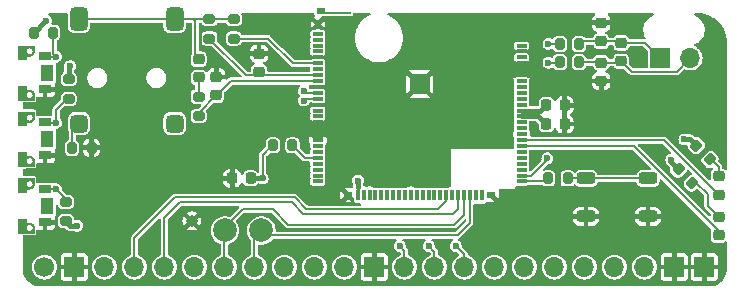
<source format=gbr>
%TF.GenerationSoftware,KiCad,Pcbnew,8.0.7*%
%TF.CreationDate,2024-12-31T00:41:55+01:00*%
%TF.ProjectId,BeDECT,42654445-4354-42e6-9b69-6361645f7063,rev?*%
%TF.SameCoordinates,Original*%
%TF.FileFunction,Copper,L1,Top*%
%TF.FilePolarity,Positive*%
%FSLAX46Y46*%
G04 Gerber Fmt 4.6, Leading zero omitted, Abs format (unit mm)*
G04 Created by KiCad (PCBNEW 8.0.7) date 2024-12-31 00:41:55*
%MOMM*%
%LPD*%
G01*
G04 APERTURE LIST*
G04 Aperture macros list*
%AMRoundRect*
0 Rectangle with rounded corners*
0 $1 Rounding radius*
0 $2 $3 $4 $5 $6 $7 $8 $9 X,Y pos of 4 corners*
0 Add a 4 corners polygon primitive as box body*
4,1,4,$2,$3,$4,$5,$6,$7,$8,$9,$2,$3,0*
0 Add four circle primitives for the rounded corners*
1,1,$1+$1,$2,$3*
1,1,$1+$1,$4,$5*
1,1,$1+$1,$6,$7*
1,1,$1+$1,$8,$9*
0 Add four rect primitives between the rounded corners*
20,1,$1+$1,$2,$3,$4,$5,0*
20,1,$1+$1,$4,$5,$6,$7,0*
20,1,$1+$1,$6,$7,$8,$9,0*
20,1,$1+$1,$8,$9,$2,$3,0*%
%AMFreePoly0*
4,1,7,0.350000,-0.050000,2.550000,-0.050000,2.550000,-0.250000,-0.350000,-0.250000,-0.350000,0.250000,0.350000,0.250000,0.350000,-0.050000,0.350000,-0.050000,$1*%
G04 Aperture macros list end*
%TA.AperFunction,EtchedComponent*%
%ADD10C,0.010000*%
%TD*%
%TA.AperFunction,EtchedComponent*%
%ADD11C,0.001000*%
%TD*%
%TA.AperFunction,SMDPad,CuDef*%
%ADD12C,1.000000*%
%TD*%
%TA.AperFunction,SMDPad,CuDef*%
%ADD13RoundRect,0.200000X0.275000X-0.200000X0.275000X0.200000X-0.275000X0.200000X-0.275000X-0.200000X0*%
%TD*%
%TA.AperFunction,SMDPad,CuDef*%
%ADD14RoundRect,0.200000X0.200000X0.275000X-0.200000X0.275000X-0.200000X-0.275000X0.200000X-0.275000X0*%
%TD*%
%TA.AperFunction,SMDPad,CuDef*%
%ADD15RoundRect,0.200000X-0.275000X0.200000X-0.275000X-0.200000X0.275000X-0.200000X0.275000X0.200000X0*%
%TD*%
%TA.AperFunction,SMDPad,CuDef*%
%ADD16R,1.100000X0.700000*%
%TD*%
%TA.AperFunction,SMDPad,CuDef*%
%ADD17R,1.100000X1.400000*%
%TD*%
%TA.AperFunction,SMDPad,CuDef*%
%ADD18RoundRect,0.250000X0.525000X0.250000X-0.525000X0.250000X-0.525000X-0.250000X0.525000X-0.250000X0*%
%TD*%
%TA.AperFunction,SMDPad,CuDef*%
%ADD19RoundRect,0.225000X0.250000X-0.225000X0.250000X0.225000X-0.250000X0.225000X-0.250000X-0.225000X0*%
%TD*%
%TA.AperFunction,ComponentPad*%
%ADD20R,1.700000X1.700000*%
%TD*%
%TA.AperFunction,ComponentPad*%
%ADD21O,1.700000X1.700000*%
%TD*%
%TA.AperFunction,SMDPad,CuDef*%
%ADD22RoundRect,0.225000X-0.225000X-0.250000X0.225000X-0.250000X0.225000X0.250000X-0.225000X0.250000X0*%
%TD*%
%TA.AperFunction,SMDPad,CuDef*%
%ADD23RoundRect,0.200000X-0.335876X-0.053033X-0.053033X-0.335876X0.335876X0.053033X0.053033X0.335876X0*%
%TD*%
%TA.AperFunction,SMDPad,CuDef*%
%ADD24C,2.000000*%
%TD*%
%TA.AperFunction,SMDPad,CuDef*%
%ADD25RoundRect,0.200000X-0.200000X-0.275000X0.200000X-0.275000X0.200000X0.275000X-0.200000X0.275000X0*%
%TD*%
%TA.AperFunction,SMDPad,CuDef*%
%ADD26RoundRect,0.375000X-0.375000X-0.375000X0.375000X-0.375000X0.375000X0.375000X-0.375000X0.375000X0*%
%TD*%
%TA.AperFunction,SMDPad,CuDef*%
%ADD27RoundRect,0.375000X-0.375000X-0.625000X0.375000X-0.625000X0.375000X0.625000X-0.375000X0.625000X0*%
%TD*%
%TA.AperFunction,SMDPad,CuDef*%
%ADD28R,0.550000X0.660000*%
%TD*%
%TA.AperFunction,SMDPad,CuDef*%
%ADD29RoundRect,0.075000X-0.370000X-0.075000X0.370000X-0.075000X0.370000X0.075000X-0.370000X0.075000X0*%
%TD*%
%TA.AperFunction,SMDPad,CuDef*%
%ADD30R,0.800000X0.550000*%
%TD*%
%TA.AperFunction,SMDPad,CuDef*%
%ADD31RoundRect,0.075000X0.075000X-0.370000X0.075000X0.370000X-0.075000X0.370000X-0.075000X-0.370000X0*%
%TD*%
%TA.AperFunction,SMDPad,CuDef*%
%ADD32FreePoly0,0.000000*%
%TD*%
%TA.AperFunction,SMDPad,CuDef*%
%ADD33R,1.700000X1.700000*%
%TD*%
%TA.AperFunction,SMDPad,CuDef*%
%ADD34RoundRect,0.218750X0.256250X-0.218750X0.256250X0.218750X-0.256250X0.218750X-0.256250X-0.218750X0*%
%TD*%
%TA.AperFunction,ComponentPad*%
%ADD35C,1.700000*%
%TD*%
%TA.AperFunction,SMDPad,CuDef*%
%ADD36RoundRect,0.225000X-0.250000X0.225000X-0.250000X-0.225000X0.250000X-0.225000X0.250000X0.225000X0*%
%TD*%
%TA.AperFunction,SMDPad,CuDef*%
%ADD37RoundRect,0.225000X0.225000X0.250000X-0.225000X0.250000X-0.225000X-0.250000X0.225000X-0.250000X0*%
%TD*%
%TA.AperFunction,ViaPad*%
%ADD38C,0.600000*%
%TD*%
%TA.AperFunction,Conductor*%
%ADD39C,0.450000*%
%TD*%
%TA.AperFunction,Conductor*%
%ADD40C,0.200000*%
%TD*%
G04 APERTURE END LIST*
D10*
%TO.C,SW4*%
X117424613Y-82349999D02*
X116775000Y-82349999D01*
X116775000Y-81201479D01*
X117424613Y-81201479D01*
X117424613Y-82349999D01*
%TA.AperFunction,EtchedComponent*%
G36*
X117424613Y-82349999D02*
G01*
X116775000Y-82349999D01*
X116775000Y-81201479D01*
X117424613Y-81201479D01*
X117424613Y-82349999D01*
G37*
%TD.AperFunction*%
X117424525Y-78899999D02*
X116775000Y-78899999D01*
X116775000Y-77746359D01*
X117424526Y-77746359D01*
X117424525Y-78899999D01*
%TA.AperFunction,EtchedComponent*%
G36*
X117424525Y-78899999D02*
G01*
X116775000Y-78899999D01*
X116775000Y-77746359D01*
X117424526Y-77746359D01*
X117424525Y-78899999D01*
G37*
%TD.AperFunction*%
D11*
X118125000Y-82349999D02*
X117425000Y-82350000D01*
X117425000Y-81915999D01*
X117427000Y-81930999D01*
X117429000Y-81946999D01*
X117432000Y-81961999D01*
X117435000Y-81977999D01*
X117440000Y-81992999D01*
X117445000Y-82007999D01*
X117451000Y-82021999D01*
X117458000Y-82036000D01*
X117465000Y-82049999D01*
X117473000Y-82062999D01*
X117482000Y-82075999D01*
X117492000Y-82088999D01*
X117502000Y-82100999D01*
X117513000Y-82111999D01*
X117524000Y-82122999D01*
X117536000Y-82132999D01*
X117549000Y-82142999D01*
X117562000Y-82151999D01*
X117575000Y-82159999D01*
X117589000Y-82167000D01*
X117603000Y-82173999D01*
X117617000Y-82179999D01*
X117632000Y-82184999D01*
X117647000Y-82189999D01*
X117663000Y-82192999D01*
X117678000Y-82195999D01*
X117694000Y-82197999D01*
X117709000Y-82199999D01*
X117725000Y-82200000D01*
X117741000Y-82199999D01*
X117756000Y-82197999D01*
X117772000Y-82195999D01*
X117787000Y-82192999D01*
X117803000Y-82189999D01*
X117818000Y-82184999D01*
X117833000Y-82179999D01*
X117847000Y-82173999D01*
X117861000Y-82167000D01*
X117875000Y-82159999D01*
X117888000Y-82151999D01*
X117901000Y-82142999D01*
X117914000Y-82132999D01*
X117926000Y-82122999D01*
X117937000Y-82111999D01*
X117948000Y-82100999D01*
X117958000Y-82088999D01*
X117968000Y-82075999D01*
X117977000Y-82062999D01*
X117985000Y-82049999D01*
X117992000Y-82036000D01*
X117999000Y-82021999D01*
X118005000Y-82007999D01*
X118010000Y-81992999D01*
X118015000Y-81977999D01*
X118018000Y-81961999D01*
X118021000Y-81946999D01*
X118023000Y-81930999D01*
X118025000Y-81915999D01*
X118025000Y-81900000D01*
X118125000Y-81899999D01*
X118125000Y-82349999D01*
%TA.AperFunction,EtchedComponent*%
G36*
X118125000Y-82349999D02*
G01*
X117425000Y-82350000D01*
X117425000Y-81915999D01*
X117427000Y-81930999D01*
X117429000Y-81946999D01*
X117432000Y-81961999D01*
X117435000Y-81977999D01*
X117440000Y-81992999D01*
X117445000Y-82007999D01*
X117451000Y-82021999D01*
X117458000Y-82036000D01*
X117465000Y-82049999D01*
X117473000Y-82062999D01*
X117482000Y-82075999D01*
X117492000Y-82088999D01*
X117502000Y-82100999D01*
X117513000Y-82111999D01*
X117524000Y-82122999D01*
X117536000Y-82132999D01*
X117549000Y-82142999D01*
X117562000Y-82151999D01*
X117575000Y-82159999D01*
X117589000Y-82167000D01*
X117603000Y-82173999D01*
X117617000Y-82179999D01*
X117632000Y-82184999D01*
X117647000Y-82189999D01*
X117663000Y-82192999D01*
X117678000Y-82195999D01*
X117694000Y-82197999D01*
X117709000Y-82199999D01*
X117725000Y-82200000D01*
X117741000Y-82199999D01*
X117756000Y-82197999D01*
X117772000Y-82195999D01*
X117787000Y-82192999D01*
X117803000Y-82189999D01*
X117818000Y-82184999D01*
X117833000Y-82179999D01*
X117847000Y-82173999D01*
X117861000Y-82167000D01*
X117875000Y-82159999D01*
X117888000Y-82151999D01*
X117901000Y-82142999D01*
X117914000Y-82132999D01*
X117926000Y-82122999D01*
X117937000Y-82111999D01*
X117948000Y-82100999D01*
X117958000Y-82088999D01*
X117968000Y-82075999D01*
X117977000Y-82062999D01*
X117985000Y-82049999D01*
X117992000Y-82036000D01*
X117999000Y-82021999D01*
X118005000Y-82007999D01*
X118010000Y-81992999D01*
X118015000Y-81977999D01*
X118018000Y-81961999D01*
X118021000Y-81946999D01*
X118023000Y-81930999D01*
X118025000Y-81915999D01*
X118025000Y-81900000D01*
X118125000Y-81899999D01*
X118125000Y-82349999D01*
G37*
%TD.AperFunction*%
X118125000Y-77749999D02*
X118125000Y-78199999D01*
X118025000Y-78199998D01*
X118025000Y-78183999D01*
X118023000Y-78168999D01*
X118021000Y-78152999D01*
X118018000Y-78137999D01*
X118015000Y-78121999D01*
X118010000Y-78106999D01*
X118005000Y-78091999D01*
X117999000Y-78077999D01*
X117992000Y-78063998D01*
X117985000Y-78049999D01*
X117977000Y-78036999D01*
X117968000Y-78023999D01*
X117958000Y-78010999D01*
X117948000Y-77998999D01*
X117937000Y-77987999D01*
X117926000Y-77976999D01*
X117914000Y-77966999D01*
X117901000Y-77956999D01*
X117888000Y-77947999D01*
X117875000Y-77939999D01*
X117861000Y-77932998D01*
X117847000Y-77925999D01*
X117833000Y-77919999D01*
X117818000Y-77914999D01*
X117803000Y-77909999D01*
X117787000Y-77906999D01*
X117772000Y-77903999D01*
X117756000Y-77901999D01*
X117741000Y-77899999D01*
X117725000Y-77899998D01*
X117709000Y-77899999D01*
X117694000Y-77901999D01*
X117678000Y-77903999D01*
X117663000Y-77906999D01*
X117647000Y-77909999D01*
X117632000Y-77914999D01*
X117617000Y-77919999D01*
X117603000Y-77925999D01*
X117589000Y-77932998D01*
X117575000Y-77939999D01*
X117562000Y-77947999D01*
X117549000Y-77956999D01*
X117536000Y-77966999D01*
X117524000Y-77976999D01*
X117513000Y-77987999D01*
X117502000Y-77998999D01*
X117492000Y-78010999D01*
X117482000Y-78023999D01*
X117473000Y-78036999D01*
X117465000Y-78049999D01*
X117458000Y-78063998D01*
X117451000Y-78077999D01*
X117445000Y-78091999D01*
X117440000Y-78106999D01*
X117435000Y-78121999D01*
X117432000Y-78137999D01*
X117429000Y-78152999D01*
X117427000Y-78168999D01*
X117425000Y-78183999D01*
X117425000Y-77749998D01*
X118125000Y-77749999D01*
%TA.AperFunction,EtchedComponent*%
G36*
X118125000Y-77749999D02*
G01*
X118125000Y-78199999D01*
X118025000Y-78199998D01*
X118025000Y-78183999D01*
X118023000Y-78168999D01*
X118021000Y-78152999D01*
X118018000Y-78137999D01*
X118015000Y-78121999D01*
X118010000Y-78106999D01*
X118005000Y-78091999D01*
X117999000Y-78077999D01*
X117992000Y-78063998D01*
X117985000Y-78049999D01*
X117977000Y-78036999D01*
X117968000Y-78023999D01*
X117958000Y-78010999D01*
X117948000Y-77998999D01*
X117937000Y-77987999D01*
X117926000Y-77976999D01*
X117914000Y-77966999D01*
X117901000Y-77956999D01*
X117888000Y-77947999D01*
X117875000Y-77939999D01*
X117861000Y-77932998D01*
X117847000Y-77925999D01*
X117833000Y-77919999D01*
X117818000Y-77914999D01*
X117803000Y-77909999D01*
X117787000Y-77906999D01*
X117772000Y-77903999D01*
X117756000Y-77901999D01*
X117741000Y-77899999D01*
X117725000Y-77899998D01*
X117709000Y-77899999D01*
X117694000Y-77901999D01*
X117678000Y-77903999D01*
X117663000Y-77906999D01*
X117647000Y-77909999D01*
X117632000Y-77914999D01*
X117617000Y-77919999D01*
X117603000Y-77925999D01*
X117589000Y-77932998D01*
X117575000Y-77939999D01*
X117562000Y-77947999D01*
X117549000Y-77956999D01*
X117536000Y-77966999D01*
X117524000Y-77976999D01*
X117513000Y-77987999D01*
X117502000Y-77998999D01*
X117492000Y-78010999D01*
X117482000Y-78023999D01*
X117473000Y-78036999D01*
X117465000Y-78049999D01*
X117458000Y-78063998D01*
X117451000Y-78077999D01*
X117445000Y-78091999D01*
X117440000Y-78106999D01*
X117435000Y-78121999D01*
X117432000Y-78137999D01*
X117429000Y-78152999D01*
X117427000Y-78168999D01*
X117425000Y-78183999D01*
X117425000Y-77749998D01*
X118125000Y-77749999D01*
G37*
%TD.AperFunction*%
X117746000Y-81500999D02*
X117767000Y-81502000D01*
X117788000Y-81504999D01*
X117808000Y-81508999D01*
X117829000Y-81513999D01*
X117849000Y-81519999D01*
X117868000Y-81526999D01*
X117888000Y-81534999D01*
X117907000Y-81543999D01*
X117925000Y-81553999D01*
X117943000Y-81564999D01*
X117960000Y-81575999D01*
X117977000Y-81588999D01*
X117993000Y-81602999D01*
X118008000Y-81616999D01*
X118022000Y-81631999D01*
X118036000Y-81647999D01*
X118049000Y-81664999D01*
X118060000Y-81681999D01*
X118071000Y-81699999D01*
X118081000Y-81717999D01*
X118090000Y-81736999D01*
X118098000Y-81756999D01*
X118105000Y-81775999D01*
X118111000Y-81795999D01*
X118116000Y-81816999D01*
X118120000Y-81836999D01*
X118123000Y-81858000D01*
X118124000Y-81878999D01*
X118125000Y-81899999D01*
X118025000Y-81900000D01*
X118025000Y-81883999D01*
X118023000Y-81868999D01*
X118021000Y-81852999D01*
X118018000Y-81837999D01*
X118015000Y-81821999D01*
X118010000Y-81806999D01*
X118005000Y-81791999D01*
X117999000Y-81777999D01*
X117992000Y-81764000D01*
X117985000Y-81749999D01*
X117977000Y-81736999D01*
X117968000Y-81723999D01*
X117958000Y-81710998D01*
X117948000Y-81698999D01*
X117937001Y-81687999D01*
X117926000Y-81676999D01*
X117914000Y-81666999D01*
X117901000Y-81656999D01*
X117888000Y-81647999D01*
X117875000Y-81639999D01*
X117861000Y-81633000D01*
X117847000Y-81625999D01*
X117833000Y-81619999D01*
X117818000Y-81614999D01*
X117803000Y-81609999D01*
X117787000Y-81606999D01*
X117772000Y-81603999D01*
X117756000Y-81601999D01*
X117741000Y-81599999D01*
X117725000Y-81600000D01*
X117709000Y-81599999D01*
X117694000Y-81601999D01*
X117678000Y-81603999D01*
X117663000Y-81606999D01*
X117647000Y-81609999D01*
X117632000Y-81614999D01*
X117617000Y-81619999D01*
X117603000Y-81625999D01*
X117589000Y-81633000D01*
X117575000Y-81639999D01*
X117562000Y-81647999D01*
X117549000Y-81656999D01*
X117536000Y-81666999D01*
X117524000Y-81676999D01*
X117512999Y-81687999D01*
X117502000Y-81698999D01*
X117492000Y-81710998D01*
X117482000Y-81723999D01*
X117473000Y-81736999D01*
X117465000Y-81749999D01*
X117458000Y-81764000D01*
X117451000Y-81777999D01*
X117445000Y-81791999D01*
X117440000Y-81806999D01*
X117435000Y-81821999D01*
X117432000Y-81837999D01*
X117429000Y-81852999D01*
X117427000Y-81868999D01*
X117425000Y-81883999D01*
X117425000Y-81499999D01*
X117725000Y-81499999D01*
X117746000Y-81500999D01*
%TA.AperFunction,EtchedComponent*%
G36*
X117746000Y-81500999D02*
G01*
X117767000Y-81502000D01*
X117788000Y-81504999D01*
X117808000Y-81508999D01*
X117829000Y-81513999D01*
X117849000Y-81519999D01*
X117868000Y-81526999D01*
X117888000Y-81534999D01*
X117907000Y-81543999D01*
X117925000Y-81553999D01*
X117943000Y-81564999D01*
X117960000Y-81575999D01*
X117977000Y-81588999D01*
X117993000Y-81602999D01*
X118008000Y-81616999D01*
X118022000Y-81631999D01*
X118036000Y-81647999D01*
X118049000Y-81664999D01*
X118060000Y-81681999D01*
X118071000Y-81699999D01*
X118081000Y-81717999D01*
X118090000Y-81736999D01*
X118098000Y-81756999D01*
X118105000Y-81775999D01*
X118111000Y-81795999D01*
X118116000Y-81816999D01*
X118120000Y-81836999D01*
X118123000Y-81858000D01*
X118124000Y-81878999D01*
X118125000Y-81899999D01*
X118025000Y-81900000D01*
X118025000Y-81883999D01*
X118023000Y-81868999D01*
X118021000Y-81852999D01*
X118018000Y-81837999D01*
X118015000Y-81821999D01*
X118010000Y-81806999D01*
X118005000Y-81791999D01*
X117999000Y-81777999D01*
X117992000Y-81764000D01*
X117985000Y-81749999D01*
X117977000Y-81736999D01*
X117968000Y-81723999D01*
X117958000Y-81710998D01*
X117948000Y-81698999D01*
X117937001Y-81687999D01*
X117926000Y-81676999D01*
X117914000Y-81666999D01*
X117901000Y-81656999D01*
X117888000Y-81647999D01*
X117875000Y-81639999D01*
X117861000Y-81633000D01*
X117847000Y-81625999D01*
X117833000Y-81619999D01*
X117818000Y-81614999D01*
X117803000Y-81609999D01*
X117787000Y-81606999D01*
X117772000Y-81603999D01*
X117756000Y-81601999D01*
X117741000Y-81599999D01*
X117725000Y-81600000D01*
X117709000Y-81599999D01*
X117694000Y-81601999D01*
X117678000Y-81603999D01*
X117663000Y-81606999D01*
X117647000Y-81609999D01*
X117632000Y-81614999D01*
X117617000Y-81619999D01*
X117603000Y-81625999D01*
X117589000Y-81633000D01*
X117575000Y-81639999D01*
X117562000Y-81647999D01*
X117549000Y-81656999D01*
X117536000Y-81666999D01*
X117524000Y-81676999D01*
X117512999Y-81687999D01*
X117502000Y-81698999D01*
X117492000Y-81710998D01*
X117482000Y-81723999D01*
X117473000Y-81736999D01*
X117465000Y-81749999D01*
X117458000Y-81764000D01*
X117451000Y-81777999D01*
X117445000Y-81791999D01*
X117440000Y-81806999D01*
X117435000Y-81821999D01*
X117432000Y-81837999D01*
X117429000Y-81852999D01*
X117427000Y-81868999D01*
X117425000Y-81883999D01*
X117425000Y-81499999D01*
X117725000Y-81499999D01*
X117746000Y-81500999D01*
G37*
%TD.AperFunction*%
X118125000Y-78199999D02*
X118124000Y-78220999D01*
X118123000Y-78241998D01*
X118120000Y-78262999D01*
X118116000Y-78282999D01*
X118111000Y-78303999D01*
X118105000Y-78323999D01*
X118098000Y-78342999D01*
X118090000Y-78362999D01*
X118081000Y-78381999D01*
X118071000Y-78399999D01*
X118060000Y-78417999D01*
X118049000Y-78434999D01*
X118036000Y-78451999D01*
X118022000Y-78467999D01*
X118008000Y-78482999D01*
X117993000Y-78496999D01*
X117977000Y-78510999D01*
X117960000Y-78523999D01*
X117943000Y-78534999D01*
X117925000Y-78545999D01*
X117907000Y-78555999D01*
X117888000Y-78564999D01*
X117868000Y-78572999D01*
X117849000Y-78579999D01*
X117829000Y-78585999D01*
X117808000Y-78590999D01*
X117788000Y-78594999D01*
X117767000Y-78597998D01*
X117746000Y-78598999D01*
X117725000Y-78599999D01*
X117425000Y-78599999D01*
X117425000Y-78215999D01*
X117427000Y-78230999D01*
X117429000Y-78246999D01*
X117432000Y-78261999D01*
X117435000Y-78277999D01*
X117440000Y-78292999D01*
X117445000Y-78307999D01*
X117451000Y-78321999D01*
X117458000Y-78335998D01*
X117465000Y-78349999D01*
X117473000Y-78362999D01*
X117482000Y-78375999D01*
X117492000Y-78389000D01*
X117502000Y-78400999D01*
X117512999Y-78411999D01*
X117524000Y-78422999D01*
X117536000Y-78432999D01*
X117549000Y-78442999D01*
X117562000Y-78451999D01*
X117575000Y-78459999D01*
X117589000Y-78466998D01*
X117603000Y-78473999D01*
X117617000Y-78479999D01*
X117632000Y-78484999D01*
X117647000Y-78489999D01*
X117663000Y-78492999D01*
X117678000Y-78495999D01*
X117694000Y-78497999D01*
X117709000Y-78499999D01*
X117725000Y-78499998D01*
X117741000Y-78499999D01*
X117756000Y-78497999D01*
X117772000Y-78495999D01*
X117787000Y-78492999D01*
X117803000Y-78489999D01*
X117818000Y-78484999D01*
X117833000Y-78479999D01*
X117847000Y-78473999D01*
X117861000Y-78466998D01*
X117875000Y-78459999D01*
X117888000Y-78451999D01*
X117901000Y-78442999D01*
X117914000Y-78432999D01*
X117926000Y-78422999D01*
X117937001Y-78411999D01*
X117948000Y-78400999D01*
X117958000Y-78389000D01*
X117968000Y-78375999D01*
X117977000Y-78362999D01*
X117985000Y-78349999D01*
X117992000Y-78335998D01*
X117999000Y-78321999D01*
X118005000Y-78307999D01*
X118010000Y-78292999D01*
X118015000Y-78277999D01*
X118018000Y-78261999D01*
X118021000Y-78246999D01*
X118023000Y-78230999D01*
X118025000Y-78215999D01*
X118025000Y-78199998D01*
X118125000Y-78199999D01*
%TA.AperFunction,EtchedComponent*%
G36*
X118125000Y-78199999D02*
G01*
X118124000Y-78220999D01*
X118123000Y-78241998D01*
X118120000Y-78262999D01*
X118116000Y-78282999D01*
X118111000Y-78303999D01*
X118105000Y-78323999D01*
X118098000Y-78342999D01*
X118090000Y-78362999D01*
X118081000Y-78381999D01*
X118071000Y-78399999D01*
X118060000Y-78417999D01*
X118049000Y-78434999D01*
X118036000Y-78451999D01*
X118022000Y-78467999D01*
X118008000Y-78482999D01*
X117993000Y-78496999D01*
X117977000Y-78510999D01*
X117960000Y-78523999D01*
X117943000Y-78534999D01*
X117925000Y-78545999D01*
X117907000Y-78555999D01*
X117888000Y-78564999D01*
X117868000Y-78572999D01*
X117849000Y-78579999D01*
X117829000Y-78585999D01*
X117808000Y-78590999D01*
X117788000Y-78594999D01*
X117767000Y-78597998D01*
X117746000Y-78598999D01*
X117725000Y-78599999D01*
X117425000Y-78599999D01*
X117425000Y-78215999D01*
X117427000Y-78230999D01*
X117429000Y-78246999D01*
X117432000Y-78261999D01*
X117435000Y-78277999D01*
X117440000Y-78292999D01*
X117445000Y-78307999D01*
X117451000Y-78321999D01*
X117458000Y-78335998D01*
X117465000Y-78349999D01*
X117473000Y-78362999D01*
X117482000Y-78375999D01*
X117492000Y-78389000D01*
X117502000Y-78400999D01*
X117512999Y-78411999D01*
X117524000Y-78422999D01*
X117536000Y-78432999D01*
X117549000Y-78442999D01*
X117562000Y-78451999D01*
X117575000Y-78459999D01*
X117589000Y-78466998D01*
X117603000Y-78473999D01*
X117617000Y-78479999D01*
X117632000Y-78484999D01*
X117647000Y-78489999D01*
X117663000Y-78492999D01*
X117678000Y-78495999D01*
X117694000Y-78497999D01*
X117709000Y-78499999D01*
X117725000Y-78499998D01*
X117741000Y-78499999D01*
X117756000Y-78497999D01*
X117772000Y-78495999D01*
X117787000Y-78492999D01*
X117803000Y-78489999D01*
X117818000Y-78484999D01*
X117833000Y-78479999D01*
X117847000Y-78473999D01*
X117861000Y-78466998D01*
X117875000Y-78459999D01*
X117888000Y-78451999D01*
X117901000Y-78442999D01*
X117914000Y-78432999D01*
X117926000Y-78422999D01*
X117937001Y-78411999D01*
X117948000Y-78400999D01*
X117958000Y-78389000D01*
X117968000Y-78375999D01*
X117977000Y-78362999D01*
X117985000Y-78349999D01*
X117992000Y-78335998D01*
X117999000Y-78321999D01*
X118005000Y-78307999D01*
X118010000Y-78292999D01*
X118015000Y-78277999D01*
X118018000Y-78261999D01*
X118021000Y-78246999D01*
X118023000Y-78230999D01*
X118025000Y-78215999D01*
X118025000Y-78199998D01*
X118125000Y-78199999D01*
G37*
%TD.AperFunction*%
D10*
%TO.C,SW3*%
X117424613Y-87949999D02*
X116775000Y-87949999D01*
X116775000Y-86801479D01*
X117424613Y-86801479D01*
X117424613Y-87949999D01*
%TA.AperFunction,EtchedComponent*%
G36*
X117424613Y-87949999D02*
G01*
X116775000Y-87949999D01*
X116775000Y-86801479D01*
X117424613Y-86801479D01*
X117424613Y-87949999D01*
G37*
%TD.AperFunction*%
X117424525Y-84499999D02*
X116775000Y-84499999D01*
X116775000Y-83346359D01*
X117424526Y-83346359D01*
X117424525Y-84499999D01*
%TA.AperFunction,EtchedComponent*%
G36*
X117424525Y-84499999D02*
G01*
X116775000Y-84499999D01*
X116775000Y-83346359D01*
X117424526Y-83346359D01*
X117424525Y-84499999D01*
G37*
%TD.AperFunction*%
D11*
X118125000Y-87949999D02*
X117425000Y-87950000D01*
X117425000Y-87515999D01*
X117427000Y-87530999D01*
X117429000Y-87546999D01*
X117432000Y-87561999D01*
X117435000Y-87577999D01*
X117440000Y-87592999D01*
X117445000Y-87607999D01*
X117451000Y-87621999D01*
X117458000Y-87636000D01*
X117465000Y-87649999D01*
X117473000Y-87662999D01*
X117482000Y-87675999D01*
X117492000Y-87688999D01*
X117502000Y-87700999D01*
X117513000Y-87711999D01*
X117524000Y-87722999D01*
X117536000Y-87732999D01*
X117549000Y-87742999D01*
X117562000Y-87751999D01*
X117575000Y-87759999D01*
X117589000Y-87767000D01*
X117603000Y-87773999D01*
X117617000Y-87779999D01*
X117632000Y-87784999D01*
X117647000Y-87789999D01*
X117663000Y-87792999D01*
X117678000Y-87795999D01*
X117694000Y-87797999D01*
X117709000Y-87799999D01*
X117725000Y-87800000D01*
X117741000Y-87799999D01*
X117756000Y-87797999D01*
X117772000Y-87795999D01*
X117787000Y-87792999D01*
X117803000Y-87789999D01*
X117818000Y-87784999D01*
X117833000Y-87779999D01*
X117847000Y-87773999D01*
X117861000Y-87767000D01*
X117875000Y-87759999D01*
X117888000Y-87751999D01*
X117901000Y-87742999D01*
X117914000Y-87732999D01*
X117926000Y-87722999D01*
X117937000Y-87711999D01*
X117948000Y-87700999D01*
X117958000Y-87688999D01*
X117968000Y-87675999D01*
X117977000Y-87662999D01*
X117985000Y-87649999D01*
X117992000Y-87636000D01*
X117999000Y-87621999D01*
X118005000Y-87607999D01*
X118010000Y-87592999D01*
X118015000Y-87577999D01*
X118018000Y-87561999D01*
X118021000Y-87546999D01*
X118023000Y-87530999D01*
X118025000Y-87515999D01*
X118025000Y-87500000D01*
X118125000Y-87499999D01*
X118125000Y-87949999D01*
%TA.AperFunction,EtchedComponent*%
G36*
X118125000Y-87949999D02*
G01*
X117425000Y-87950000D01*
X117425000Y-87515999D01*
X117427000Y-87530999D01*
X117429000Y-87546999D01*
X117432000Y-87561999D01*
X117435000Y-87577999D01*
X117440000Y-87592999D01*
X117445000Y-87607999D01*
X117451000Y-87621999D01*
X117458000Y-87636000D01*
X117465000Y-87649999D01*
X117473000Y-87662999D01*
X117482000Y-87675999D01*
X117492000Y-87688999D01*
X117502000Y-87700999D01*
X117513000Y-87711999D01*
X117524000Y-87722999D01*
X117536000Y-87732999D01*
X117549000Y-87742999D01*
X117562000Y-87751999D01*
X117575000Y-87759999D01*
X117589000Y-87767000D01*
X117603000Y-87773999D01*
X117617000Y-87779999D01*
X117632000Y-87784999D01*
X117647000Y-87789999D01*
X117663000Y-87792999D01*
X117678000Y-87795999D01*
X117694000Y-87797999D01*
X117709000Y-87799999D01*
X117725000Y-87800000D01*
X117741000Y-87799999D01*
X117756000Y-87797999D01*
X117772000Y-87795999D01*
X117787000Y-87792999D01*
X117803000Y-87789999D01*
X117818000Y-87784999D01*
X117833000Y-87779999D01*
X117847000Y-87773999D01*
X117861000Y-87767000D01*
X117875000Y-87759999D01*
X117888000Y-87751999D01*
X117901000Y-87742999D01*
X117914000Y-87732999D01*
X117926000Y-87722999D01*
X117937000Y-87711999D01*
X117948000Y-87700999D01*
X117958000Y-87688999D01*
X117968000Y-87675999D01*
X117977000Y-87662999D01*
X117985000Y-87649999D01*
X117992000Y-87636000D01*
X117999000Y-87621999D01*
X118005000Y-87607999D01*
X118010000Y-87592999D01*
X118015000Y-87577999D01*
X118018000Y-87561999D01*
X118021000Y-87546999D01*
X118023000Y-87530999D01*
X118025000Y-87515999D01*
X118025000Y-87500000D01*
X118125000Y-87499999D01*
X118125000Y-87949999D01*
G37*
%TD.AperFunction*%
X118125000Y-83349999D02*
X118125000Y-83799999D01*
X118025000Y-83799998D01*
X118025000Y-83783999D01*
X118023000Y-83768999D01*
X118021000Y-83752999D01*
X118018000Y-83737999D01*
X118015000Y-83721999D01*
X118010000Y-83706999D01*
X118005000Y-83691999D01*
X117999000Y-83677999D01*
X117992000Y-83663998D01*
X117985000Y-83649999D01*
X117977000Y-83636999D01*
X117968000Y-83623999D01*
X117958000Y-83610999D01*
X117948000Y-83598999D01*
X117937000Y-83587999D01*
X117926000Y-83576999D01*
X117914000Y-83566999D01*
X117901000Y-83556999D01*
X117888000Y-83547999D01*
X117875000Y-83539999D01*
X117861000Y-83532998D01*
X117847000Y-83525999D01*
X117833000Y-83519999D01*
X117818000Y-83514999D01*
X117803000Y-83509999D01*
X117787000Y-83506999D01*
X117772000Y-83503999D01*
X117756000Y-83501999D01*
X117741000Y-83499999D01*
X117725000Y-83499998D01*
X117709000Y-83499999D01*
X117694000Y-83501999D01*
X117678000Y-83503999D01*
X117663000Y-83506999D01*
X117647000Y-83509999D01*
X117632000Y-83514999D01*
X117617000Y-83519999D01*
X117603000Y-83525999D01*
X117589000Y-83532998D01*
X117575000Y-83539999D01*
X117562000Y-83547999D01*
X117549000Y-83556999D01*
X117536000Y-83566999D01*
X117524000Y-83576999D01*
X117513000Y-83587999D01*
X117502000Y-83598999D01*
X117492000Y-83610999D01*
X117482000Y-83623999D01*
X117473000Y-83636999D01*
X117465000Y-83649999D01*
X117458000Y-83663998D01*
X117451000Y-83677999D01*
X117445000Y-83691999D01*
X117440000Y-83706999D01*
X117435000Y-83721999D01*
X117432000Y-83737999D01*
X117429000Y-83752999D01*
X117427000Y-83768999D01*
X117425000Y-83783999D01*
X117425000Y-83349998D01*
X118125000Y-83349999D01*
%TA.AperFunction,EtchedComponent*%
G36*
X118125000Y-83349999D02*
G01*
X118125000Y-83799999D01*
X118025000Y-83799998D01*
X118025000Y-83783999D01*
X118023000Y-83768999D01*
X118021000Y-83752999D01*
X118018000Y-83737999D01*
X118015000Y-83721999D01*
X118010000Y-83706999D01*
X118005000Y-83691999D01*
X117999000Y-83677999D01*
X117992000Y-83663998D01*
X117985000Y-83649999D01*
X117977000Y-83636999D01*
X117968000Y-83623999D01*
X117958000Y-83610999D01*
X117948000Y-83598999D01*
X117937000Y-83587999D01*
X117926000Y-83576999D01*
X117914000Y-83566999D01*
X117901000Y-83556999D01*
X117888000Y-83547999D01*
X117875000Y-83539999D01*
X117861000Y-83532998D01*
X117847000Y-83525999D01*
X117833000Y-83519999D01*
X117818000Y-83514999D01*
X117803000Y-83509999D01*
X117787000Y-83506999D01*
X117772000Y-83503999D01*
X117756000Y-83501999D01*
X117741000Y-83499999D01*
X117725000Y-83499998D01*
X117709000Y-83499999D01*
X117694000Y-83501999D01*
X117678000Y-83503999D01*
X117663000Y-83506999D01*
X117647000Y-83509999D01*
X117632000Y-83514999D01*
X117617000Y-83519999D01*
X117603000Y-83525999D01*
X117589000Y-83532998D01*
X117575000Y-83539999D01*
X117562000Y-83547999D01*
X117549000Y-83556999D01*
X117536000Y-83566999D01*
X117524000Y-83576999D01*
X117513000Y-83587999D01*
X117502000Y-83598999D01*
X117492000Y-83610999D01*
X117482000Y-83623999D01*
X117473000Y-83636999D01*
X117465000Y-83649999D01*
X117458000Y-83663998D01*
X117451000Y-83677999D01*
X117445000Y-83691999D01*
X117440000Y-83706999D01*
X117435000Y-83721999D01*
X117432000Y-83737999D01*
X117429000Y-83752999D01*
X117427000Y-83768999D01*
X117425000Y-83783999D01*
X117425000Y-83349998D01*
X118125000Y-83349999D01*
G37*
%TD.AperFunction*%
X117746000Y-87100999D02*
X117767000Y-87102000D01*
X117788000Y-87104999D01*
X117808000Y-87108999D01*
X117829000Y-87113999D01*
X117849000Y-87119999D01*
X117868000Y-87126999D01*
X117888000Y-87134999D01*
X117907000Y-87143999D01*
X117925000Y-87153999D01*
X117943000Y-87164999D01*
X117960000Y-87175999D01*
X117977000Y-87188999D01*
X117993000Y-87202999D01*
X118008000Y-87216999D01*
X118022000Y-87231999D01*
X118036000Y-87247999D01*
X118049000Y-87264999D01*
X118060000Y-87281999D01*
X118071000Y-87299999D01*
X118081000Y-87317999D01*
X118090000Y-87336999D01*
X118098000Y-87356999D01*
X118105000Y-87375999D01*
X118111000Y-87395999D01*
X118116000Y-87416999D01*
X118120000Y-87436999D01*
X118123000Y-87458000D01*
X118124000Y-87478999D01*
X118125000Y-87499999D01*
X118025000Y-87500000D01*
X118025000Y-87483999D01*
X118023000Y-87468999D01*
X118021000Y-87452999D01*
X118018000Y-87437999D01*
X118015000Y-87421999D01*
X118010000Y-87406999D01*
X118005000Y-87391999D01*
X117999000Y-87377999D01*
X117992000Y-87364000D01*
X117985000Y-87349999D01*
X117977000Y-87336999D01*
X117968000Y-87323999D01*
X117958000Y-87310998D01*
X117948000Y-87298999D01*
X117937001Y-87287999D01*
X117926000Y-87276999D01*
X117914000Y-87266999D01*
X117901000Y-87256999D01*
X117888000Y-87247999D01*
X117875000Y-87239999D01*
X117861000Y-87233000D01*
X117847000Y-87225999D01*
X117833000Y-87219999D01*
X117818000Y-87214999D01*
X117803000Y-87209999D01*
X117787000Y-87206999D01*
X117772000Y-87203999D01*
X117756000Y-87201999D01*
X117741000Y-87199999D01*
X117725000Y-87200000D01*
X117709000Y-87199999D01*
X117694000Y-87201999D01*
X117678000Y-87203999D01*
X117663000Y-87206999D01*
X117647000Y-87209999D01*
X117632000Y-87214999D01*
X117617000Y-87219999D01*
X117603000Y-87225999D01*
X117589000Y-87233000D01*
X117575000Y-87239999D01*
X117562000Y-87247999D01*
X117549000Y-87256999D01*
X117536000Y-87266999D01*
X117524000Y-87276999D01*
X117512999Y-87287999D01*
X117502000Y-87298999D01*
X117492000Y-87310998D01*
X117482000Y-87323999D01*
X117473000Y-87336999D01*
X117465000Y-87349999D01*
X117458000Y-87364000D01*
X117451000Y-87377999D01*
X117445000Y-87391999D01*
X117440000Y-87406999D01*
X117435000Y-87421999D01*
X117432000Y-87437999D01*
X117429000Y-87452999D01*
X117427000Y-87468999D01*
X117425000Y-87483999D01*
X117425000Y-87099999D01*
X117725000Y-87099999D01*
X117746000Y-87100999D01*
%TA.AperFunction,EtchedComponent*%
G36*
X117746000Y-87100999D02*
G01*
X117767000Y-87102000D01*
X117788000Y-87104999D01*
X117808000Y-87108999D01*
X117829000Y-87113999D01*
X117849000Y-87119999D01*
X117868000Y-87126999D01*
X117888000Y-87134999D01*
X117907000Y-87143999D01*
X117925000Y-87153999D01*
X117943000Y-87164999D01*
X117960000Y-87175999D01*
X117977000Y-87188999D01*
X117993000Y-87202999D01*
X118008000Y-87216999D01*
X118022000Y-87231999D01*
X118036000Y-87247999D01*
X118049000Y-87264999D01*
X118060000Y-87281999D01*
X118071000Y-87299999D01*
X118081000Y-87317999D01*
X118090000Y-87336999D01*
X118098000Y-87356999D01*
X118105000Y-87375999D01*
X118111000Y-87395999D01*
X118116000Y-87416999D01*
X118120000Y-87436999D01*
X118123000Y-87458000D01*
X118124000Y-87478999D01*
X118125000Y-87499999D01*
X118025000Y-87500000D01*
X118025000Y-87483999D01*
X118023000Y-87468999D01*
X118021000Y-87452999D01*
X118018000Y-87437999D01*
X118015000Y-87421999D01*
X118010000Y-87406999D01*
X118005000Y-87391999D01*
X117999000Y-87377999D01*
X117992000Y-87364000D01*
X117985000Y-87349999D01*
X117977000Y-87336999D01*
X117968000Y-87323999D01*
X117958000Y-87310998D01*
X117948000Y-87298999D01*
X117937001Y-87287999D01*
X117926000Y-87276999D01*
X117914000Y-87266999D01*
X117901000Y-87256999D01*
X117888000Y-87247999D01*
X117875000Y-87239999D01*
X117861000Y-87233000D01*
X117847000Y-87225999D01*
X117833000Y-87219999D01*
X117818000Y-87214999D01*
X117803000Y-87209999D01*
X117787000Y-87206999D01*
X117772000Y-87203999D01*
X117756000Y-87201999D01*
X117741000Y-87199999D01*
X117725000Y-87200000D01*
X117709000Y-87199999D01*
X117694000Y-87201999D01*
X117678000Y-87203999D01*
X117663000Y-87206999D01*
X117647000Y-87209999D01*
X117632000Y-87214999D01*
X117617000Y-87219999D01*
X117603000Y-87225999D01*
X117589000Y-87233000D01*
X117575000Y-87239999D01*
X117562000Y-87247999D01*
X117549000Y-87256999D01*
X117536000Y-87266999D01*
X117524000Y-87276999D01*
X117512999Y-87287999D01*
X117502000Y-87298999D01*
X117492000Y-87310998D01*
X117482000Y-87323999D01*
X117473000Y-87336999D01*
X117465000Y-87349999D01*
X117458000Y-87364000D01*
X117451000Y-87377999D01*
X117445000Y-87391999D01*
X117440000Y-87406999D01*
X117435000Y-87421999D01*
X117432000Y-87437999D01*
X117429000Y-87452999D01*
X117427000Y-87468999D01*
X117425000Y-87483999D01*
X117425000Y-87099999D01*
X117725000Y-87099999D01*
X117746000Y-87100999D01*
G37*
%TD.AperFunction*%
X118125000Y-83799999D02*
X118124000Y-83820999D01*
X118123000Y-83841998D01*
X118120000Y-83862999D01*
X118116000Y-83882999D01*
X118111000Y-83903999D01*
X118105000Y-83923999D01*
X118098000Y-83942999D01*
X118090000Y-83962999D01*
X118081000Y-83981999D01*
X118071000Y-83999999D01*
X118060000Y-84017999D01*
X118049000Y-84034999D01*
X118036000Y-84051999D01*
X118022000Y-84067999D01*
X118008000Y-84082999D01*
X117993000Y-84096999D01*
X117977000Y-84110999D01*
X117960000Y-84123999D01*
X117943000Y-84134999D01*
X117925000Y-84145999D01*
X117907000Y-84155999D01*
X117888000Y-84164999D01*
X117868000Y-84172999D01*
X117849000Y-84179999D01*
X117829000Y-84185999D01*
X117808000Y-84190999D01*
X117788000Y-84194999D01*
X117767000Y-84197998D01*
X117746000Y-84198999D01*
X117725000Y-84199999D01*
X117425000Y-84199999D01*
X117425000Y-83815999D01*
X117427000Y-83830999D01*
X117429000Y-83846999D01*
X117432000Y-83861999D01*
X117435000Y-83877999D01*
X117440000Y-83892999D01*
X117445000Y-83907999D01*
X117451000Y-83921999D01*
X117458000Y-83935998D01*
X117465000Y-83949999D01*
X117473000Y-83962999D01*
X117482000Y-83975999D01*
X117492000Y-83989000D01*
X117502000Y-84000999D01*
X117512999Y-84011999D01*
X117524000Y-84022999D01*
X117536000Y-84032999D01*
X117549000Y-84042999D01*
X117562000Y-84051999D01*
X117575000Y-84059999D01*
X117589000Y-84066998D01*
X117603000Y-84073999D01*
X117617000Y-84079999D01*
X117632000Y-84084999D01*
X117647000Y-84089999D01*
X117663000Y-84092999D01*
X117678000Y-84095999D01*
X117694000Y-84097999D01*
X117709000Y-84099999D01*
X117725000Y-84099998D01*
X117741000Y-84099999D01*
X117756000Y-84097999D01*
X117772000Y-84095999D01*
X117787000Y-84092999D01*
X117803000Y-84089999D01*
X117818000Y-84084999D01*
X117833000Y-84079999D01*
X117847000Y-84073999D01*
X117861000Y-84066998D01*
X117875000Y-84059999D01*
X117888000Y-84051999D01*
X117901000Y-84042999D01*
X117914000Y-84032999D01*
X117926000Y-84022999D01*
X117937001Y-84011999D01*
X117948000Y-84000999D01*
X117958000Y-83989000D01*
X117968000Y-83975999D01*
X117977000Y-83962999D01*
X117985000Y-83949999D01*
X117992000Y-83935998D01*
X117999000Y-83921999D01*
X118005000Y-83907999D01*
X118010000Y-83892999D01*
X118015000Y-83877999D01*
X118018000Y-83861999D01*
X118021000Y-83846999D01*
X118023000Y-83830999D01*
X118025000Y-83815999D01*
X118025000Y-83799998D01*
X118125000Y-83799999D01*
%TA.AperFunction,EtchedComponent*%
G36*
X118125000Y-83799999D02*
G01*
X118124000Y-83820999D01*
X118123000Y-83841998D01*
X118120000Y-83862999D01*
X118116000Y-83882999D01*
X118111000Y-83903999D01*
X118105000Y-83923999D01*
X118098000Y-83942999D01*
X118090000Y-83962999D01*
X118081000Y-83981999D01*
X118071000Y-83999999D01*
X118060000Y-84017999D01*
X118049000Y-84034999D01*
X118036000Y-84051999D01*
X118022000Y-84067999D01*
X118008000Y-84082999D01*
X117993000Y-84096999D01*
X117977000Y-84110999D01*
X117960000Y-84123999D01*
X117943000Y-84134999D01*
X117925000Y-84145999D01*
X117907000Y-84155999D01*
X117888000Y-84164999D01*
X117868000Y-84172999D01*
X117849000Y-84179999D01*
X117829000Y-84185999D01*
X117808000Y-84190999D01*
X117788000Y-84194999D01*
X117767000Y-84197998D01*
X117746000Y-84198999D01*
X117725000Y-84199999D01*
X117425000Y-84199999D01*
X117425000Y-83815999D01*
X117427000Y-83830999D01*
X117429000Y-83846999D01*
X117432000Y-83861999D01*
X117435000Y-83877999D01*
X117440000Y-83892999D01*
X117445000Y-83907999D01*
X117451000Y-83921999D01*
X117458000Y-83935998D01*
X117465000Y-83949999D01*
X117473000Y-83962999D01*
X117482000Y-83975999D01*
X117492000Y-83989000D01*
X117502000Y-84000999D01*
X117512999Y-84011999D01*
X117524000Y-84022999D01*
X117536000Y-84032999D01*
X117549000Y-84042999D01*
X117562000Y-84051999D01*
X117575000Y-84059999D01*
X117589000Y-84066998D01*
X117603000Y-84073999D01*
X117617000Y-84079999D01*
X117632000Y-84084999D01*
X117647000Y-84089999D01*
X117663000Y-84092999D01*
X117678000Y-84095999D01*
X117694000Y-84097999D01*
X117709000Y-84099999D01*
X117725000Y-84099998D01*
X117741000Y-84099999D01*
X117756000Y-84097999D01*
X117772000Y-84095999D01*
X117787000Y-84092999D01*
X117803000Y-84089999D01*
X117818000Y-84084999D01*
X117833000Y-84079999D01*
X117847000Y-84073999D01*
X117861000Y-84066998D01*
X117875000Y-84059999D01*
X117888000Y-84051999D01*
X117901000Y-84042999D01*
X117914000Y-84032999D01*
X117926000Y-84022999D01*
X117937001Y-84011999D01*
X117948000Y-84000999D01*
X117958000Y-83989000D01*
X117968000Y-83975999D01*
X117977000Y-83962999D01*
X117985000Y-83949999D01*
X117992000Y-83935998D01*
X117999000Y-83921999D01*
X118005000Y-83907999D01*
X118010000Y-83892999D01*
X118015000Y-83877999D01*
X118018000Y-83861999D01*
X118021000Y-83846999D01*
X118023000Y-83830999D01*
X118025000Y-83815999D01*
X118025000Y-83799998D01*
X118125000Y-83799999D01*
G37*
%TD.AperFunction*%
D10*
%TO.C,SW2*%
X117424613Y-93600000D02*
X116775000Y-93600000D01*
X116775000Y-92451480D01*
X117424613Y-92451480D01*
X117424613Y-93600000D01*
%TA.AperFunction,EtchedComponent*%
G36*
X117424613Y-93600000D02*
G01*
X116775000Y-93600000D01*
X116775000Y-92451480D01*
X117424613Y-92451480D01*
X117424613Y-93600000D01*
G37*
%TD.AperFunction*%
X117424525Y-90150000D02*
X116775000Y-90150000D01*
X116775000Y-88996360D01*
X117424526Y-88996360D01*
X117424525Y-90150000D01*
%TA.AperFunction,EtchedComponent*%
G36*
X117424525Y-90150000D02*
G01*
X116775000Y-90150000D01*
X116775000Y-88996360D01*
X117424526Y-88996360D01*
X117424525Y-90150000D01*
G37*
%TD.AperFunction*%
D11*
X118125000Y-93600000D02*
X117425000Y-93600001D01*
X117425000Y-93166000D01*
X117427000Y-93181000D01*
X117429000Y-93197000D01*
X117432000Y-93212000D01*
X117435000Y-93228000D01*
X117440000Y-93243000D01*
X117445000Y-93258000D01*
X117451000Y-93272000D01*
X117458000Y-93286001D01*
X117465000Y-93300000D01*
X117473000Y-93313000D01*
X117482000Y-93326000D01*
X117492000Y-93339000D01*
X117502000Y-93351000D01*
X117513000Y-93362000D01*
X117524000Y-93373000D01*
X117536000Y-93383000D01*
X117549000Y-93393000D01*
X117562000Y-93402000D01*
X117575000Y-93410000D01*
X117589000Y-93417001D01*
X117603000Y-93424000D01*
X117617000Y-93430000D01*
X117632000Y-93435000D01*
X117647000Y-93440000D01*
X117663000Y-93443000D01*
X117678000Y-93446000D01*
X117694000Y-93448000D01*
X117709000Y-93450000D01*
X117725000Y-93450001D01*
X117741000Y-93450000D01*
X117756000Y-93448000D01*
X117772000Y-93446000D01*
X117787000Y-93443000D01*
X117803000Y-93440000D01*
X117818000Y-93435000D01*
X117833000Y-93430000D01*
X117847000Y-93424000D01*
X117861000Y-93417001D01*
X117875000Y-93410000D01*
X117888000Y-93402000D01*
X117901000Y-93393000D01*
X117914000Y-93383000D01*
X117926000Y-93373000D01*
X117937000Y-93362000D01*
X117948000Y-93351000D01*
X117958000Y-93339000D01*
X117968000Y-93326000D01*
X117977000Y-93313000D01*
X117985000Y-93300000D01*
X117992000Y-93286001D01*
X117999000Y-93272000D01*
X118005000Y-93258000D01*
X118010000Y-93243000D01*
X118015000Y-93228000D01*
X118018000Y-93212000D01*
X118021000Y-93197000D01*
X118023000Y-93181000D01*
X118025000Y-93166000D01*
X118025000Y-93150001D01*
X118125000Y-93150000D01*
X118125000Y-93600000D01*
%TA.AperFunction,EtchedComponent*%
G36*
X118125000Y-93600000D02*
G01*
X117425000Y-93600001D01*
X117425000Y-93166000D01*
X117427000Y-93181000D01*
X117429000Y-93197000D01*
X117432000Y-93212000D01*
X117435000Y-93228000D01*
X117440000Y-93243000D01*
X117445000Y-93258000D01*
X117451000Y-93272000D01*
X117458000Y-93286001D01*
X117465000Y-93300000D01*
X117473000Y-93313000D01*
X117482000Y-93326000D01*
X117492000Y-93339000D01*
X117502000Y-93351000D01*
X117513000Y-93362000D01*
X117524000Y-93373000D01*
X117536000Y-93383000D01*
X117549000Y-93393000D01*
X117562000Y-93402000D01*
X117575000Y-93410000D01*
X117589000Y-93417001D01*
X117603000Y-93424000D01*
X117617000Y-93430000D01*
X117632000Y-93435000D01*
X117647000Y-93440000D01*
X117663000Y-93443000D01*
X117678000Y-93446000D01*
X117694000Y-93448000D01*
X117709000Y-93450000D01*
X117725000Y-93450001D01*
X117741000Y-93450000D01*
X117756000Y-93448000D01*
X117772000Y-93446000D01*
X117787000Y-93443000D01*
X117803000Y-93440000D01*
X117818000Y-93435000D01*
X117833000Y-93430000D01*
X117847000Y-93424000D01*
X117861000Y-93417001D01*
X117875000Y-93410000D01*
X117888000Y-93402000D01*
X117901000Y-93393000D01*
X117914000Y-93383000D01*
X117926000Y-93373000D01*
X117937000Y-93362000D01*
X117948000Y-93351000D01*
X117958000Y-93339000D01*
X117968000Y-93326000D01*
X117977000Y-93313000D01*
X117985000Y-93300000D01*
X117992000Y-93286001D01*
X117999000Y-93272000D01*
X118005000Y-93258000D01*
X118010000Y-93243000D01*
X118015000Y-93228000D01*
X118018000Y-93212000D01*
X118021000Y-93197000D01*
X118023000Y-93181000D01*
X118025000Y-93166000D01*
X118025000Y-93150001D01*
X118125000Y-93150000D01*
X118125000Y-93600000D01*
G37*
%TD.AperFunction*%
X118125000Y-89000000D02*
X118125000Y-89450000D01*
X118025000Y-89449999D01*
X118025000Y-89434000D01*
X118023000Y-89419000D01*
X118021000Y-89403000D01*
X118018000Y-89388000D01*
X118015000Y-89372000D01*
X118010000Y-89357000D01*
X118005000Y-89342000D01*
X117999000Y-89328000D01*
X117992000Y-89313999D01*
X117985000Y-89300000D01*
X117977000Y-89287000D01*
X117968000Y-89274000D01*
X117958000Y-89261000D01*
X117948000Y-89249000D01*
X117937000Y-89238000D01*
X117926000Y-89227000D01*
X117914000Y-89217000D01*
X117901000Y-89207000D01*
X117888000Y-89198000D01*
X117875000Y-89190000D01*
X117861000Y-89182999D01*
X117847000Y-89176000D01*
X117833000Y-89170000D01*
X117818000Y-89165000D01*
X117803000Y-89160000D01*
X117787000Y-89157000D01*
X117772000Y-89154000D01*
X117756000Y-89152000D01*
X117741000Y-89150000D01*
X117725000Y-89149999D01*
X117709000Y-89150000D01*
X117694000Y-89152000D01*
X117678000Y-89154000D01*
X117663000Y-89157000D01*
X117647000Y-89160000D01*
X117632000Y-89165000D01*
X117617000Y-89170000D01*
X117603000Y-89176000D01*
X117589000Y-89182999D01*
X117575000Y-89190000D01*
X117562000Y-89198000D01*
X117549000Y-89207000D01*
X117536000Y-89217000D01*
X117524000Y-89227000D01*
X117513000Y-89238000D01*
X117502000Y-89249000D01*
X117492000Y-89261000D01*
X117482000Y-89274000D01*
X117473000Y-89287000D01*
X117465000Y-89300000D01*
X117458000Y-89313999D01*
X117451000Y-89328000D01*
X117445000Y-89342000D01*
X117440000Y-89357000D01*
X117435000Y-89372000D01*
X117432000Y-89388000D01*
X117429000Y-89403000D01*
X117427000Y-89419000D01*
X117425000Y-89434000D01*
X117425000Y-88999999D01*
X118125000Y-89000000D01*
%TA.AperFunction,EtchedComponent*%
G36*
X118125000Y-89000000D02*
G01*
X118125000Y-89450000D01*
X118025000Y-89449999D01*
X118025000Y-89434000D01*
X118023000Y-89419000D01*
X118021000Y-89403000D01*
X118018000Y-89388000D01*
X118015000Y-89372000D01*
X118010000Y-89357000D01*
X118005000Y-89342000D01*
X117999000Y-89328000D01*
X117992000Y-89313999D01*
X117985000Y-89300000D01*
X117977000Y-89287000D01*
X117968000Y-89274000D01*
X117958000Y-89261000D01*
X117948000Y-89249000D01*
X117937000Y-89238000D01*
X117926000Y-89227000D01*
X117914000Y-89217000D01*
X117901000Y-89207000D01*
X117888000Y-89198000D01*
X117875000Y-89190000D01*
X117861000Y-89182999D01*
X117847000Y-89176000D01*
X117833000Y-89170000D01*
X117818000Y-89165000D01*
X117803000Y-89160000D01*
X117787000Y-89157000D01*
X117772000Y-89154000D01*
X117756000Y-89152000D01*
X117741000Y-89150000D01*
X117725000Y-89149999D01*
X117709000Y-89150000D01*
X117694000Y-89152000D01*
X117678000Y-89154000D01*
X117663000Y-89157000D01*
X117647000Y-89160000D01*
X117632000Y-89165000D01*
X117617000Y-89170000D01*
X117603000Y-89176000D01*
X117589000Y-89182999D01*
X117575000Y-89190000D01*
X117562000Y-89198000D01*
X117549000Y-89207000D01*
X117536000Y-89217000D01*
X117524000Y-89227000D01*
X117513000Y-89238000D01*
X117502000Y-89249000D01*
X117492000Y-89261000D01*
X117482000Y-89274000D01*
X117473000Y-89287000D01*
X117465000Y-89300000D01*
X117458000Y-89313999D01*
X117451000Y-89328000D01*
X117445000Y-89342000D01*
X117440000Y-89357000D01*
X117435000Y-89372000D01*
X117432000Y-89388000D01*
X117429000Y-89403000D01*
X117427000Y-89419000D01*
X117425000Y-89434000D01*
X117425000Y-88999999D01*
X118125000Y-89000000D01*
G37*
%TD.AperFunction*%
X117746000Y-92751000D02*
X117767000Y-92752001D01*
X117788000Y-92755000D01*
X117808000Y-92759000D01*
X117829000Y-92764000D01*
X117849000Y-92770000D01*
X117868000Y-92777000D01*
X117888000Y-92785000D01*
X117907000Y-92794000D01*
X117925000Y-92804000D01*
X117943000Y-92815000D01*
X117960000Y-92826000D01*
X117977000Y-92839000D01*
X117993000Y-92853000D01*
X118008000Y-92867000D01*
X118022000Y-92882000D01*
X118036000Y-92898000D01*
X118049000Y-92915000D01*
X118060000Y-92932000D01*
X118071000Y-92950000D01*
X118081000Y-92968000D01*
X118090000Y-92987000D01*
X118098000Y-93007000D01*
X118105000Y-93026000D01*
X118111000Y-93046000D01*
X118116000Y-93067000D01*
X118120000Y-93087000D01*
X118123000Y-93108001D01*
X118124000Y-93129000D01*
X118125000Y-93150000D01*
X118025000Y-93150001D01*
X118025000Y-93134000D01*
X118023000Y-93119000D01*
X118021000Y-93103000D01*
X118018000Y-93088000D01*
X118015000Y-93072000D01*
X118010000Y-93057000D01*
X118005000Y-93042000D01*
X117999000Y-93028000D01*
X117992000Y-93014001D01*
X117985000Y-93000000D01*
X117977000Y-92987000D01*
X117968000Y-92974000D01*
X117958000Y-92960999D01*
X117948000Y-92949000D01*
X117937001Y-92938000D01*
X117926000Y-92927000D01*
X117914000Y-92917000D01*
X117901000Y-92907000D01*
X117888000Y-92898000D01*
X117875000Y-92890000D01*
X117861000Y-92883001D01*
X117847000Y-92876000D01*
X117833000Y-92870000D01*
X117818000Y-92865000D01*
X117803000Y-92860000D01*
X117787000Y-92857000D01*
X117772000Y-92854000D01*
X117756000Y-92852000D01*
X117741000Y-92850000D01*
X117725000Y-92850001D01*
X117709000Y-92850000D01*
X117694000Y-92852000D01*
X117678000Y-92854000D01*
X117663000Y-92857000D01*
X117647000Y-92860000D01*
X117632000Y-92865000D01*
X117617000Y-92870000D01*
X117603000Y-92876000D01*
X117589000Y-92883001D01*
X117575000Y-92890000D01*
X117562000Y-92898000D01*
X117549000Y-92907000D01*
X117536000Y-92917000D01*
X117524000Y-92927000D01*
X117512999Y-92938000D01*
X117502000Y-92949000D01*
X117492000Y-92960999D01*
X117482000Y-92974000D01*
X117473000Y-92987000D01*
X117465000Y-93000000D01*
X117458000Y-93014001D01*
X117451000Y-93028000D01*
X117445000Y-93042000D01*
X117440000Y-93057000D01*
X117435000Y-93072000D01*
X117432000Y-93088000D01*
X117429000Y-93103000D01*
X117427000Y-93119000D01*
X117425000Y-93134000D01*
X117425000Y-92750000D01*
X117725000Y-92750000D01*
X117746000Y-92751000D01*
%TA.AperFunction,EtchedComponent*%
G36*
X117746000Y-92751000D02*
G01*
X117767000Y-92752001D01*
X117788000Y-92755000D01*
X117808000Y-92759000D01*
X117829000Y-92764000D01*
X117849000Y-92770000D01*
X117868000Y-92777000D01*
X117888000Y-92785000D01*
X117907000Y-92794000D01*
X117925000Y-92804000D01*
X117943000Y-92815000D01*
X117960000Y-92826000D01*
X117977000Y-92839000D01*
X117993000Y-92853000D01*
X118008000Y-92867000D01*
X118022000Y-92882000D01*
X118036000Y-92898000D01*
X118049000Y-92915000D01*
X118060000Y-92932000D01*
X118071000Y-92950000D01*
X118081000Y-92968000D01*
X118090000Y-92987000D01*
X118098000Y-93007000D01*
X118105000Y-93026000D01*
X118111000Y-93046000D01*
X118116000Y-93067000D01*
X118120000Y-93087000D01*
X118123000Y-93108001D01*
X118124000Y-93129000D01*
X118125000Y-93150000D01*
X118025000Y-93150001D01*
X118025000Y-93134000D01*
X118023000Y-93119000D01*
X118021000Y-93103000D01*
X118018000Y-93088000D01*
X118015000Y-93072000D01*
X118010000Y-93057000D01*
X118005000Y-93042000D01*
X117999000Y-93028000D01*
X117992000Y-93014001D01*
X117985000Y-93000000D01*
X117977000Y-92987000D01*
X117968000Y-92974000D01*
X117958000Y-92960999D01*
X117948000Y-92949000D01*
X117937001Y-92938000D01*
X117926000Y-92927000D01*
X117914000Y-92917000D01*
X117901000Y-92907000D01*
X117888000Y-92898000D01*
X117875000Y-92890000D01*
X117861000Y-92883001D01*
X117847000Y-92876000D01*
X117833000Y-92870000D01*
X117818000Y-92865000D01*
X117803000Y-92860000D01*
X117787000Y-92857000D01*
X117772000Y-92854000D01*
X117756000Y-92852000D01*
X117741000Y-92850000D01*
X117725000Y-92850001D01*
X117709000Y-92850000D01*
X117694000Y-92852000D01*
X117678000Y-92854000D01*
X117663000Y-92857000D01*
X117647000Y-92860000D01*
X117632000Y-92865000D01*
X117617000Y-92870000D01*
X117603000Y-92876000D01*
X117589000Y-92883001D01*
X117575000Y-92890000D01*
X117562000Y-92898000D01*
X117549000Y-92907000D01*
X117536000Y-92917000D01*
X117524000Y-92927000D01*
X117512999Y-92938000D01*
X117502000Y-92949000D01*
X117492000Y-92960999D01*
X117482000Y-92974000D01*
X117473000Y-92987000D01*
X117465000Y-93000000D01*
X117458000Y-93014001D01*
X117451000Y-93028000D01*
X117445000Y-93042000D01*
X117440000Y-93057000D01*
X117435000Y-93072000D01*
X117432000Y-93088000D01*
X117429000Y-93103000D01*
X117427000Y-93119000D01*
X117425000Y-93134000D01*
X117425000Y-92750000D01*
X117725000Y-92750000D01*
X117746000Y-92751000D01*
G37*
%TD.AperFunction*%
X118125000Y-89450000D02*
X118124000Y-89471000D01*
X118123000Y-89491999D01*
X118120000Y-89513000D01*
X118116000Y-89533000D01*
X118111000Y-89554000D01*
X118105000Y-89574000D01*
X118098000Y-89593000D01*
X118090000Y-89613000D01*
X118081000Y-89632000D01*
X118071000Y-89650000D01*
X118060000Y-89668000D01*
X118049000Y-89685000D01*
X118036000Y-89702000D01*
X118022000Y-89718000D01*
X118008000Y-89733000D01*
X117993000Y-89747000D01*
X117977000Y-89761000D01*
X117960000Y-89774000D01*
X117943000Y-89785000D01*
X117925000Y-89796000D01*
X117907000Y-89806000D01*
X117888000Y-89815000D01*
X117868000Y-89823000D01*
X117849000Y-89830000D01*
X117829000Y-89836000D01*
X117808000Y-89841000D01*
X117788000Y-89845000D01*
X117767000Y-89847999D01*
X117746000Y-89849000D01*
X117725000Y-89850000D01*
X117425000Y-89850000D01*
X117425000Y-89466000D01*
X117427000Y-89481000D01*
X117429000Y-89497000D01*
X117432000Y-89512000D01*
X117435000Y-89528000D01*
X117440000Y-89543000D01*
X117445000Y-89558000D01*
X117451000Y-89572000D01*
X117458000Y-89585999D01*
X117465000Y-89600000D01*
X117473000Y-89613000D01*
X117482000Y-89626000D01*
X117492000Y-89639001D01*
X117502000Y-89651000D01*
X117512999Y-89662000D01*
X117524000Y-89673000D01*
X117536000Y-89683000D01*
X117549000Y-89693000D01*
X117562000Y-89702000D01*
X117575000Y-89710000D01*
X117589000Y-89716999D01*
X117603000Y-89724000D01*
X117617000Y-89730000D01*
X117632000Y-89735000D01*
X117647000Y-89740000D01*
X117663000Y-89743000D01*
X117678000Y-89746000D01*
X117694000Y-89748000D01*
X117709000Y-89750000D01*
X117725000Y-89749999D01*
X117741000Y-89750000D01*
X117756000Y-89748000D01*
X117772000Y-89746000D01*
X117787000Y-89743000D01*
X117803000Y-89740000D01*
X117818000Y-89735000D01*
X117833000Y-89730000D01*
X117847000Y-89724000D01*
X117861000Y-89716999D01*
X117875000Y-89710000D01*
X117888000Y-89702000D01*
X117901000Y-89693000D01*
X117914000Y-89683000D01*
X117926000Y-89673000D01*
X117937001Y-89662000D01*
X117948000Y-89651000D01*
X117958000Y-89639001D01*
X117968000Y-89626000D01*
X117977000Y-89613000D01*
X117985000Y-89600000D01*
X117992000Y-89585999D01*
X117999000Y-89572000D01*
X118005000Y-89558000D01*
X118010000Y-89543000D01*
X118015000Y-89528000D01*
X118018000Y-89512000D01*
X118021000Y-89497000D01*
X118023000Y-89481000D01*
X118025000Y-89466000D01*
X118025000Y-89449999D01*
X118125000Y-89450000D01*
%TA.AperFunction,EtchedComponent*%
G36*
X118125000Y-89450000D02*
G01*
X118124000Y-89471000D01*
X118123000Y-89491999D01*
X118120000Y-89513000D01*
X118116000Y-89533000D01*
X118111000Y-89554000D01*
X118105000Y-89574000D01*
X118098000Y-89593000D01*
X118090000Y-89613000D01*
X118081000Y-89632000D01*
X118071000Y-89650000D01*
X118060000Y-89668000D01*
X118049000Y-89685000D01*
X118036000Y-89702000D01*
X118022000Y-89718000D01*
X118008000Y-89733000D01*
X117993000Y-89747000D01*
X117977000Y-89761000D01*
X117960000Y-89774000D01*
X117943000Y-89785000D01*
X117925000Y-89796000D01*
X117907000Y-89806000D01*
X117888000Y-89815000D01*
X117868000Y-89823000D01*
X117849000Y-89830000D01*
X117829000Y-89836000D01*
X117808000Y-89841000D01*
X117788000Y-89845000D01*
X117767000Y-89847999D01*
X117746000Y-89849000D01*
X117725000Y-89850000D01*
X117425000Y-89850000D01*
X117425000Y-89466000D01*
X117427000Y-89481000D01*
X117429000Y-89497000D01*
X117432000Y-89512000D01*
X117435000Y-89528000D01*
X117440000Y-89543000D01*
X117445000Y-89558000D01*
X117451000Y-89572000D01*
X117458000Y-89585999D01*
X117465000Y-89600000D01*
X117473000Y-89613000D01*
X117482000Y-89626000D01*
X117492000Y-89639001D01*
X117502000Y-89651000D01*
X117512999Y-89662000D01*
X117524000Y-89673000D01*
X117536000Y-89683000D01*
X117549000Y-89693000D01*
X117562000Y-89702000D01*
X117575000Y-89710000D01*
X117589000Y-89716999D01*
X117603000Y-89724000D01*
X117617000Y-89730000D01*
X117632000Y-89735000D01*
X117647000Y-89740000D01*
X117663000Y-89743000D01*
X117678000Y-89746000D01*
X117694000Y-89748000D01*
X117709000Y-89750000D01*
X117725000Y-89749999D01*
X117741000Y-89750000D01*
X117756000Y-89748000D01*
X117772000Y-89746000D01*
X117787000Y-89743000D01*
X117803000Y-89740000D01*
X117818000Y-89735000D01*
X117833000Y-89730000D01*
X117847000Y-89724000D01*
X117861000Y-89716999D01*
X117875000Y-89710000D01*
X117888000Y-89702000D01*
X117901000Y-89693000D01*
X117914000Y-89683000D01*
X117926000Y-89673000D01*
X117937001Y-89662000D01*
X117948000Y-89651000D01*
X117958000Y-89639001D01*
X117968000Y-89626000D01*
X117977000Y-89613000D01*
X117985000Y-89600000D01*
X117992000Y-89585999D01*
X117999000Y-89572000D01*
X118005000Y-89558000D01*
X118010000Y-89543000D01*
X118015000Y-89528000D01*
X118018000Y-89512000D01*
X118021000Y-89497000D01*
X118023000Y-89481000D01*
X118025000Y-89466000D01*
X118025000Y-89449999D01*
X118125000Y-89450000D01*
G37*
%TD.AperFunction*%
%TD*%
D12*
%TO.P,TP4,1,1*%
%TO.N,GND*%
X131500000Y-92600000D03*
%TD*%
D13*
%TO.P,R13,1*%
%TO.N,/Pi_GPIO23*%
X121075000Y-82250000D03*
%TO.P,R13,2*%
%TO.N,+3V3PI*%
X121075000Y-80600000D03*
%TD*%
D14*
%TO.P,R12,1*%
%TO.N,/Pi_GPIO24*%
X119750000Y-76650000D03*
%TO.P,R12,2*%
%TO.N,+3V3PI*%
X118100000Y-76650000D03*
%TD*%
D15*
%TO.P,R11,1*%
%TO.N,/Pi_GPIO22*%
X120825000Y-90975000D03*
%TO.P,R11,2*%
%TO.N,+3V3PI*%
X120825000Y-92625000D03*
%TD*%
D16*
%TO.P,SW4,1,1*%
%TO.N,GND*%
X119075000Y-81449999D03*
%TO.P,SW4,2,2*%
%TO.N,/Pi_GPIO24*%
X119075000Y-78649999D03*
D17*
%TO.P,SW4,P1*%
%TO.N,N/C*%
X119225000Y-80049999D03*
%TD*%
D16*
%TO.P,SW3,1,1*%
%TO.N,GND*%
X119075000Y-87049999D03*
%TO.P,SW3,2,2*%
%TO.N,/Pi_GPIO23*%
X119075000Y-84249999D03*
D17*
%TO.P,SW3,P1*%
%TO.N,N/C*%
X119225000Y-85649999D03*
%TD*%
D16*
%TO.P,SW2,1,1*%
%TO.N,GND*%
X119075000Y-92700000D03*
%TO.P,SW2,2,2*%
%TO.N,/Pi_GPIO22*%
X119075000Y-89900000D03*
D17*
%TO.P,SW2,P1*%
%TO.N,N/C*%
X119225000Y-91300000D03*
%TD*%
D15*
%TO.P,R7,1*%
%TO.N,Net-(C5-Pad2)*%
X133000000Y-75500000D03*
%TO.P,R7,2*%
%TO.N,Net-(U1-MICn)*%
X133000000Y-77150000D03*
%TD*%
D18*
%TO.P,SW1,1,1*%
%TO.N,GND*%
X170125000Y-92200000D03*
X164875000Y-92200000D03*
%TO.P,SW1,2,2*%
%TO.N,Net-(R1-Pad1)*%
X170125000Y-89000000D03*
X164875000Y-89000000D03*
%TD*%
D14*
%TO.P,R1,1*%
%TO.N,Net-(R1-Pad1)*%
X163325000Y-89000000D03*
%TO.P,R1,2*%
%TO.N,Net-(U1-RSTn)*%
X161675000Y-89000000D03*
%TD*%
D19*
%TO.P,C8,1*%
%TO.N,Net-(U1-MICn)*%
X137200000Y-79975000D03*
%TO.P,C8,2*%
%TO.N,GND*%
X137200000Y-78425000D03*
%TD*%
D20*
%TO.P,LS1,1,1*%
%TO.N,Net-(C7-Pad1)*%
X171150000Y-78800000D03*
D21*
%TO.P,LS1,2,2*%
%TO.N,Net-(C6-Pad1)*%
X173690000Y-78800000D03*
%TD*%
D22*
%TO.P,C3,1*%
%TO.N,+3V3PI*%
X161525000Y-82800000D03*
%TO.P,C3,2*%
%TO.N,GND*%
X163075000Y-82800000D03*
%TD*%
D15*
%TO.P,R6,1*%
%TO.N,Net-(C5-Pad2)*%
X135050000Y-75500000D03*
%TO.P,R6,2*%
%TO.N,Net-(U1-VREFp)*%
X135050000Y-77150000D03*
%TD*%
D13*
%TO.P,R5,1*%
%TO.N,Net-(U1-MICh)*%
X132075000Y-83725000D03*
%TO.P,R5,2*%
%TO.N,Net-(C5-Pad1)*%
X132075000Y-82075000D03*
%TD*%
D14*
%TO.P,R4,1*%
%TO.N,Net-(U1-CHARGE)*%
X140025000Y-86200000D03*
%TO.P,R4,2*%
%TO.N,+3V3PI*%
X138375000Y-86200000D03*
%TD*%
D19*
%TO.P,C4,1*%
%TO.N,Net-(U1-MICh)*%
X133575000Y-81950000D03*
%TO.P,C4,2*%
%TO.N,GND*%
X133575000Y-80400000D03*
%TD*%
D23*
%TO.P,R2,1*%
%TO.N,+3V3PI*%
X172716637Y-88216637D03*
%TO.P,R2,2*%
%TO.N,Net-(D2-A)*%
X173883363Y-89383363D03*
%TD*%
D14*
%TO.P,R10,1*%
%TO.N,GND*%
X123025000Y-86400000D03*
%TO.P,R10,2*%
%TO.N,Net-(J2-PadS)*%
X121375000Y-86400000D03*
%TD*%
D24*
%TO.P,TP3,1,1*%
%TO.N,/Pi_GPIO15*%
X137400000Y-93400000D03*
%TD*%
D25*
%TO.P,R9,1*%
%TO.N,Net-(U1-LSRp)*%
X162650000Y-77600000D03*
%TO.P,R9,2*%
%TO.N,Net-(C7-Pad1)*%
X164300000Y-77600000D03*
%TD*%
D26*
%TO.P,J2,R*%
%TO.N,unconnected-(J2-PadR)*%
X130050000Y-84350000D03*
%TO.P,J2,S*%
%TO.N,Net-(J2-PadS)*%
X121950000Y-84350000D03*
D27*
%TO.P,J2,T*%
%TO.N,Net-(C5-Pad2)*%
X121950000Y-75500000D03*
X130050000Y-75500000D03*
%TD*%
D23*
%TO.P,R3,1*%
%TO.N,+3V3PI*%
X174216637Y-86216637D03*
%TO.P,R3,2*%
%TO.N,Net-(D1-A)*%
X175383363Y-87383363D03*
%TD*%
D28*
%TO.P,U1,1,GND*%
%TO.N,GND*%
X142175000Y-75950000D03*
D29*
%TO.P,U1,2,P0*%
%TO.N,unconnected-(U1-P0-Pad2)*%
X142175000Y-76750000D03*
%TO.P,U1,3,RFP0*%
%TO.N,unconnected-(U1-RFP0-Pad3)*%
X142175000Y-77250000D03*
%TO.P,U1,4,P0n*%
%TO.N,unconnected-(U1-P0n-Pad4)*%
X142175000Y-77750000D03*
%TO.P,U1,5,RFP0n*%
%TO.N,unconnected-(U1-RFP0n-Pad5)*%
X142175000Y-78250000D03*
%TO.P,U1,6,GND*%
%TO.N,GND*%
X142175000Y-78750000D03*
%TO.P,U1,7,VREFp*%
%TO.N,Net-(U1-VREFp)*%
X142175000Y-79250000D03*
%TO.P,U1,8,MICp*%
%TO.N,unconnected-(U1-MICp-Pad8)*%
X142175000Y-79750000D03*
%TO.P,U1,9,MICn*%
%TO.N,Net-(U1-MICn)*%
X142175000Y-80250000D03*
%TO.P,U1,10,MICh*%
%TO.N,Net-(U1-MICh)*%
X142175000Y-80750000D03*
%TO.P,U1,11,VREFm*%
%TO.N,GND*%
X142175000Y-81250000D03*
%TO.P,U1,12,LSRp*%
%TO.N,Net-(U1-LSRp)*%
X142175000Y-81750000D03*
%TO.P,U1,13,LSRn*%
%TO.N,Net-(U1-LSRn)*%
X142175000Y-82250000D03*
%TO.P,U1,14,GND*%
%TO.N,GND*%
X142175000Y-82750000D03*
%TO.P,U1,15,ADC0*%
%TO.N,unconnected-(U1-ADC0-Pad15)*%
X142175000Y-83250000D03*
%TO.P,U1,16,ADC1*%
%TO.N,unconnected-(U1-ADC1-Pad16)*%
X142175000Y-83750000D03*
%TO.P,U1,17,SOCp*%
%TO.N,GND*%
X142175000Y-84250000D03*
%TO.P,U1,18,SOCn*%
X142175000Y-84750000D03*
%TO.P,U1,19,DC_SENSE*%
X142175000Y-85250000D03*
%TO.P,U1,20,DC_I*%
X142175000Y-85750000D03*
%TO.P,U1,21,DC_CTRL*%
%TO.N,unconnected-(U1-DC_CTRL-Pad21)*%
X142175000Y-86250000D03*
%TO.P,U1,22,CHARGE_CTRL*%
%TO.N,unconnected-(U1-CHARGE_CTRL-Pad22)*%
X142175000Y-86750000D03*
%TO.P,U1,23,CHARGE*%
%TO.N,Net-(U1-CHARGE)*%
X142175000Y-87250000D03*
%TO.P,U1,24,PAOUTp*%
%TO.N,unconnected-(U1-PAOUTp-Pad24)*%
X142175000Y-87750000D03*
%TO.P,U1,25,VDDPA*%
%TO.N,unconnected-(U1-VDDPA-Pad25)*%
X142175000Y-88250000D03*
%TO.P,U1,26,CP_VOUT1*%
%TO.N,unconnected-(U1-CP_VOUT1-Pad26)*%
X142175000Y-88750000D03*
%TO.P,U1,27,PAOUTn*%
%TO.N,unconnected-(U1-PAOUTn-Pad27)*%
X142175000Y-89250000D03*
D30*
%TO.P,U1,28,GND*%
%TO.N,GND*%
X144750000Y-90420000D03*
D31*
%TO.P,U1,29,PON*%
%TO.N,+3V3PI*%
X145550000Y-90420000D03*
%TO.P,U1,30,ULP_XTAL*%
%TO.N,GND*%
X146050000Y-90420000D03*
%TO.P,U1,31,ULP_PORT*%
X146550000Y-90420000D03*
%TO.P,U1,32,BXTAL*%
%TO.N,unconnected-(U1-BXTAL-Pad32)*%
X147050000Y-90420000D03*
%TO.P,U1,33,VDDE*%
%TO.N,unconnected-(U1-VDDE-Pad33)*%
X147550000Y-90420000D03*
%TO.P,U1,34,TDOD*%
%TO.N,unconnected-(U1-TDOD-Pad34)*%
X148050000Y-90420000D03*
%TO.P,U1,35,SIO*%
%TO.N,unconnected-(U1-SIO-Pad35)*%
X148550000Y-90420000D03*
%TO.P,U1,36,SK*%
%TO.N,unconnected-(U1-SK-Pad36)*%
X149050000Y-90420000D03*
%TO.P,U1,37,LE*%
%TO.N,unconnected-(U1-LE-Pad37)*%
X149550000Y-90420000D03*
%TO.P,U1,38,GND*%
%TO.N,GND*%
X150050000Y-90420000D03*
%TO.P,U1,39,WTF_IN*%
%TO.N,unconnected-(U1-WTF_IN-Pad39)*%
X150550000Y-90420000D03*
%TO.P,U1,40,SPI_DI*%
%TO.N,unconnected-(U1-SPI_DI-Pad40)*%
X151050000Y-90420000D03*
%TO.P,U1,41,SPI_DO*%
%TO.N,unconnected-(U1-SPI_DO-Pad41)*%
X151550000Y-90420000D03*
%TO.P,U1,42,SPI_CLK*%
%TO.N,unconnected-(U1-SPI_CLK-Pad42)*%
X152050000Y-90420000D03*
%TO.P,U1,43,SPI_EN*%
%TO.N,unconnected-(U1-SPI_EN-Pad43)*%
X152550000Y-90420000D03*
%TO.P,U1,44,SCL2*%
%TO.N,/Pi_SCL*%
X153050000Y-90420000D03*
%TO.P,U1,45,GND*%
%TO.N,GND*%
X153550000Y-90420000D03*
%TO.P,U1,46,SDA2*%
%TO.N,/Pi_SDA*%
X154050000Y-90420000D03*
%TO.P,U1,47,URX*%
%TO.N,/Pi_GPIO14*%
X154550000Y-90420000D03*
%TO.P,U1,48,UTX*%
%TO.N,/Pi_GPIO15*%
X155050000Y-90420000D03*
%TO.P,U1,49,GND*%
%TO.N,GND*%
X155550000Y-90420000D03*
%TO.P,U1,50,GND*%
X156050000Y-90420000D03*
D30*
%TO.P,U1,51,GND*%
X156850000Y-90420000D03*
D29*
%TO.P,U1,52,RSTn*%
%TO.N,Net-(U1-RSTn)*%
X159425000Y-89250000D03*
%TO.P,U1,53,JTAG*%
%TO.N,Net-(U1-JTAG)*%
X159425000Y-88750000D03*
%TO.P,U1,54,PCM_FSC*%
%TO.N,unconnected-(U1-PCM_FSC-Pad54)*%
X159425000Y-88250000D03*
%TO.P,U1,55,PCM_DO*%
%TO.N,unconnected-(U1-PCM_DO-Pad55)*%
X159425000Y-87750000D03*
%TO.P,U1,56,PCM_DI*%
%TO.N,unconnected-(U1-PCM_DI-Pad56)*%
X159425000Y-87250000D03*
%TO.P,U1,57,PCM_CLK*%
%TO.N,unconnected-(U1-PCM_CLK-Pad57)*%
X159425000Y-86750000D03*
%TO.P,U1,58,LED4*%
%TO.N,Net-(D2-K)*%
X159425000Y-86250000D03*
%TO.P,U1,59,LED3*%
%TO.N,Net-(D1-K)*%
X159425000Y-85750000D03*
%TO.P,U1,60,GND*%
%TO.N,GND*%
X159425000Y-85250000D03*
%TO.P,U1,61,VDDOUT*%
%TO.N,unconnected-(U1-VDDOUT-Pad61)*%
X159425000Y-84750000D03*
%TO.P,U1,62,VBATS*%
%TO.N,unconnected-(U1-VBATS-Pad62)*%
X159425000Y-84250000D03*
%TO.P,U1,63,VBATIN*%
%TO.N,+3V3PI*%
X159425000Y-83750000D03*
%TO.P,U1,64,VBATIN*%
X159425000Y-83250000D03*
%TO.P,U1,65,CIDINp*%
%TO.N,unconnected-(U1-CIDINp-Pad65)*%
X159425000Y-82750000D03*
%TO.P,U1,66,RINGp*%
%TO.N,unconnected-(U1-RINGp-Pad66)*%
X159425000Y-82250000D03*
%TO.P,U1,67,RINGn*%
%TO.N,unconnected-(U1-RINGn-Pad67)*%
X159425000Y-81750000D03*
%TO.P,U1,68,RINGING*%
%TO.N,unconnected-(U1-RINGING-Pad68)*%
X159425000Y-81250000D03*
%TO.P,U1,69,PARADET*%
%TO.N,unconnected-(U1-PARADET-Pad69)*%
X159425000Y-80750000D03*
%TO.P,U1,70,GND*%
%TO.N,GND*%
X159425000Y-80250000D03*
%TO.P,U1,71,GND*%
X159425000Y-79750000D03*
%TO.P,U1,72,GND*%
X159425000Y-79250000D03*
%TO.P,U1,73,RF1*%
%TO.N,unconnected-(U1-RF1-Pad73)*%
X159425000Y-78750000D03*
%TO.P,U1,74,GND*%
%TO.N,GND*%
X159425000Y-78250000D03*
%TO.P,U1,75,RF0*%
%TO.N,unconnected-(U1-RF0-Pad75)*%
X159425000Y-77750000D03*
%TO.P,U1,76,GND*%
%TO.N,GND*%
X159425000Y-77250000D03*
%TO.P,U1,77,GND*%
X159425000Y-76750000D03*
D28*
%TO.P,U1,78,GND*%
X159425000Y-75950000D03*
D32*
%TO.P,U1,79,TP1*%
%TO.N,unconnected-(U1-TP1-Pad79)*%
X142400000Y-74800000D03*
D33*
%TO.P,U1,80,GND*%
%TO.N,GND*%
X150800000Y-81000000D03*
%TD*%
D34*
%TO.P,D2,1,K*%
%TO.N,Net-(D2-K)*%
X176100000Y-93800000D03*
%TO.P,D2,2,A*%
%TO.N,Net-(D2-A)*%
X176100000Y-92224998D03*
%TD*%
%TO.P,D1,1,K*%
%TO.N,Net-(D1-K)*%
X176100000Y-90387501D03*
%TO.P,D1,2,A*%
%TO.N,Net-(D1-A)*%
X176100000Y-88812499D03*
%TD*%
D35*
%TO.P,J1,1,Pin_1*%
%TO.N,+5VPI_p*%
X119020000Y-96500000D03*
D20*
%TO.P,J1,2,Pin_2*%
%TO.N,GND*%
X121560000Y-96500000D03*
D21*
%TO.P,J1,3,Pin_3*%
%TO.N,+3V3PI*%
X124100000Y-96500000D03*
%TO.P,J1,4,Pin_4*%
%TO.N,/Pi_SCL*%
X126640000Y-96500000D03*
%TO.P,J1,5,Pin_5*%
%TO.N,/Pi_SDA*%
X129180000Y-96500000D03*
%TO.P,J1,6,Pin_6*%
%TO.N,/Pi_GPIO4*%
X131720000Y-96500000D03*
%TO.P,J1,7,Pin_7*%
%TO.N,/Pi_GPIO14*%
X134260000Y-96500000D03*
%TO.P,J1,8,Pin_8*%
%TO.N,/Pi_GPIO15*%
X136800000Y-96500000D03*
%TO.P,J1,9,Pin_9*%
%TO.N,/Pi_GPIO17*%
X139340000Y-96500000D03*
%TO.P,J1,10,Pin_10*%
%TO.N,/Pi_GPIO18*%
X141880000Y-96500000D03*
%TO.P,J1,11,Pin_11*%
%TO.N,/Pi_GPIO27*%
X144420000Y-96500000D03*
D20*
%TO.P,J1,12,Pin_12*%
%TO.N,GND*%
X146960000Y-96500000D03*
D21*
%TO.P,J1,13,Pin_13*%
%TO.N,/Pi_GPIO22*%
X149500000Y-96500000D03*
%TO.P,J1,14,Pin_14*%
%TO.N,/Pi_GPIO23*%
X152040000Y-96500000D03*
%TO.P,J1,15,Pin_15*%
%TO.N,/Pi_GPIO24*%
X154580000Y-96500000D03*
%TO.P,J1,16,Pin_16*%
%TO.N,/Pi_GPIO10*%
X157120000Y-96500000D03*
%TO.P,J1,17,Pin_17*%
%TO.N,/Pi_GPIO09*%
X159660000Y-96500000D03*
%TO.P,J1,18,Pin_18*%
%TO.N,/Pi_GPIO25*%
X162200000Y-96500000D03*
%TO.P,J1,19,Pin_19*%
%TO.N,/Pi_GPIO11*%
X164740000Y-96500000D03*
%TO.P,J1,20,Pin_20*%
%TO.N,/Pi_GPIO08*%
X167280000Y-96500000D03*
%TO.P,J1,21,Pin_21*%
%TO.N,/Pi_GPIO07*%
X169820000Y-96500000D03*
D20*
%TO.P,J1,22,Pin_22*%
%TO.N,GND*%
X172360000Y-96500000D03*
%TO.P,J1,23,Pin_23*%
X174900000Y-96500000D03*
%TD*%
D24*
%TO.P,TP2,1,1*%
%TO.N,/Pi_GPIO14*%
X134300000Y-93400000D03*
%TD*%
D19*
%TO.P,C5,1*%
%TO.N,Net-(C5-Pad1)*%
X132075000Y-80450000D03*
%TO.P,C5,2*%
%TO.N,Net-(C5-Pad2)*%
X132075000Y-78900000D03*
%TD*%
D25*
%TO.P,R8,1*%
%TO.N,Net-(U1-LSRn)*%
X162650000Y-79150000D03*
%TO.P,R8,2*%
%TO.N,Net-(C6-Pad1)*%
X164300000Y-79150000D03*
%TD*%
D22*
%TO.P,C1,1*%
%TO.N,+3V3PI*%
X161525000Y-84400000D03*
%TO.P,C1,2*%
%TO.N,GND*%
X163075000Y-84400000D03*
%TD*%
D36*
%TO.P,C9,1*%
%TO.N,Net-(C7-Pad1)*%
X167875000Y-77525000D03*
%TO.P,C9,2*%
%TO.N,Net-(C6-Pad1)*%
X167875000Y-79075000D03*
%TD*%
D19*
%TO.P,C7,1*%
%TO.N,Net-(C7-Pad1)*%
X166175000Y-77375000D03*
%TO.P,C7,2*%
%TO.N,GND*%
X166175000Y-75825000D03*
%TD*%
D36*
%TO.P,C6,1*%
%TO.N,Net-(C6-Pad1)*%
X166175000Y-79200000D03*
%TO.P,C6,2*%
%TO.N,GND*%
X166175000Y-80750000D03*
%TD*%
D37*
%TO.P,C2,2*%
%TO.N,GND*%
X134925000Y-89000000D03*
%TO.P,C2,1*%
%TO.N,+3V3PI*%
X136475000Y-89000000D03*
%TD*%
D38*
%TO.N,GND*%
X170700000Y-93700000D03*
X167600000Y-93700000D03*
X169100000Y-93700000D03*
X166100000Y-93700000D03*
X164600000Y-93700000D03*
X164300000Y-81100000D03*
X162800000Y-81100000D03*
X165800000Y-84200000D03*
X165800000Y-82700000D03*
X164300000Y-82700000D03*
X164300000Y-84200000D03*
X176100000Y-85700000D03*
X176100000Y-84300000D03*
X174600000Y-84300000D03*
X172200000Y-93700000D03*
X173700000Y-92200000D03*
X173700000Y-93700000D03*
X172200000Y-92200000D03*
X157200000Y-93700000D03*
X155700000Y-93700000D03*
X158600000Y-93700000D03*
X160100000Y-92200000D03*
X160100000Y-93700000D03*
X158600000Y-92200000D03*
X163100000Y-93700000D03*
X161600000Y-93700000D03*
X161600000Y-90700000D03*
X163100000Y-90700000D03*
X163100000Y-92200000D03*
X161600000Y-92200000D03*
X123500000Y-89800000D03*
X123500000Y-88300000D03*
X129400000Y-88200000D03*
X130900000Y-88200000D03*
X125000000Y-91400000D03*
X128000000Y-91400000D03*
X126500000Y-91400000D03*
X133800000Y-85200000D03*
X132300000Y-85200000D03*
X135600000Y-86800000D03*
X134100000Y-86800000D03*
X132400000Y-86800000D03*
X129400000Y-86800000D03*
X130900000Y-86800000D03*
X128000000Y-86800000D03*
X125000000Y-86800000D03*
X125000000Y-88300000D03*
X126500000Y-88300000D03*
X128000000Y-88300000D03*
X125000000Y-89800000D03*
X126500000Y-86800000D03*
X126500000Y-89800000D03*
X128000000Y-89800000D03*
X138800000Y-84800000D03*
X137300000Y-84800000D03*
X135800000Y-84800000D03*
X138800000Y-83300000D03*
X137300000Y-83300000D03*
X135800000Y-83300000D03*
X138800000Y-81800000D03*
X137300000Y-81800000D03*
X135800000Y-81800000D03*
%TO.N,+3V3PI*%
X119150000Y-75650000D03*
X121200000Y-79475000D03*
X121800000Y-93000000D03*
%TO.N,/Pi_GPIO24*%
X120000000Y-78700000D03*
X153850000Y-94700000D03*
%TO.N,/Pi_GPIO23*%
X120000000Y-84300000D03*
X151550000Y-94700000D03*
%TO.N,/Pi_GPIO22*%
X120000000Y-89900000D03*
X149100000Y-94700000D03*
%TO.N,GND*%
X174600000Y-90600000D03*
X163300000Y-87300000D03*
%TO.N,+3V3PI*%
X172100000Y-87400000D03*
X137500000Y-89000000D03*
X145575000Y-89175000D03*
X173200000Y-85700000D03*
X160725000Y-83500000D03*
%TO.N,Net-(U1-LSRn)*%
X141000000Y-82400000D03*
X161700000Y-79200000D03*
%TO.N,Net-(U1-JTAG)*%
X161600000Y-87300000D03*
%TO.N,Net-(U1-LSRp)*%
X161700000Y-77600000D03*
X141000000Y-81599997D03*
%TD*%
D39*
%TO.N,+3V3PI*%
X121200000Y-93000000D02*
X120825000Y-92625000D01*
X121800000Y-93000000D02*
X121200000Y-93000000D01*
D40*
%TO.N,/Pi_SDA*%
X154050000Y-90420000D02*
X154050000Y-91550000D01*
X154050000Y-91550000D02*
X153600000Y-92000000D01*
X153600000Y-92000000D02*
X140950000Y-92000000D01*
X140950000Y-92000000D02*
X139950000Y-91000000D01*
X129180000Y-92320000D02*
X129180000Y-96500000D01*
X139950000Y-91000000D02*
X130500000Y-91000000D01*
X130500000Y-91000000D02*
X129180000Y-92320000D01*
%TO.N,/Pi_SCL*%
X153050000Y-90420000D02*
X153050000Y-90897410D01*
X153050000Y-90897410D02*
X152347410Y-91600000D01*
X152347410Y-91600000D02*
X141200000Y-91600000D01*
X141200000Y-91600000D02*
X140200000Y-90600000D01*
X140200000Y-90600000D02*
X130100000Y-90600000D01*
X130100000Y-90600000D02*
X126640000Y-94060000D01*
X126640000Y-94060000D02*
X126640000Y-96500000D01*
D39*
%TO.N,+3V3PI*%
X121200000Y-79475000D02*
X121075000Y-79600000D01*
X121075000Y-79600000D02*
X121075000Y-80600000D01*
X119150000Y-75650000D02*
X119100000Y-75650000D01*
X119100000Y-75650000D02*
X118100000Y-76650000D01*
D40*
%TO.N,/Pi_GPIO24*%
X119750000Y-76650000D02*
X119750000Y-78450000D01*
X119750000Y-78450000D02*
X120000000Y-78700000D01*
%TO.N,/Pi_GPIO22*%
X120825000Y-90975000D02*
X120825000Y-90725000D01*
X120825000Y-90725000D02*
X120000000Y-89900000D01*
%TO.N,/Pi_GPIO23*%
X121075000Y-82250000D02*
X120925000Y-82250000D01*
X120000000Y-83175000D02*
X120000000Y-84300000D01*
X120925000Y-82250000D02*
X120000000Y-83175000D01*
%TO.N,Net-(C6-Pad1)*%
X167875000Y-79075000D02*
X168750000Y-79950000D01*
X168750000Y-79950000D02*
X172540000Y-79950000D01*
X172540000Y-79950000D02*
X173690000Y-78800000D01*
%TO.N,Net-(C7-Pad1)*%
X167875000Y-77525000D02*
X169875000Y-77525000D01*
X169875000Y-77525000D02*
X171150000Y-78800000D01*
%TO.N,Net-(C5-Pad2)*%
X132075000Y-78900000D02*
X131800000Y-78625000D01*
X131800000Y-78625000D02*
X131800000Y-75675000D01*
X131800000Y-75675000D02*
X131625000Y-75500000D01*
X135050000Y-75500000D02*
X131625000Y-75500000D01*
X131625000Y-75500000D02*
X131000000Y-75500000D01*
%TO.N,Net-(U1-MICh)*%
X133575000Y-81950000D02*
X133600000Y-81950000D01*
X133600000Y-81950000D02*
X134800000Y-80750000D01*
X134800000Y-80750000D02*
X142175000Y-80750000D01*
X132075000Y-83725000D02*
X132075000Y-83450000D01*
X132075000Y-83450000D02*
X133575000Y-81950000D01*
%TO.N,/Pi_GPIO24*%
X154580000Y-95430000D02*
X154580000Y-96500000D01*
X153850000Y-94700000D02*
X154580000Y-95430000D01*
%TO.N,/Pi_GPIO23*%
X151550000Y-94700000D02*
X152040000Y-95190000D01*
X152040000Y-95190000D02*
X152040000Y-96500000D01*
D39*
%TO.N,+3V3PI*%
X160725000Y-83500000D02*
X160550000Y-83675000D01*
X160725000Y-83500000D02*
X160500000Y-83500000D01*
X160550000Y-83675000D02*
X159425000Y-83675000D01*
X160500000Y-83500000D02*
X160325000Y-83325000D01*
X160325000Y-83325000D02*
X161000000Y-83325000D01*
X161000000Y-83325000D02*
X161525000Y-82800000D01*
D40*
%TO.N,/Pi_GPIO23*%
X119125001Y-84300000D02*
X119075000Y-84249999D01*
X120000000Y-84300000D02*
X119125001Y-84300000D01*
%TO.N,/Pi_GPIO24*%
X120000000Y-78700000D02*
X119125001Y-78700000D01*
X119125001Y-78700000D02*
X119075000Y-78649999D01*
%TO.N,/Pi_GPIO22*%
X149500000Y-96500000D02*
X149500000Y-95100000D01*
X149500000Y-95100000D02*
X149100000Y-94700000D01*
X120000000Y-89900000D02*
X119075000Y-89900000D01*
%TO.N,/Pi_GPIO14*%
X134400000Y-93600000D02*
X134400000Y-93000000D01*
X135800000Y-91600000D02*
X138359619Y-91600000D01*
X138359619Y-91600000D02*
X139659619Y-92900000D01*
X134400000Y-93000000D02*
X135800000Y-91600000D01*
X134260000Y-96500000D02*
X134260000Y-93740000D01*
X153734314Y-92900000D02*
X154550000Y-92084314D01*
X154550000Y-92084314D02*
X154550000Y-90420000D01*
X139659619Y-92900000D02*
X153734314Y-92900000D01*
X134260000Y-93740000D02*
X134400000Y-93600000D01*
%TO.N,+3V3PI*%
X138375000Y-86200000D02*
X138300000Y-86200000D01*
D39*
X172100000Y-87400000D02*
X172100000Y-87600000D01*
X173200000Y-85700000D02*
X173700000Y-85700000D01*
D40*
X138300000Y-86200000D02*
X137500000Y-87000000D01*
D39*
X172100000Y-87600000D02*
X172716637Y-88216637D01*
D40*
X145550000Y-89765814D02*
X145575000Y-89740814D01*
D39*
X145575000Y-89175000D02*
X145575000Y-89740814D01*
D40*
X145550000Y-90420000D02*
X145550000Y-89765814D01*
D39*
X173700000Y-85700000D02*
X174216637Y-86216637D01*
X137500000Y-89000000D02*
X136475000Y-89000000D01*
X160100000Y-83325000D02*
X159425000Y-83325000D01*
D40*
X137500000Y-87000000D02*
X137500000Y-89000000D01*
D39*
X160100000Y-83325000D02*
X160325000Y-83325000D01*
D40*
%TO.N,/Pi_GPIO15*%
X136800000Y-94000000D02*
X137400000Y-93400000D01*
X155050000Y-92750000D02*
X155050000Y-90420000D01*
X154000000Y-93800000D02*
X155050000Y-92750000D01*
X137800000Y-93800000D02*
X154000000Y-93800000D01*
X136800000Y-96500000D02*
X136800000Y-94000000D01*
X137400000Y-93400000D02*
X137800000Y-93800000D01*
%TO.N,Net-(R1-Pad1)*%
X163325000Y-89000000D02*
X164875000Y-89000000D01*
X164875000Y-89000000D02*
X170124999Y-89000000D01*
%TO.N,Net-(U1-RSTn)*%
X161425000Y-89250000D02*
X159425000Y-89250000D01*
X161675000Y-89000000D02*
X161425000Y-89250000D01*
%TO.N,Net-(U1-CHARGE)*%
X140025000Y-86200000D02*
X141075000Y-87250000D01*
X141075000Y-87250000D02*
X142175000Y-87250000D01*
%TO.N,Net-(U1-VREFp)*%
X137950000Y-77150000D02*
X140050000Y-79250000D01*
X140050000Y-79250000D02*
X142175000Y-79250000D01*
X135050000Y-77150000D02*
X137950000Y-77150000D01*
%TO.N,Net-(U1-LSRn)*%
X141150000Y-82250000D02*
X141000000Y-82400000D01*
X162600000Y-79200000D02*
X162650000Y-79150000D01*
X142175000Y-82250000D02*
X141150000Y-82250000D01*
X161700000Y-79200000D02*
X162600000Y-79200000D01*
%TO.N,Net-(U1-MICn)*%
X136100000Y-80250000D02*
X133000000Y-77150000D01*
X142175000Y-80250000D02*
X136100000Y-80250000D01*
%TO.N,Net-(U1-JTAG)*%
X161600000Y-87400000D02*
X160250000Y-88750000D01*
X160250000Y-88750000D02*
X159425000Y-88750000D01*
X161600000Y-87300000D02*
X161600000Y-87400000D01*
%TO.N,Net-(D1-K)*%
X171450000Y-85750000D02*
X171900000Y-86200000D01*
X171912499Y-86200000D02*
X176100000Y-90387501D01*
X159425000Y-85750000D02*
X171450000Y-85750000D01*
X171900000Y-86200000D02*
X171912499Y-86200000D01*
%TO.N,Net-(D2-K)*%
X168950000Y-86250000D02*
X168950000Y-86289684D01*
X168950000Y-86289684D02*
X176100000Y-93439684D01*
X176100000Y-93439684D02*
X176100000Y-93800000D01*
X159425000Y-86250000D02*
X168950000Y-86250000D01*
%TO.N,Net-(U1-LSRp)*%
X141150003Y-81750000D02*
X141000000Y-81599997D01*
X142175000Y-81750000D02*
X141150003Y-81750000D01*
X161700000Y-77600000D02*
X162650000Y-77600000D01*
%TO.N,Net-(C5-Pad2)*%
X131000000Y-75500000D02*
X130050000Y-75500000D01*
X130050000Y-75500000D02*
X121950000Y-75500000D01*
%TO.N,Net-(C5-Pad1)*%
X132075000Y-82075000D02*
X132075000Y-80450000D01*
%TO.N,Net-(C6-Pad1)*%
X166125000Y-79150000D02*
X166175000Y-79200000D01*
X164300000Y-79150000D02*
X166125000Y-79150000D01*
X166175000Y-79200000D02*
X167750000Y-79200000D01*
X167750000Y-79200000D02*
X167875000Y-79075000D01*
%TO.N,Net-(C7-Pad1)*%
X164525000Y-77375000D02*
X164300000Y-77600000D01*
X166175000Y-77375000D02*
X164525000Y-77375000D01*
X167725000Y-77375000D02*
X167875000Y-77525000D01*
X166175000Y-77375000D02*
X167725000Y-77375000D01*
%TO.N,Net-(D2-A)*%
X175200000Y-91324998D02*
X176100000Y-92224998D01*
X173883363Y-89383363D02*
X174231892Y-89383363D01*
X174231892Y-89383363D02*
X175200000Y-90351471D01*
X175200000Y-90351471D02*
X175200000Y-91324998D01*
%TO.N,Net-(D1-A)*%
X176400000Y-88627185D02*
X176400000Y-88987501D01*
X175383363Y-87383363D02*
X175483363Y-87383363D01*
X176100000Y-88000000D02*
X176100000Y-88812499D01*
X175483363Y-87383363D02*
X176100000Y-88000000D01*
%TO.N,Net-(J2-PadS)*%
X121375000Y-86400000D02*
X121375000Y-84925000D01*
X121375000Y-84925000D02*
X121950000Y-84350000D01*
D39*
%TO.N,+3V3PI*%
X160725000Y-83500000D02*
X160725000Y-83600000D01*
X160725000Y-83600000D02*
X161525000Y-84400000D01*
%TD*%
%TA.AperFunction,Conductor*%
%TO.N,GND*%
G36*
X141529500Y-78352129D02*
G01*
X141529501Y-78352137D01*
X141545484Y-78432494D01*
X141545485Y-78432496D01*
X141606373Y-78523620D01*
X141606376Y-78523624D01*
X141697505Y-78584515D01*
X141777867Y-78600500D01*
X142572132Y-78600499D01*
X142652495Y-78584515D01*
X142743624Y-78523624D01*
X142804515Y-78432495D01*
X142820500Y-78352133D01*
X142820500Y-78300000D01*
X143000000Y-78300000D01*
X143000000Y-85500000D01*
X141400000Y-85500000D01*
X141400000Y-83147867D01*
X141529500Y-83147867D01*
X141529500Y-83352129D01*
X141529501Y-83352137D01*
X141545484Y-83432494D01*
X141545486Y-83432498D01*
X141553840Y-83445001D01*
X141570447Y-83503889D01*
X141553840Y-83554999D01*
X141545485Y-83567503D01*
X141545484Y-83567504D01*
X141529500Y-83647864D01*
X141529500Y-83852129D01*
X141529501Y-83852137D01*
X141545484Y-83932494D01*
X141545485Y-83932496D01*
X141606373Y-84023620D01*
X141606376Y-84023624D01*
X141697505Y-84084515D01*
X141777867Y-84100500D01*
X142572132Y-84100499D01*
X142652495Y-84084515D01*
X142743624Y-84023624D01*
X142804515Y-83932495D01*
X142820500Y-83852133D01*
X142820499Y-83647868D01*
X142804515Y-83567505D01*
X142796159Y-83554999D01*
X142779551Y-83496114D01*
X142796159Y-83444999D01*
X142804515Y-83432495D01*
X142820500Y-83352133D01*
X142820499Y-83147868D01*
X142804515Y-83067505D01*
X142804512Y-83067501D01*
X142743626Y-82976379D01*
X142743624Y-82976376D01*
X142743620Y-82976373D01*
X142652497Y-82915486D01*
X142652496Y-82915485D01*
X142652495Y-82915485D01*
X142572133Y-82899500D01*
X142572132Y-82899500D01*
X141777870Y-82899500D01*
X141777863Y-82899501D01*
X141697505Y-82915484D01*
X141697503Y-82915485D01*
X141606379Y-82976373D01*
X141606373Y-82976379D01*
X141545486Y-83067501D01*
X141545486Y-83067503D01*
X141545485Y-83067505D01*
X141529501Y-83147862D01*
X141529500Y-83147867D01*
X141400000Y-83147867D01*
X141400000Y-82702659D01*
X141425377Y-82673373D01*
X141455062Y-82608373D01*
X141496434Y-82563296D01*
X141545115Y-82550500D01*
X141616567Y-82550500D01*
X141671568Y-82567184D01*
X141697505Y-82584515D01*
X141777867Y-82600500D01*
X142572132Y-82600499D01*
X142652495Y-82584515D01*
X142743624Y-82523624D01*
X142804515Y-82432495D01*
X142820500Y-82352133D01*
X142820499Y-82147868D01*
X142804515Y-82067505D01*
X142796159Y-82055000D01*
X142779551Y-81996114D01*
X142796159Y-81944999D01*
X142804515Y-81932495D01*
X142820500Y-81852133D01*
X142820499Y-81647868D01*
X142804515Y-81567505D01*
X142743624Y-81476376D01*
X142743620Y-81476373D01*
X142652497Y-81415486D01*
X142652496Y-81415485D01*
X142652495Y-81415485D01*
X142572133Y-81399500D01*
X142572132Y-81399500D01*
X141777870Y-81399500D01*
X141777863Y-81399501D01*
X141697505Y-81415484D01*
X141697503Y-81415485D01*
X141671569Y-81432815D01*
X141616567Y-81449500D01*
X141545116Y-81449500D01*
X141486925Y-81430593D01*
X141455063Y-81391627D01*
X141425377Y-81326624D01*
X141400000Y-81297337D01*
X141400000Y-81051086D01*
X141402895Y-81050500D01*
X141616567Y-81050500D01*
X141671568Y-81067184D01*
X141697505Y-81084515D01*
X141777867Y-81100500D01*
X142572132Y-81100499D01*
X142652495Y-81084515D01*
X142743624Y-81023624D01*
X142804515Y-80932495D01*
X142820500Y-80852133D01*
X142820499Y-80647868D01*
X142804515Y-80567505D01*
X142796159Y-80555000D01*
X142779551Y-80496114D01*
X142796159Y-80444999D01*
X142804515Y-80432495D01*
X142820500Y-80352133D01*
X142820499Y-80147868D01*
X142804515Y-80067505D01*
X142796159Y-80055000D01*
X142779551Y-79996114D01*
X142796159Y-79944999D01*
X142804515Y-79932495D01*
X142820500Y-79852133D01*
X142820499Y-79647868D01*
X142804515Y-79567505D01*
X142796159Y-79555000D01*
X142779551Y-79496114D01*
X142796159Y-79444999D01*
X142804515Y-79432495D01*
X142820500Y-79352133D01*
X142820499Y-79147868D01*
X142804515Y-79067505D01*
X142743624Y-78976376D01*
X142743620Y-78976373D01*
X142652497Y-78915486D01*
X142652496Y-78915485D01*
X142652495Y-78915485D01*
X142572133Y-78899500D01*
X142572132Y-78899500D01*
X141777870Y-78899500D01*
X141777863Y-78899501D01*
X141697505Y-78915484D01*
X141697503Y-78915485D01*
X141671569Y-78932815D01*
X141616567Y-78949500D01*
X141400000Y-78949500D01*
X141400000Y-78300000D01*
X141529500Y-78300000D01*
X141529500Y-78352129D01*
G37*
%TD.AperFunction*%
%TA.AperFunction,Conductor*%
G36*
X141488691Y-79569407D02*
G01*
X141524655Y-79618907D01*
X141529500Y-79649500D01*
X141529501Y-79850500D01*
X141510594Y-79908690D01*
X141461094Y-79944654D01*
X141430501Y-79949500D01*
X141400000Y-79949500D01*
X141400000Y-79550500D01*
X141430500Y-79550500D01*
X141488691Y-79569407D01*
G37*
%TD.AperFunction*%
%TD*%
%TA.AperFunction,Conductor*%
%TO.N,GND*%
G36*
X160200000Y-80500000D02*
G01*
X160009409Y-80500000D01*
X159993624Y-80476376D01*
X159993620Y-80476373D01*
X159902497Y-80415486D01*
X159902496Y-80415485D01*
X159902495Y-80415485D01*
X159822133Y-80399500D01*
X159822132Y-80399500D01*
X159027870Y-80399500D01*
X159027863Y-80399501D01*
X158947505Y-80415484D01*
X158947503Y-80415485D01*
X158856379Y-80476373D01*
X158856373Y-80476379D01*
X158840590Y-80500000D01*
X158600000Y-80500000D01*
X158600000Y-78647867D01*
X158779500Y-78647867D01*
X158779500Y-78852129D01*
X158779501Y-78852137D01*
X158795484Y-78932494D01*
X158795485Y-78932496D01*
X158856373Y-79023620D01*
X158856376Y-79023624D01*
X158947505Y-79084515D01*
X159027867Y-79100500D01*
X159822132Y-79100499D01*
X159902495Y-79084515D01*
X159993624Y-79023624D01*
X160054515Y-78932495D01*
X160070500Y-78852133D01*
X160070499Y-78647868D01*
X160054515Y-78567505D01*
X160054512Y-78567501D01*
X159993626Y-78476379D01*
X159993624Y-78476376D01*
X159993620Y-78476373D01*
X159902497Y-78415486D01*
X159902496Y-78415485D01*
X159902495Y-78415485D01*
X159822133Y-78399500D01*
X159822132Y-78399500D01*
X159027870Y-78399500D01*
X159027863Y-78399501D01*
X158947505Y-78415484D01*
X158947503Y-78415485D01*
X158856379Y-78476373D01*
X158856373Y-78476379D01*
X158795486Y-78567501D01*
X158795486Y-78567503D01*
X158795485Y-78567505D01*
X158779501Y-78647862D01*
X158779500Y-78647867D01*
X158600000Y-78647867D01*
X158600000Y-77647867D01*
X158779500Y-77647867D01*
X158779500Y-77852129D01*
X158779501Y-77852137D01*
X158795484Y-77932494D01*
X158795485Y-77932496D01*
X158856373Y-78023620D01*
X158856376Y-78023624D01*
X158947505Y-78084515D01*
X159027867Y-78100500D01*
X159822132Y-78100499D01*
X159902495Y-78084515D01*
X159993624Y-78023624D01*
X160054515Y-77932495D01*
X160070500Y-77852133D01*
X160070499Y-77647868D01*
X160054515Y-77567505D01*
X160054512Y-77567501D01*
X159993626Y-77476379D01*
X159993624Y-77476376D01*
X159993620Y-77476373D01*
X159902497Y-77415486D01*
X159902496Y-77415485D01*
X159902495Y-77415485D01*
X159822133Y-77399500D01*
X159822132Y-77399500D01*
X159027870Y-77399500D01*
X159027863Y-77399501D01*
X158947505Y-77415484D01*
X158947503Y-77415485D01*
X158856379Y-77476373D01*
X158856373Y-77476379D01*
X158795486Y-77567501D01*
X158795486Y-77567503D01*
X158795485Y-77567505D01*
X158779501Y-77647862D01*
X158779500Y-77647867D01*
X158600000Y-77647867D01*
X158600000Y-75200000D01*
X160200000Y-75200000D01*
X160200000Y-80500000D01*
G37*
%TD.AperFunction*%
%TD*%
%TA.AperFunction,Conductor*%
%TO.N,GND*%
G36*
X142174999Y-85537866D02*
G01*
X142212865Y-85500000D01*
X142637129Y-85500000D01*
X142351069Y-85786061D01*
X142296552Y-85813839D01*
X142236120Y-85804268D01*
X142211061Y-85786062D01*
X142174999Y-85750000D01*
X142138937Y-85786062D01*
X142084420Y-85813839D01*
X142023988Y-85804267D01*
X141998930Y-85786062D01*
X141712868Y-85500000D01*
X142137133Y-85500000D01*
X142174999Y-85537866D01*
G37*
%TD.AperFunction*%
%TA.AperFunction,Conductor*%
G36*
X120958691Y-75019407D02*
G01*
X120994655Y-75068907D01*
X120999500Y-75099500D01*
X120999500Y-76162720D01*
X121010950Y-76249696D01*
X121014313Y-76275236D01*
X121028159Y-76308662D01*
X121065785Y-76399501D01*
X121072302Y-76415233D01*
X121164549Y-76535451D01*
X121284767Y-76627698D01*
X121424764Y-76685687D01*
X121537280Y-76700500D01*
X121537281Y-76700500D01*
X122362719Y-76700500D01*
X122362720Y-76700500D01*
X122475236Y-76685687D01*
X122615233Y-76627698D01*
X122735451Y-76535451D01*
X122827698Y-76415233D01*
X122885687Y-76275236D01*
X122900500Y-76162720D01*
X122900500Y-75899500D01*
X122919407Y-75841309D01*
X122968907Y-75805345D01*
X122999500Y-75800500D01*
X129000500Y-75800500D01*
X129058691Y-75819407D01*
X129094655Y-75868907D01*
X129099500Y-75899500D01*
X129099500Y-76162720D01*
X129110950Y-76249696D01*
X129114313Y-76275236D01*
X129128159Y-76308662D01*
X129165785Y-76399501D01*
X129172302Y-76415233D01*
X129264549Y-76535451D01*
X129384767Y-76627698D01*
X129524764Y-76685687D01*
X129637280Y-76700500D01*
X129637281Y-76700500D01*
X130462719Y-76700500D01*
X130462720Y-76700500D01*
X130575236Y-76685687D01*
X130715233Y-76627698D01*
X130835451Y-76535451D01*
X130927698Y-76415233D01*
X130985687Y-76275236D01*
X131000500Y-76162720D01*
X131000500Y-75899500D01*
X131019407Y-75841309D01*
X131068907Y-75805345D01*
X131099500Y-75800500D01*
X131400500Y-75800500D01*
X131458691Y-75819407D01*
X131494655Y-75868907D01*
X131499500Y-75899500D01*
X131499500Y-78357917D01*
X131480596Y-78416103D01*
X131476471Y-78421780D01*
X131415283Y-78541867D01*
X131415281Y-78541874D01*
X131399500Y-78641510D01*
X131399500Y-79158489D01*
X131415281Y-79258125D01*
X131415283Y-79258132D01*
X131470904Y-79367293D01*
X131476472Y-79378220D01*
X131571780Y-79473528D01*
X131571782Y-79473529D01*
X131691867Y-79534716D01*
X131691869Y-79534716D01*
X131691874Y-79534719D01*
X131765651Y-79546404D01*
X131791510Y-79550500D01*
X131791512Y-79550500D01*
X132358490Y-79550500D01*
X132384349Y-79546404D01*
X132458126Y-79534719D01*
X132578220Y-79473528D01*
X132673528Y-79378220D01*
X132734719Y-79258126D01*
X132750268Y-79159953D01*
X132750500Y-79158489D01*
X132750500Y-78641510D01*
X132743748Y-78598880D01*
X132734719Y-78541874D01*
X132734716Y-78541869D01*
X132734716Y-78541867D01*
X132673529Y-78421782D01*
X132673528Y-78421780D01*
X132578220Y-78326472D01*
X132578217Y-78326470D01*
X132458132Y-78265283D01*
X132458127Y-78265281D01*
X132458126Y-78265281D01*
X132424913Y-78260020D01*
X132358490Y-78249500D01*
X132358488Y-78249500D01*
X132199500Y-78249500D01*
X132141309Y-78230593D01*
X132105345Y-78181093D01*
X132100500Y-78150500D01*
X132100500Y-76242155D01*
X141600000Y-76242155D01*
X141892157Y-75949999D01*
X142457842Y-75949999D01*
X142749998Y-76242156D01*
X142749999Y-76242156D01*
X142749999Y-75657843D01*
X142457842Y-75949999D01*
X141892157Y-75949999D01*
X141600000Y-75657842D01*
X141600000Y-76242155D01*
X132100500Y-76242155D01*
X132100500Y-75899500D01*
X132119407Y-75841309D01*
X132168907Y-75805345D01*
X132199500Y-75800500D01*
X132266049Y-75800500D01*
X132324240Y-75819407D01*
X132354257Y-75854552D01*
X132396950Y-75938342D01*
X132486658Y-76028050D01*
X132599696Y-76085646D01*
X132693481Y-76100500D01*
X133306518Y-76100499D01*
X133306520Y-76100499D01*
X133306521Y-76100498D01*
X133365866Y-76091100D01*
X133400299Y-76085647D01*
X133400299Y-76085646D01*
X133400304Y-76085646D01*
X133513342Y-76028050D01*
X133603050Y-75938342D01*
X133645742Y-75854553D01*
X133689006Y-75811290D01*
X133733951Y-75800500D01*
X134316049Y-75800500D01*
X134374240Y-75819407D01*
X134404257Y-75854552D01*
X134446950Y-75938342D01*
X134536658Y-76028050D01*
X134649696Y-76085646D01*
X134743481Y-76100500D01*
X135356518Y-76100499D01*
X135356520Y-76100499D01*
X135356521Y-76100498D01*
X135415866Y-76091100D01*
X135450299Y-76085647D01*
X135450299Y-76085646D01*
X135450304Y-76085646D01*
X135563342Y-76028050D01*
X135653050Y-75938342D01*
X135710646Y-75825304D01*
X135725500Y-75731519D01*
X135725499Y-75268482D01*
X135720220Y-75235149D01*
X135710647Y-75174700D01*
X135710645Y-75174692D01*
X135695233Y-75144445D01*
X135685661Y-75084013D01*
X135713438Y-75029497D01*
X135767955Y-75001719D01*
X135783442Y-75000500D01*
X141750450Y-75000500D01*
X141808641Y-75019407D01*
X141844605Y-75068907D01*
X141848827Y-75088414D01*
X141849650Y-75095724D01*
X141849651Y-75095727D01*
X141891906Y-75183470D01*
X141900119Y-75244101D01*
X141871125Y-75297981D01*
X141832939Y-75316369D01*
X141830685Y-75322844D01*
X142174998Y-75667157D01*
X142557660Y-75284496D01*
X142612177Y-75256719D01*
X142627664Y-75255500D01*
X144949999Y-75255500D01*
X144950000Y-75255500D01*
X144995728Y-75250348D01*
X145078127Y-75210666D01*
X145135149Y-75139163D01*
X145149230Y-75077471D01*
X145180612Y-75024946D01*
X145236873Y-75000899D01*
X145245748Y-75000500D01*
X146572019Y-75000500D01*
X146630210Y-75019407D01*
X146666174Y-75068907D01*
X146666174Y-75130093D01*
X146630210Y-75179593D01*
X146611461Y-75190304D01*
X146406588Y-75279292D01*
X146406581Y-75279296D01*
X146167460Y-75424709D01*
X146167444Y-75424720D01*
X145950355Y-75601335D01*
X145950354Y-75601336D01*
X145950351Y-75601339D01*
X145950350Y-75601340D01*
X145859886Y-75698204D01*
X145759318Y-75805886D01*
X145759312Y-75805893D01*
X145597922Y-76034531D01*
X145597921Y-76034531D01*
X145545003Y-76136659D01*
X145469157Y-76283035D01*
X145439368Y-76366853D01*
X145375430Y-76546756D01*
X145318490Y-76820769D01*
X145318488Y-76820778D01*
X145299390Y-77099996D01*
X145299390Y-77100003D01*
X145318488Y-77379221D01*
X145318490Y-77379230D01*
X145375430Y-77653243D01*
X145387175Y-77686290D01*
X145469157Y-77916965D01*
X145570911Y-78113341D01*
X145597921Y-78165468D01*
X145759312Y-78394106D01*
X145759315Y-78394110D01*
X145759319Y-78394115D01*
X145950350Y-78598660D01*
X146010508Y-78647602D01*
X146163986Y-78772466D01*
X146167454Y-78775287D01*
X146406586Y-78920706D01*
X146663293Y-79032210D01*
X146932791Y-79107720D01*
X147210061Y-79145830D01*
X147210067Y-79145830D01*
X147489933Y-79145830D01*
X147489939Y-79145830D01*
X147767209Y-79107720D01*
X148036707Y-79032210D01*
X148293414Y-78920706D01*
X148532546Y-78775287D01*
X148749650Y-78598660D01*
X148940681Y-78394115D01*
X149102081Y-78165464D01*
X149230843Y-77916965D01*
X149324568Y-77653248D01*
X149381511Y-77379225D01*
X149396036Y-77166874D01*
X149400610Y-77100003D01*
X149400610Y-77099996D01*
X149388194Y-76918476D01*
X149381511Y-76820775D01*
X149328225Y-76564352D01*
X149324569Y-76546756D01*
X149320552Y-76535452D01*
X149230843Y-76283035D01*
X149102081Y-76034536D01*
X149102079Y-76034533D01*
X149102078Y-76034531D01*
X148940687Y-75805893D01*
X148940684Y-75805890D01*
X148940681Y-75805885D01*
X148749650Y-75601340D01*
X148634358Y-75507543D01*
X148532555Y-75424720D01*
X148532552Y-75424718D01*
X148532546Y-75424713D01*
X148365029Y-75322844D01*
X148293418Y-75279296D01*
X148293411Y-75279292D01*
X148088539Y-75190304D01*
X148042699Y-75149779D01*
X148029433Y-75090049D01*
X148053809Y-75033929D01*
X148106517Y-75002855D01*
X148127981Y-75000500D01*
X165552300Y-75000500D01*
X165610491Y-75019407D01*
X165646455Y-75068907D01*
X165646455Y-75130093D01*
X165612120Y-75178384D01*
X165550279Y-75225279D01*
X165550276Y-75225282D01*
X165463077Y-75340270D01*
X165410132Y-75474531D01*
X165400000Y-75558895D01*
X165400000Y-75624999D01*
X165400001Y-75625000D01*
X166949999Y-75625000D01*
X166950000Y-75624999D01*
X166950000Y-75558899D01*
X166949999Y-75558895D01*
X166939867Y-75474531D01*
X166886922Y-75340270D01*
X166799723Y-75225282D01*
X166799720Y-75225279D01*
X166737880Y-75178384D01*
X166702938Y-75128157D01*
X166704192Y-75066984D01*
X166741163Y-75018232D01*
X166797700Y-75000500D01*
X170498651Y-75000500D01*
X170556842Y-75019407D01*
X170592806Y-75068907D01*
X170592806Y-75130093D01*
X170556842Y-75179593D01*
X170529243Y-75193655D01*
X170525781Y-75194779D01*
X170343390Y-75287712D01*
X170343386Y-75287714D01*
X170177786Y-75408029D01*
X170033029Y-75552786D01*
X169912714Y-75718386D01*
X169912712Y-75718390D01*
X169819780Y-75900780D01*
X169756521Y-76095470D01*
X169724500Y-76297644D01*
X169724500Y-76502355D01*
X169756521Y-76704529D01*
X169819780Y-76899219D01*
X169912175Y-77080555D01*
X169921746Y-77140987D01*
X169893968Y-77195504D01*
X169839452Y-77223281D01*
X169823965Y-77224500D01*
X168624748Y-77224500D01*
X168566557Y-77205593D01*
X168536538Y-77170445D01*
X168534719Y-77166875D01*
X168534719Y-77166874D01*
X168473528Y-77046780D01*
X168378220Y-76951472D01*
X168378217Y-76951470D01*
X168258132Y-76890283D01*
X168258127Y-76890281D01*
X168258126Y-76890281D01*
X168224913Y-76885020D01*
X168158490Y-76874500D01*
X168158488Y-76874500D01*
X167591512Y-76874500D01*
X167591510Y-76874500D01*
X167491874Y-76890281D01*
X167491867Y-76890283D01*
X167371782Y-76951470D01*
X167371780Y-76951471D01*
X167371780Y-76951472D01*
X167277746Y-77045505D01*
X167223232Y-77073281D01*
X167207745Y-77074500D01*
X166924748Y-77074500D01*
X166866557Y-77055593D01*
X166836538Y-77020445D01*
X166834719Y-77016875D01*
X166834719Y-77016874D01*
X166773528Y-76896780D01*
X166678220Y-76801472D01*
X166619301Y-76771451D01*
X166556436Y-76739419D01*
X166513172Y-76696154D01*
X166503601Y-76635722D01*
X166531379Y-76581206D01*
X166565064Y-76559112D01*
X166684728Y-76511922D01*
X166799717Y-76424723D01*
X166799723Y-76424717D01*
X166886922Y-76309729D01*
X166939867Y-76175468D01*
X166949999Y-76091104D01*
X166950000Y-76091100D01*
X166950000Y-76025001D01*
X166949999Y-76025000D01*
X165400001Y-76025000D01*
X165400000Y-76025001D01*
X165400000Y-76091104D01*
X165410132Y-76175468D01*
X165463077Y-76309729D01*
X165550276Y-76424717D01*
X165550282Y-76424723D01*
X165665270Y-76511922D01*
X165784936Y-76559112D01*
X165832133Y-76598049D01*
X165847430Y-76657291D01*
X165824984Y-76714211D01*
X165793563Y-76739419D01*
X165671781Y-76801471D01*
X165671780Y-76801472D01*
X165576472Y-76896780D01*
X165515281Y-77016874D01*
X165515280Y-77016875D01*
X165513462Y-77020445D01*
X165470197Y-77063710D01*
X165425252Y-77074500D01*
X164856900Y-77074500D01*
X164798709Y-77055593D01*
X164786897Y-77045504D01*
X164738343Y-76996951D01*
X164738342Y-76996950D01*
X164625304Y-76939354D01*
X164625305Y-76939354D01*
X164531522Y-76924500D01*
X164068479Y-76924500D01*
X164068476Y-76924501D01*
X163974700Y-76939352D01*
X163974695Y-76939354D01*
X163861659Y-76996949D01*
X163771949Y-77086659D01*
X163714354Y-77199695D01*
X163699500Y-77293477D01*
X163699500Y-77906520D01*
X163699501Y-77906523D01*
X163714352Y-78000299D01*
X163714354Y-78000304D01*
X163771950Y-78113342D01*
X163861658Y-78203050D01*
X163974696Y-78260646D01*
X164068481Y-78275500D01*
X164531518Y-78275499D01*
X164531520Y-78275499D01*
X164531521Y-78275498D01*
X164596025Y-78265283D01*
X164625299Y-78260647D01*
X164625299Y-78260646D01*
X164625304Y-78260646D01*
X164738342Y-78203050D01*
X164828050Y-78113342D01*
X164885646Y-78000304D01*
X164898722Y-77917747D01*
X164900500Y-77906521D01*
X164900500Y-77774500D01*
X164919407Y-77716309D01*
X164968907Y-77680345D01*
X164999500Y-77675500D01*
X165425252Y-77675500D01*
X165483443Y-77694407D01*
X165513462Y-77729555D01*
X165515280Y-77733124D01*
X165515281Y-77733126D01*
X165576472Y-77853220D01*
X165671780Y-77948528D01*
X165671782Y-77948529D01*
X165791867Y-78009716D01*
X165791869Y-78009716D01*
X165791874Y-78009719D01*
X165867541Y-78021703D01*
X165891510Y-78025500D01*
X165891512Y-78025500D01*
X166458490Y-78025500D01*
X166479885Y-78022111D01*
X166558126Y-78009719D01*
X166678220Y-77948528D01*
X166773528Y-77853220D01*
X166834719Y-77733126D01*
X166834719Y-77733124D01*
X166836538Y-77729555D01*
X166879803Y-77686290D01*
X166924748Y-77675500D01*
X167100500Y-77675500D01*
X167158691Y-77694407D01*
X167194655Y-77743907D01*
X167199500Y-77774500D01*
X167199500Y-77783489D01*
X167206119Y-77825282D01*
X167214715Y-77879555D01*
X167215281Y-77883125D01*
X167215283Y-77883132D01*
X167276470Y-78003217D01*
X167276472Y-78003220D01*
X167371780Y-78098528D01*
X167371782Y-78098529D01*
X167491867Y-78159716D01*
X167491869Y-78159716D01*
X167491874Y-78159719D01*
X167567541Y-78171703D01*
X167591510Y-78175500D01*
X167591512Y-78175500D01*
X168158490Y-78175500D01*
X168179885Y-78172111D01*
X168258126Y-78159719D01*
X168378220Y-78098528D01*
X168473528Y-78003220D01*
X168534719Y-77883126D01*
X168534719Y-77883124D01*
X168536538Y-77879555D01*
X168579803Y-77836290D01*
X168624748Y-77825500D01*
X169709521Y-77825500D01*
X169767712Y-77844407D01*
X169779525Y-77854496D01*
X170070504Y-78145475D01*
X170098281Y-78199992D01*
X170099500Y-78215479D01*
X170099500Y-79550500D01*
X170080593Y-79608691D01*
X170031093Y-79644655D01*
X170000500Y-79649500D01*
X168915479Y-79649500D01*
X168857288Y-79630593D01*
X168845475Y-79620504D01*
X168579496Y-79354525D01*
X168551719Y-79300008D01*
X168550500Y-79284521D01*
X168550500Y-78816510D01*
X168545730Y-78786397D01*
X168534719Y-78716874D01*
X168534716Y-78716869D01*
X168534716Y-78716867D01*
X168473529Y-78596782D01*
X168473528Y-78596780D01*
X168378220Y-78501472D01*
X168378217Y-78501470D01*
X168258132Y-78440283D01*
X168258127Y-78440281D01*
X168258126Y-78440281D01*
X168208967Y-78432495D01*
X168158490Y-78424500D01*
X168158488Y-78424500D01*
X167591512Y-78424500D01*
X167591510Y-78424500D01*
X167491874Y-78440281D01*
X167491867Y-78440283D01*
X167371782Y-78501470D01*
X167276470Y-78596782D01*
X167215283Y-78716867D01*
X167215281Y-78716874D01*
X167199583Y-78815987D01*
X167171805Y-78870504D01*
X167117289Y-78898281D01*
X167101802Y-78899500D01*
X166924748Y-78899500D01*
X166866557Y-78880593D01*
X166836538Y-78845445D01*
X166834719Y-78841875D01*
X166834719Y-78841874D01*
X166773528Y-78721780D01*
X166678220Y-78626472D01*
X166678217Y-78626470D01*
X166558132Y-78565283D01*
X166558127Y-78565281D01*
X166558126Y-78565281D01*
X166509270Y-78557543D01*
X166458490Y-78549500D01*
X166458488Y-78549500D01*
X165891512Y-78549500D01*
X165891510Y-78549500D01*
X165791874Y-78565281D01*
X165791867Y-78565283D01*
X165671782Y-78626470D01*
X165576471Y-78721781D01*
X165538937Y-78795446D01*
X165495672Y-78838710D01*
X165450728Y-78849500D01*
X164986008Y-78849500D01*
X164927817Y-78830593D01*
X164891853Y-78781093D01*
X164888227Y-78765987D01*
X164885647Y-78749699D01*
X164885646Y-78749697D01*
X164885646Y-78749696D01*
X164828050Y-78636658D01*
X164738342Y-78546950D01*
X164625304Y-78489354D01*
X164625305Y-78489354D01*
X164531522Y-78474500D01*
X164068479Y-78474500D01*
X164068476Y-78474501D01*
X163974700Y-78489352D01*
X163974695Y-78489354D01*
X163861659Y-78546949D01*
X163771949Y-78636659D01*
X163714354Y-78749695D01*
X163699500Y-78843477D01*
X163699501Y-79456518D01*
X163699501Y-79456521D01*
X163714352Y-79550299D01*
X163714354Y-79550304D01*
X163771950Y-79663342D01*
X163861658Y-79753050D01*
X163974696Y-79810646D01*
X164068481Y-79825500D01*
X164531518Y-79825499D01*
X164531520Y-79825499D01*
X164531521Y-79825498D01*
X164596025Y-79815283D01*
X164625299Y-79810647D01*
X164625299Y-79810646D01*
X164625304Y-79810646D01*
X164738342Y-79753050D01*
X164828050Y-79663342D01*
X164885646Y-79550304D01*
X164888226Y-79534013D01*
X164916003Y-79479497D01*
X164970519Y-79451719D01*
X164986007Y-79450500D01*
X165413681Y-79450500D01*
X165471872Y-79469407D01*
X165507836Y-79518907D01*
X165511461Y-79534011D01*
X165514715Y-79554555D01*
X165515281Y-79558125D01*
X165515283Y-79558132D01*
X165568890Y-79663340D01*
X165576472Y-79678220D01*
X165671780Y-79773528D01*
X165722753Y-79799500D01*
X165793563Y-79835580D01*
X165836827Y-79878844D01*
X165846398Y-79939277D01*
X165818620Y-79993793D01*
X165784936Y-80015886D01*
X165665275Y-80063074D01*
X165665271Y-80063077D01*
X165550282Y-80150276D01*
X165550276Y-80150282D01*
X165463077Y-80265270D01*
X165410132Y-80399531D01*
X165400000Y-80483895D01*
X165400000Y-80549999D01*
X165400001Y-80550000D01*
X166949999Y-80550000D01*
X166950000Y-80549999D01*
X166950000Y-80483899D01*
X166949999Y-80483895D01*
X166939867Y-80399531D01*
X166886922Y-80265270D01*
X166799723Y-80150282D01*
X166799717Y-80150276D01*
X166684728Y-80063077D01*
X166684724Y-80063074D01*
X166565063Y-80015886D01*
X166517866Y-79976950D01*
X166502569Y-79917707D01*
X166525015Y-79860788D01*
X166556437Y-79835579D01*
X166558124Y-79834719D01*
X166558126Y-79834719D01*
X166678220Y-79773528D01*
X166773528Y-79678220D01*
X166834719Y-79558126D01*
X166834719Y-79558124D01*
X166836538Y-79554555D01*
X166879803Y-79511290D01*
X166924748Y-79500500D01*
X167188942Y-79500500D01*
X167247133Y-79519407D01*
X167271109Y-79547480D01*
X167271890Y-79546914D01*
X167276468Y-79553215D01*
X167276470Y-79553217D01*
X167276472Y-79553220D01*
X167371780Y-79648528D01*
X167371782Y-79648529D01*
X167491867Y-79709716D01*
X167491869Y-79709716D01*
X167491874Y-79709719D01*
X167567541Y-79721703D01*
X167591510Y-79725500D01*
X167591512Y-79725500D01*
X168059521Y-79725500D01*
X168117712Y-79744407D01*
X168129525Y-79754496D01*
X168509540Y-80134511D01*
X168509539Y-80134511D01*
X168565489Y-80190460D01*
X168634007Y-80230019D01*
X168634011Y-80230021D01*
X168710435Y-80250499D01*
X168710437Y-80250500D01*
X168710438Y-80250500D01*
X172579563Y-80250500D01*
X172579563Y-80250499D01*
X172655989Y-80230021D01*
X172724511Y-80190460D01*
X172764695Y-80150276D01*
X172780461Y-80134511D01*
X172958453Y-79956518D01*
X173138784Y-79776185D01*
X173193299Y-79748409D01*
X173253731Y-79757980D01*
X173255431Y-79758868D01*
X173286046Y-79775232D01*
X173418078Y-79815283D01*
X173484065Y-79835300D01*
X173484070Y-79835301D01*
X173689997Y-79855583D01*
X173690000Y-79855583D01*
X173690003Y-79855583D01*
X173895929Y-79835301D01*
X173895934Y-79835300D01*
X173897849Y-79834719D01*
X174093954Y-79775232D01*
X174276450Y-79677685D01*
X174436410Y-79546410D01*
X174567685Y-79386450D01*
X174665232Y-79203954D01*
X174725300Y-79005934D01*
X174725301Y-79005929D01*
X174745583Y-78800003D01*
X174745583Y-78799996D01*
X174725301Y-78594070D01*
X174725300Y-78594065D01*
X174697212Y-78501472D01*
X174665232Y-78396046D01*
X174567685Y-78213550D01*
X174556558Y-78199992D01*
X174436414Y-78053595D01*
X174436410Y-78053590D01*
X174382953Y-78009719D01*
X174276452Y-77922316D01*
X174252882Y-77909718D01*
X174093954Y-77824768D01*
X174061768Y-77815004D01*
X174011573Y-77780019D01*
X173991527Y-77722211D01*
X174009289Y-77663660D01*
X174058073Y-77626732D01*
X174059887Y-77626122D01*
X174124219Y-77605220D01*
X174306610Y-77512287D01*
X174326487Y-77497846D01*
X174416435Y-77432495D01*
X174472219Y-77391966D01*
X174616966Y-77247219D01*
X174733619Y-77086659D01*
X174737285Y-77081613D01*
X174737287Y-77081610D01*
X174830220Y-76899219D01*
X174893477Y-76704534D01*
X174894116Y-76700499D01*
X174925500Y-76502355D01*
X174925500Y-76297644D01*
X174893478Y-76095470D01*
X174893477Y-76095466D01*
X174830220Y-75900781D01*
X174737287Y-75718390D01*
X174737285Y-75718386D01*
X174616970Y-75552786D01*
X174616968Y-75552784D01*
X174616966Y-75552781D01*
X174472219Y-75408034D01*
X174472215Y-75408031D01*
X174472213Y-75408029D01*
X174306613Y-75287714D01*
X174306609Y-75287712D01*
X174124218Y-75194779D01*
X174120757Y-75193655D01*
X174071257Y-75157691D01*
X174052349Y-75099501D01*
X174071256Y-75041310D01*
X174120755Y-75005346D01*
X174151349Y-75000500D01*
X174313954Y-75000500D01*
X174319933Y-75000681D01*
X174612242Y-75018367D01*
X174624107Y-75019808D01*
X174676811Y-75029467D01*
X174909214Y-75072059D01*
X174920815Y-75074918D01*
X175197546Y-75161155D01*
X175208720Y-75165393D01*
X175473049Y-75284362D01*
X175483622Y-75289912D01*
X175679007Y-75408029D01*
X175731671Y-75439866D01*
X175741510Y-75446657D01*
X175969681Y-75625421D01*
X175978628Y-75633348D01*
X176012436Y-75667157D01*
X176183576Y-75838300D01*
X176191504Y-75847248D01*
X176370264Y-76075422D01*
X176377055Y-76085261D01*
X176527006Y-76333313D01*
X176532561Y-76343898D01*
X176651521Y-76608217D01*
X176655760Y-76619396D01*
X176733843Y-76869978D01*
X176741989Y-76896118D01*
X176744850Y-76907725D01*
X176797096Y-77192831D01*
X176798537Y-77204699D01*
X176816269Y-77497846D01*
X176816450Y-77503823D01*
X176816450Y-88222033D01*
X176797543Y-88280224D01*
X176748043Y-88316188D01*
X176686857Y-88316188D01*
X176647448Y-88292038D01*
X176605751Y-88250341D01*
X176487420Y-88190048D01*
X176487423Y-88190048D01*
X176485210Y-88189698D01*
X176484008Y-88189507D01*
X176480931Y-88187939D01*
X176480012Y-88187641D01*
X176480059Y-88187495D01*
X176429494Y-88161728D01*
X176401718Y-88107210D01*
X176400500Y-88091727D01*
X176400500Y-87960437D01*
X176400499Y-87960435D01*
X176397702Y-87949998D01*
X176380021Y-87884011D01*
X176340460Y-87815489D01*
X176317822Y-87792851D01*
X176284511Y-87759539D01*
X176284511Y-87759540D01*
X176113343Y-87588372D01*
X176085566Y-87533855D01*
X176089192Y-87487776D01*
X176091633Y-87480262D01*
X176119738Y-87393763D01*
X176119738Y-87266897D01*
X176080535Y-87146240D01*
X176066285Y-87126627D01*
X176024723Y-87069422D01*
X175697305Y-86742005D01*
X175620485Y-86686190D01*
X175559005Y-86666215D01*
X175499829Y-86646988D01*
X175372963Y-86646988D01*
X175347667Y-86655207D01*
X175252304Y-86686191D01*
X175175488Y-86742002D01*
X174742005Y-87175486D01*
X174686190Y-87252306D01*
X174669275Y-87304369D01*
X174646988Y-87372963D01*
X174646988Y-87499829D01*
X174668977Y-87567505D01*
X174686191Y-87620487D01*
X174742002Y-87697303D01*
X174742003Y-87697304D01*
X174742004Y-87697305D01*
X175069421Y-88024721D01*
X175146240Y-88080535D01*
X175266897Y-88119738D01*
X175266899Y-88119738D01*
X175393761Y-88119738D01*
X175393763Y-88119738D01*
X175492026Y-88087811D01*
X175553209Y-88087812D01*
X175602709Y-88123776D01*
X175621616Y-88181966D01*
X175602708Y-88240157D01*
X175592620Y-88251969D01*
X175500343Y-88344246D01*
X175500342Y-88344248D01*
X175440050Y-88462575D01*
X175440049Y-88462579D01*
X175424500Y-88560750D01*
X175424500Y-89048022D01*
X175405593Y-89106213D01*
X175356093Y-89142177D01*
X175294907Y-89142177D01*
X175255496Y-89118026D01*
X173679926Y-87542456D01*
X172097010Y-85959540D01*
X172097007Y-85959538D01*
X172079618Y-85949498D01*
X172079621Y-85949491D01*
X172079589Y-85949482D01*
X172078694Y-85948965D01*
X172058223Y-85933251D01*
X171824968Y-85699997D01*
X172694353Y-85699997D01*
X172694353Y-85700002D01*
X172714834Y-85842456D01*
X172774622Y-85973371D01*
X172774623Y-85973373D01*
X172868872Y-86082143D01*
X172868873Y-86082144D01*
X172971142Y-86147868D01*
X172989947Y-86159953D01*
X173096403Y-86191211D01*
X173128035Y-86200499D01*
X173128036Y-86200499D01*
X173128039Y-86200500D01*
X173128041Y-86200500D01*
X173271959Y-86200500D01*
X173271961Y-86200500D01*
X173353371Y-86176596D01*
X173414531Y-86178343D01*
X173462984Y-86215706D01*
X173480262Y-86271586D01*
X173480262Y-86333103D01*
X173503468Y-86404524D01*
X173519465Y-86453761D01*
X173575276Y-86530577D01*
X173575277Y-86530578D01*
X173575278Y-86530579D01*
X173902695Y-86857995D01*
X173979514Y-86913809D01*
X174100171Y-86953012D01*
X174100173Y-86953012D01*
X174227035Y-86953012D01*
X174227037Y-86953012D01*
X174347694Y-86913809D01*
X174424513Y-86857996D01*
X174857995Y-86424513D01*
X174913809Y-86347694D01*
X174953012Y-86227037D01*
X174953012Y-86100171D01*
X174913809Y-85979514D01*
X174911529Y-85976376D01*
X174857997Y-85902696D01*
X174530579Y-85575279D01*
X174453759Y-85519464D01*
X174392279Y-85499489D01*
X174333103Y-85480262D01*
X174206237Y-85480262D01*
X174206232Y-85480262D01*
X174170171Y-85491979D01*
X174108986Y-85491978D01*
X174069577Y-85467828D01*
X173961262Y-85359514D01*
X173864240Y-85303498D01*
X173864242Y-85303498D01*
X173799168Y-85286062D01*
X173756018Y-85274500D01*
X173756016Y-85274500D01*
X173492732Y-85274500D01*
X173439209Y-85258784D01*
X173410057Y-85240049D01*
X173410054Y-85240047D01*
X173410053Y-85240047D01*
X173410050Y-85240046D01*
X173271964Y-85199500D01*
X173271961Y-85199500D01*
X173128039Y-85199500D01*
X173128035Y-85199500D01*
X172989949Y-85240046D01*
X172989942Y-85240049D01*
X172868873Y-85317855D01*
X172774622Y-85426628D01*
X172714834Y-85557543D01*
X172694353Y-85699997D01*
X171824968Y-85699997D01*
X171634510Y-85509539D01*
X171565992Y-85469980D01*
X171565988Y-85469978D01*
X171489564Y-85449500D01*
X171489562Y-85449500D01*
X160269000Y-85449500D01*
X160210809Y-85430593D01*
X160174845Y-85381093D01*
X160170000Y-85350500D01*
X160170000Y-85139415D01*
X160159379Y-85066519D01*
X160104413Y-84954084D01*
X160096628Y-84946299D01*
X160068851Y-84891782D01*
X160069535Y-84856980D01*
X160070500Y-84852133D01*
X160070499Y-84647868D01*
X160066732Y-84628931D01*
X160054515Y-84567506D01*
X160054515Y-84567505D01*
X160046159Y-84554999D01*
X160029551Y-84496114D01*
X160046159Y-84444999D01*
X160054515Y-84432495D01*
X160070500Y-84352133D01*
X160070499Y-84199500D01*
X160089406Y-84141310D01*
X160138906Y-84105346D01*
X160169499Y-84100500D01*
X160582744Y-84100500D01*
X160640935Y-84119407D01*
X160652748Y-84129496D01*
X160845504Y-84322252D01*
X160873281Y-84376769D01*
X160874500Y-84392256D01*
X160874500Y-84683489D01*
X160875706Y-84691104D01*
X160890013Y-84781437D01*
X160890281Y-84783125D01*
X160890283Y-84783132D01*
X160945644Y-84891782D01*
X160951472Y-84903220D01*
X161046780Y-84998528D01*
X161046782Y-84998529D01*
X161166867Y-85059716D01*
X161166869Y-85059716D01*
X161166874Y-85059719D01*
X161242541Y-85071703D01*
X161266510Y-85075500D01*
X161266512Y-85075500D01*
X161783490Y-85075500D01*
X161804885Y-85072111D01*
X161883126Y-85059719D01*
X162003220Y-84998528D01*
X162098528Y-84903220D01*
X162159719Y-84783126D01*
X162159719Y-84783124D01*
X162160579Y-84781437D01*
X162203844Y-84738172D01*
X162264276Y-84728601D01*
X162318793Y-84756379D01*
X162340886Y-84790063D01*
X162388074Y-84909724D01*
X162388077Y-84909728D01*
X162475276Y-85024717D01*
X162475282Y-85024723D01*
X162590270Y-85111922D01*
X162724531Y-85164867D01*
X162808895Y-85174999D01*
X162808900Y-85175000D01*
X162874999Y-85175000D01*
X162875000Y-85174999D01*
X162875000Y-84600001D01*
X163275000Y-84600001D01*
X163275000Y-85174999D01*
X163275001Y-85175000D01*
X163341100Y-85175000D01*
X163341104Y-85174999D01*
X163425468Y-85164867D01*
X163559729Y-85111922D01*
X163674717Y-85024723D01*
X163674723Y-85024717D01*
X163761922Y-84909729D01*
X163814867Y-84775468D01*
X163824999Y-84691104D01*
X163825000Y-84691100D01*
X163825000Y-84600001D01*
X163824999Y-84600000D01*
X163275001Y-84600000D01*
X163275000Y-84600001D01*
X162875000Y-84600001D01*
X162875000Y-83000001D01*
X163275000Y-83000001D01*
X163275000Y-84199999D01*
X163275001Y-84200000D01*
X163824999Y-84200000D01*
X163825000Y-84199999D01*
X163825000Y-84108899D01*
X163824999Y-84108895D01*
X163814867Y-84024531D01*
X163761922Y-83890270D01*
X163674723Y-83775282D01*
X163674717Y-83775276D01*
X163559726Y-83688075D01*
X163556561Y-83686296D01*
X163554663Y-83684236D01*
X163554332Y-83683985D01*
X163554377Y-83683925D01*
X163515103Y-83641297D01*
X163508013Y-83580524D01*
X163537998Y-83527190D01*
X163556561Y-83513704D01*
X163559726Y-83511924D01*
X163674717Y-83424723D01*
X163674723Y-83424717D01*
X163761922Y-83309729D01*
X163814867Y-83175468D01*
X163824999Y-83091104D01*
X163825000Y-83091100D01*
X163825000Y-83000001D01*
X163824999Y-83000000D01*
X163275001Y-83000000D01*
X163275000Y-83000001D01*
X162875000Y-83000001D01*
X162875000Y-82025001D01*
X163275000Y-82025001D01*
X163275000Y-82599999D01*
X163275001Y-82600000D01*
X163824999Y-82600000D01*
X163825000Y-82599999D01*
X163825000Y-82508899D01*
X163824999Y-82508895D01*
X163814867Y-82424531D01*
X163761922Y-82290270D01*
X163674723Y-82175282D01*
X163674717Y-82175276D01*
X163559729Y-82088077D01*
X163425468Y-82035132D01*
X163341104Y-82025000D01*
X163275001Y-82025000D01*
X163275000Y-82025001D01*
X162875000Y-82025001D01*
X162874999Y-82025000D01*
X162808895Y-82025000D01*
X162724531Y-82035132D01*
X162590270Y-82088077D01*
X162475282Y-82175276D01*
X162475276Y-82175282D01*
X162388077Y-82290271D01*
X162388074Y-82290275D01*
X162340886Y-82409936D01*
X162301949Y-82457133D01*
X162242707Y-82472430D01*
X162185788Y-82449983D01*
X162160580Y-82418563D01*
X162104309Y-82308126D01*
X162098528Y-82296780D01*
X162003220Y-82201472D01*
X162003217Y-82201470D01*
X161883132Y-82140283D01*
X161883127Y-82140281D01*
X161883126Y-82140281D01*
X161847636Y-82134660D01*
X161783490Y-82124500D01*
X161783488Y-82124500D01*
X161266512Y-82124500D01*
X161266510Y-82124500D01*
X161166874Y-82140281D01*
X161166867Y-82140283D01*
X161046782Y-82201470D01*
X160951470Y-82296782D01*
X160890283Y-82416867D01*
X160890281Y-82416874D01*
X160874500Y-82516510D01*
X160874500Y-82800500D01*
X160855593Y-82858691D01*
X160806093Y-82894655D01*
X160775500Y-82899500D01*
X160169500Y-82899500D01*
X160111309Y-82880593D01*
X160075345Y-82831093D01*
X160070500Y-82800501D01*
X160070499Y-82647870D01*
X160070498Y-82647862D01*
X160054515Y-82567506D01*
X160054515Y-82567505D01*
X160046159Y-82554999D01*
X160029551Y-82496114D01*
X160046159Y-82444999D01*
X160054515Y-82432495D01*
X160070500Y-82352133D01*
X160070499Y-82147868D01*
X160068990Y-82140283D01*
X160060399Y-82097089D01*
X160054515Y-82067505D01*
X160046159Y-82054999D01*
X160029551Y-81996114D01*
X160046159Y-81944999D01*
X160054515Y-81932495D01*
X160070500Y-81852133D01*
X160070499Y-81647868D01*
X160054515Y-81567505D01*
X160046159Y-81554999D01*
X160029551Y-81496114D01*
X160046159Y-81444999D01*
X160054515Y-81432495D01*
X160070500Y-81352133D01*
X160070499Y-81147868D01*
X160054515Y-81067505D01*
X160046159Y-81054999D01*
X160029551Y-80996114D01*
X160044534Y-80950001D01*
X165400000Y-80950001D01*
X165400000Y-81016104D01*
X165410132Y-81100468D01*
X165463077Y-81234729D01*
X165550276Y-81349717D01*
X165550282Y-81349723D01*
X165665270Y-81436922D01*
X165799531Y-81489867D01*
X165883895Y-81499999D01*
X165883900Y-81500000D01*
X165974999Y-81500000D01*
X165975000Y-81499999D01*
X165975000Y-80950001D01*
X166375000Y-80950001D01*
X166375000Y-81499999D01*
X166375001Y-81500000D01*
X166466100Y-81500000D01*
X166466104Y-81499999D01*
X166550468Y-81489867D01*
X166684729Y-81436922D01*
X166799717Y-81349723D01*
X166799723Y-81349717D01*
X166886922Y-81234729D01*
X166939867Y-81100468D01*
X166949999Y-81016104D01*
X166950000Y-81016100D01*
X166950000Y-80950001D01*
X166949999Y-80950000D01*
X166375001Y-80950000D01*
X166375000Y-80950001D01*
X165975000Y-80950001D01*
X165974999Y-80950000D01*
X165400001Y-80950000D01*
X165400000Y-80950001D01*
X160044534Y-80950001D01*
X160046159Y-80944999D01*
X160054515Y-80932495D01*
X160070500Y-80852133D01*
X160070499Y-80647868D01*
X160069535Y-80643021D01*
X160076724Y-80582261D01*
X160096634Y-80553695D01*
X160104413Y-80545916D01*
X160126860Y-80500000D01*
X160200000Y-80500000D01*
X160200000Y-79199997D01*
X161194353Y-79199997D01*
X161194353Y-79200002D01*
X161214834Y-79342456D01*
X161242348Y-79402702D01*
X161274623Y-79473373D01*
X161355332Y-79566517D01*
X161368873Y-79582144D01*
X161474461Y-79650001D01*
X161489947Y-79659953D01*
X161569958Y-79683446D01*
X161628035Y-79700499D01*
X161628036Y-79700499D01*
X161628039Y-79700500D01*
X161628041Y-79700500D01*
X161771959Y-79700500D01*
X161771961Y-79700500D01*
X161910053Y-79659953D01*
X161976327Y-79617361D01*
X162035499Y-79601807D01*
X162092516Y-79624005D01*
X162118055Y-79655698D01*
X162121950Y-79663342D01*
X162211658Y-79753050D01*
X162324696Y-79810646D01*
X162418481Y-79825500D01*
X162881518Y-79825499D01*
X162881520Y-79825499D01*
X162881521Y-79825498D01*
X162946025Y-79815283D01*
X162975299Y-79810647D01*
X162975299Y-79810646D01*
X162975304Y-79810646D01*
X163088342Y-79753050D01*
X163178050Y-79663342D01*
X163235646Y-79550304D01*
X163250500Y-79456519D01*
X163250499Y-78843482D01*
X163246145Y-78815987D01*
X163235647Y-78749700D01*
X163235646Y-78749698D01*
X163235646Y-78749696D01*
X163178050Y-78636658D01*
X163088342Y-78546950D01*
X162975304Y-78489354D01*
X162975305Y-78489354D01*
X162881522Y-78474500D01*
X162418479Y-78474500D01*
X162418476Y-78474501D01*
X162324700Y-78489352D01*
X162324695Y-78489354D01*
X162211659Y-78546949D01*
X162121949Y-78636659D01*
X162079672Y-78719631D01*
X162036407Y-78762895D01*
X161975975Y-78772466D01*
X161937942Y-78757970D01*
X161910053Y-78740047D01*
X161910050Y-78740046D01*
X161771964Y-78699500D01*
X161771961Y-78699500D01*
X161628039Y-78699500D01*
X161628035Y-78699500D01*
X161489949Y-78740046D01*
X161489942Y-78740049D01*
X161368873Y-78817855D01*
X161274622Y-78926628D01*
X161214834Y-79057543D01*
X161194353Y-79199997D01*
X160200000Y-79199997D01*
X160200000Y-77599997D01*
X161194353Y-77599997D01*
X161194353Y-77600002D01*
X161214834Y-77742456D01*
X161264920Y-77852127D01*
X161274623Y-77873373D01*
X161339745Y-77948528D01*
X161368873Y-77982144D01*
X161489942Y-78059950D01*
X161489947Y-78059953D01*
X161596403Y-78091211D01*
X161628035Y-78100499D01*
X161628036Y-78100499D01*
X161628039Y-78100500D01*
X161628041Y-78100500D01*
X161771959Y-78100500D01*
X161771961Y-78100500D01*
X161910053Y-78059953D01*
X161957133Y-78029696D01*
X162016306Y-78014142D01*
X162073323Y-78036341D01*
X162098864Y-78068034D01*
X162121950Y-78113342D01*
X162211658Y-78203050D01*
X162324696Y-78260646D01*
X162418481Y-78275500D01*
X162881518Y-78275499D01*
X162881520Y-78275499D01*
X162881521Y-78275498D01*
X162946025Y-78265283D01*
X162975299Y-78260647D01*
X162975299Y-78260646D01*
X162975304Y-78260646D01*
X163088342Y-78203050D01*
X163178050Y-78113342D01*
X163235646Y-78000304D01*
X163250500Y-77906519D01*
X163250499Y-77293482D01*
X163236580Y-77205593D01*
X163235647Y-77199700D01*
X163235646Y-77199698D01*
X163235646Y-77199696D01*
X163178050Y-77086658D01*
X163088342Y-76996950D01*
X162975304Y-76939354D01*
X162975305Y-76939354D01*
X162881522Y-76924500D01*
X162418479Y-76924500D01*
X162418476Y-76924501D01*
X162324700Y-76939352D01*
X162324695Y-76939354D01*
X162211659Y-76996949D01*
X162121950Y-77086658D01*
X162098864Y-77131966D01*
X162055598Y-77175230D01*
X161995166Y-77184800D01*
X161957134Y-77170304D01*
X161910053Y-77140047D01*
X161907901Y-77139415D01*
X161771964Y-77099500D01*
X161771961Y-77099500D01*
X161628039Y-77099500D01*
X161628035Y-77099500D01*
X161489949Y-77140046D01*
X161489942Y-77140049D01*
X161368873Y-77217855D01*
X161274622Y-77326628D01*
X161214834Y-77457543D01*
X161194353Y-77599997D01*
X160200000Y-77599997D01*
X160200000Y-75200000D01*
X158600000Y-75200000D01*
X158600000Y-80500000D01*
X158723140Y-80500000D01*
X158745586Y-80545915D01*
X158753370Y-80553699D01*
X158781147Y-80608216D01*
X158780465Y-80643012D01*
X158779500Y-80647861D01*
X158779500Y-80852129D01*
X158779501Y-80852137D01*
X158795484Y-80932494D01*
X158795486Y-80932498D01*
X158803840Y-80945001D01*
X158820447Y-81003889D01*
X158803840Y-81054999D01*
X158795485Y-81067503D01*
X158795484Y-81067504D01*
X158779500Y-81147864D01*
X158779500Y-81352129D01*
X158779501Y-81352137D01*
X158795484Y-81432494D01*
X158795486Y-81432498D01*
X158803840Y-81445001D01*
X158820447Y-81503889D01*
X158803840Y-81554999D01*
X158795485Y-81567503D01*
X158795484Y-81567504D01*
X158779500Y-81647864D01*
X158779500Y-81852129D01*
X158779501Y-81852137D01*
X158795484Y-81932494D01*
X158795486Y-81932498D01*
X158803840Y-81945001D01*
X158820447Y-82003889D01*
X158803840Y-82054999D01*
X158795485Y-82067503D01*
X158795484Y-82067504D01*
X158779500Y-82147864D01*
X158779500Y-82352129D01*
X158779501Y-82352137D01*
X158795484Y-82432494D01*
X158795486Y-82432498D01*
X158803840Y-82445001D01*
X158820447Y-82503889D01*
X158803840Y-82554999D01*
X158795485Y-82567503D01*
X158795484Y-82567504D01*
X158779500Y-82647864D01*
X158779500Y-82852129D01*
X158779501Y-82852137D01*
X158795484Y-82932494D01*
X158795486Y-82932498D01*
X158803840Y-82945001D01*
X158820447Y-83003889D01*
X158803840Y-83054999D01*
X158795485Y-83067503D01*
X158795484Y-83067504D01*
X158779500Y-83147864D01*
X158779500Y-83352129D01*
X158779501Y-83352137D01*
X158795484Y-83432494D01*
X158795486Y-83432498D01*
X158803840Y-83445001D01*
X158820447Y-83503889D01*
X158803840Y-83554999D01*
X158795485Y-83567503D01*
X158795484Y-83567504D01*
X158779500Y-83647864D01*
X158779500Y-83852129D01*
X158779501Y-83852137D01*
X158795484Y-83932494D01*
X158795486Y-83932498D01*
X158803840Y-83945001D01*
X158820447Y-84003889D01*
X158803840Y-84054999D01*
X158795485Y-84067503D01*
X158795484Y-84067504D01*
X158779500Y-84147864D01*
X158779500Y-84352129D01*
X158779501Y-84352137D01*
X158795484Y-84432494D01*
X158795486Y-84432498D01*
X158803840Y-84445001D01*
X158820447Y-84503889D01*
X158803840Y-84554999D01*
X158795485Y-84567503D01*
X158795484Y-84567504D01*
X158779500Y-84647864D01*
X158779500Y-84852129D01*
X158779501Y-84852136D01*
X158780466Y-84856986D01*
X158773271Y-84917747D01*
X158753373Y-84946296D01*
X158745587Y-84954082D01*
X158690620Y-85066519D01*
X158680000Y-85139415D01*
X158680000Y-85360584D01*
X158690620Y-85433480D01*
X158745586Y-85545915D01*
X158753370Y-85553699D01*
X158781147Y-85608216D01*
X158780465Y-85643012D01*
X158779500Y-85647861D01*
X158779500Y-85852129D01*
X158779501Y-85852137D01*
X158795484Y-85932494D01*
X158795486Y-85932498D01*
X158803840Y-85945001D01*
X158820447Y-86003889D01*
X158803840Y-86054999D01*
X158795485Y-86067503D01*
X158795484Y-86067504D01*
X158779500Y-86147864D01*
X158779500Y-86352129D01*
X158779501Y-86352139D01*
X158793335Y-86421688D01*
X158786143Y-86482449D01*
X158744609Y-86527378D01*
X158696237Y-86540000D01*
X153460000Y-86540000D01*
X153460000Y-86540001D01*
X153460000Y-89586379D01*
X153441093Y-89644570D01*
X153391593Y-89680534D01*
X153375274Y-89684345D01*
X153366518Y-89685620D01*
X153254082Y-89740587D01*
X153246297Y-89748372D01*
X153191779Y-89776148D01*
X153156985Y-89775464D01*
X153152143Y-89774501D01*
X153152133Y-89774500D01*
X153152132Y-89774500D01*
X152947870Y-89774500D01*
X152947862Y-89774501D01*
X152867505Y-89790484D01*
X152867501Y-89790486D01*
X152854999Y-89798840D01*
X152796111Y-89815447D01*
X152745001Y-89798840D01*
X152732496Y-89790485D01*
X152732495Y-89790484D01*
X152652134Y-89774500D01*
X152447870Y-89774500D01*
X152447862Y-89774501D01*
X152367505Y-89790484D01*
X152367501Y-89790486D01*
X152354999Y-89798840D01*
X152296111Y-89815447D01*
X152245001Y-89798840D01*
X152232496Y-89790485D01*
X152232495Y-89790484D01*
X152152134Y-89774500D01*
X151947870Y-89774500D01*
X151947862Y-89774501D01*
X151867505Y-89790484D01*
X151867501Y-89790486D01*
X151854999Y-89798840D01*
X151796111Y-89815447D01*
X151745001Y-89798840D01*
X151732496Y-89790485D01*
X151732495Y-89790484D01*
X151652134Y-89774500D01*
X151447870Y-89774500D01*
X151447862Y-89774501D01*
X151367505Y-89790484D01*
X151367501Y-89790486D01*
X151354999Y-89798840D01*
X151296111Y-89815447D01*
X151245001Y-89798840D01*
X151232496Y-89790485D01*
X151232495Y-89790484D01*
X151152134Y-89774500D01*
X150947870Y-89774500D01*
X150947862Y-89774501D01*
X150867505Y-89790484D01*
X150867501Y-89790486D01*
X150854999Y-89798840D01*
X150796111Y-89815447D01*
X150745001Y-89798840D01*
X150732496Y-89790485D01*
X150732495Y-89790484D01*
X150652134Y-89774500D01*
X150447871Y-89774500D01*
X150447864Y-89774501D01*
X150443009Y-89775467D01*
X150382248Y-89768269D01*
X150353700Y-89748371D01*
X150345915Y-89740586D01*
X150233480Y-89685620D01*
X150160585Y-89675000D01*
X149939415Y-89675000D01*
X149866519Y-89685620D01*
X149754082Y-89740587D01*
X149746297Y-89748372D01*
X149691779Y-89776148D01*
X149656985Y-89775464D01*
X149652143Y-89774501D01*
X149652133Y-89774500D01*
X149652132Y-89774500D01*
X149447870Y-89774500D01*
X149447862Y-89774501D01*
X149367505Y-89790484D01*
X149367501Y-89790486D01*
X149354999Y-89798840D01*
X149296111Y-89815447D01*
X149245001Y-89798840D01*
X149232496Y-89790485D01*
X149232495Y-89790484D01*
X149152134Y-89774500D01*
X148947870Y-89774500D01*
X148947862Y-89774501D01*
X148867505Y-89790484D01*
X148867501Y-89790486D01*
X148854999Y-89798840D01*
X148796111Y-89815447D01*
X148745001Y-89798840D01*
X148732496Y-89790485D01*
X148732495Y-89790484D01*
X148652134Y-89774500D01*
X148447870Y-89774500D01*
X148447862Y-89774501D01*
X148367505Y-89790484D01*
X148367501Y-89790486D01*
X148354999Y-89798840D01*
X148296111Y-89815447D01*
X148245001Y-89798840D01*
X148232496Y-89790485D01*
X148232495Y-89790484D01*
X148152134Y-89774500D01*
X147947870Y-89774500D01*
X147947862Y-89774501D01*
X147867505Y-89790484D01*
X147867501Y-89790486D01*
X147854999Y-89798840D01*
X147796111Y-89815447D01*
X147745001Y-89798840D01*
X147732496Y-89790485D01*
X147732495Y-89790484D01*
X147652134Y-89774500D01*
X147447870Y-89774500D01*
X147447862Y-89774501D01*
X147367505Y-89790484D01*
X147367501Y-89790486D01*
X147354999Y-89798840D01*
X147296111Y-89815447D01*
X147245001Y-89798840D01*
X147232496Y-89790485D01*
X147232495Y-89790484D01*
X147152134Y-89774500D01*
X146947871Y-89774500D01*
X146947864Y-89774501D01*
X146943009Y-89775467D01*
X146882248Y-89768269D01*
X146853700Y-89748371D01*
X146845915Y-89740586D01*
X146733480Y-89685620D01*
X146660585Y-89675000D01*
X146439415Y-89675000D01*
X146366517Y-89685620D01*
X146343479Y-89696883D01*
X146282897Y-89705452D01*
X146256521Y-89696883D01*
X146233482Y-89685620D01*
X146160585Y-89675000D01*
X146099500Y-89675000D01*
X146041309Y-89656093D01*
X146005345Y-89606593D01*
X146000500Y-89576000D01*
X146000500Y-89469639D01*
X146009447Y-89428512D01*
X146022332Y-89400299D01*
X146060165Y-89317457D01*
X146069532Y-89252306D01*
X146080647Y-89175002D01*
X146080647Y-89174997D01*
X146060165Y-89032543D01*
X146047079Y-89003889D01*
X146000377Y-88901627D01*
X145906128Y-88792857D01*
X145906127Y-88792856D01*
X145906126Y-88792855D01*
X145785057Y-88715049D01*
X145785054Y-88715047D01*
X145785053Y-88715047D01*
X145785050Y-88715046D01*
X145646964Y-88674500D01*
X145646961Y-88674500D01*
X145503039Y-88674500D01*
X145503035Y-88674500D01*
X145364949Y-88715046D01*
X145364942Y-88715049D01*
X145243873Y-88792855D01*
X145149622Y-88901628D01*
X145089834Y-89032543D01*
X145069353Y-89174997D01*
X145069353Y-89175002D01*
X145089834Y-89317456D01*
X145140553Y-89428512D01*
X145149500Y-89469639D01*
X145149500Y-89746000D01*
X145130593Y-89804191D01*
X145081093Y-89840155D01*
X145050500Y-89845000D01*
X144457842Y-89845000D01*
X144891420Y-90278579D01*
X144891421Y-90278579D01*
X145170504Y-90557662D01*
X145198281Y-90612179D01*
X145199500Y-90627665D01*
X145199500Y-90817129D01*
X145199501Y-90817137D01*
X145215485Y-90897496D01*
X145216529Y-90900017D01*
X145216883Y-90904528D01*
X145217387Y-90907058D01*
X145217087Y-90907117D01*
X145217150Y-90907919D01*
X145218298Y-90908395D01*
X145236318Y-90928674D01*
X145269255Y-90977967D01*
X145276376Y-90988624D01*
X145367505Y-91049515D01*
X145447867Y-91065500D01*
X145652132Y-91065499D01*
X145652134Y-91065498D01*
X145652139Y-91065498D01*
X145656975Y-91064536D01*
X145717736Y-91071723D01*
X145746299Y-91091628D01*
X145754083Y-91099412D01*
X145778929Y-91111559D01*
X145822903Y-91154103D01*
X145833472Y-91214368D01*
X145806599Y-91269337D01*
X145752549Y-91298012D01*
X145735448Y-91299500D01*
X141365479Y-91299500D01*
X141307288Y-91280593D01*
X141295475Y-91270504D01*
X141019970Y-90994999D01*
X144457841Y-90994999D01*
X145042156Y-90994999D01*
X144749999Y-90702842D01*
X144457841Y-90994999D01*
X141019970Y-90994999D01*
X140842100Y-90817129D01*
X140384511Y-90359540D01*
X140360200Y-90345504D01*
X140350066Y-90339653D01*
X140350065Y-90339653D01*
X140315988Y-90319978D01*
X140239564Y-90299500D01*
X140239562Y-90299500D01*
X130060438Y-90299500D01*
X130060435Y-90299500D01*
X129984012Y-90319978D01*
X129949933Y-90339654D01*
X129949932Y-90339653D01*
X129915490Y-90359539D01*
X126455489Y-93819540D01*
X126455488Y-93819539D01*
X126399539Y-93875489D01*
X126359980Y-93944007D01*
X126359978Y-93944011D01*
X126339500Y-94020435D01*
X126339500Y-95419961D01*
X126320593Y-95478152D01*
X126271093Y-95514116D01*
X126269241Y-95514697D01*
X126236054Y-95524765D01*
X126236041Y-95524770D01*
X126053547Y-95622316D01*
X125893595Y-95753585D01*
X125893585Y-95753595D01*
X125762316Y-95913547D01*
X125664768Y-96096045D01*
X125604699Y-96294065D01*
X125604698Y-96294070D01*
X125584417Y-96499996D01*
X125584417Y-96500003D01*
X125604698Y-96705929D01*
X125604699Y-96705934D01*
X125664768Y-96903954D01*
X125762316Y-97086452D01*
X125893476Y-97246271D01*
X125893590Y-97246410D01*
X125893595Y-97246414D01*
X126053547Y-97377683D01*
X126053548Y-97377683D01*
X126053550Y-97377685D01*
X126236046Y-97475232D01*
X126373997Y-97517078D01*
X126434065Y-97535300D01*
X126434070Y-97535301D01*
X126639997Y-97555583D01*
X126640000Y-97555583D01*
X126640003Y-97555583D01*
X126845929Y-97535301D01*
X126845934Y-97535300D01*
X126888206Y-97522477D01*
X127043954Y-97475232D01*
X127226450Y-97377685D01*
X127386410Y-97246410D01*
X127517685Y-97086450D01*
X127615232Y-96903954D01*
X127675300Y-96705934D01*
X127675301Y-96705929D01*
X127695583Y-96500003D01*
X127695583Y-96499996D01*
X127675301Y-96294070D01*
X127675300Y-96294065D01*
X127616401Y-96099901D01*
X127615232Y-96096046D01*
X127517685Y-95913550D01*
X127386410Y-95753590D01*
X127386404Y-95753585D01*
X127226452Y-95622316D01*
X127043958Y-95524770D01*
X127043957Y-95524769D01*
X127043954Y-95524768D01*
X127043948Y-95524766D01*
X127043945Y-95524765D01*
X127010759Y-95514697D01*
X126960563Y-95479711D01*
X126940519Y-95421902D01*
X126940500Y-95419961D01*
X126940500Y-94225478D01*
X126959407Y-94167287D01*
X126969490Y-94155480D01*
X128710496Y-92414473D01*
X128765013Y-92386697D01*
X128825445Y-92396268D01*
X128868710Y-92439533D01*
X128879500Y-92484478D01*
X128879500Y-95419961D01*
X128860593Y-95478152D01*
X128811093Y-95514116D01*
X128809241Y-95514697D01*
X128776054Y-95524765D01*
X128776041Y-95524770D01*
X128593547Y-95622316D01*
X128433595Y-95753585D01*
X128433585Y-95753595D01*
X128302316Y-95913547D01*
X128204768Y-96096045D01*
X128144699Y-96294065D01*
X128144698Y-96294070D01*
X128124417Y-96499996D01*
X128124417Y-96500003D01*
X128144698Y-96705929D01*
X128144699Y-96705934D01*
X128204768Y-96903954D01*
X128302316Y-97086452D01*
X128433476Y-97246271D01*
X128433590Y-97246410D01*
X128433595Y-97246414D01*
X128593547Y-97377683D01*
X128593548Y-97377683D01*
X128593550Y-97377685D01*
X128776046Y-97475232D01*
X128913997Y-97517078D01*
X128974065Y-97535300D01*
X128974070Y-97535301D01*
X129179997Y-97555583D01*
X129180000Y-97555583D01*
X129180003Y-97555583D01*
X129385929Y-97535301D01*
X129385934Y-97535300D01*
X129428206Y-97522477D01*
X129583954Y-97475232D01*
X129766450Y-97377685D01*
X129926410Y-97246410D01*
X130057685Y-97086450D01*
X130155232Y-96903954D01*
X130215300Y-96705934D01*
X130215301Y-96705929D01*
X130235583Y-96500003D01*
X130235583Y-96499996D01*
X130664417Y-96499996D01*
X130664417Y-96500003D01*
X130684698Y-96705929D01*
X130684699Y-96705934D01*
X130744768Y-96903954D01*
X130842316Y-97086452D01*
X130973476Y-97246271D01*
X130973590Y-97246410D01*
X130973595Y-97246414D01*
X131133547Y-97377683D01*
X131133548Y-97377683D01*
X131133550Y-97377685D01*
X131316046Y-97475232D01*
X131453997Y-97517078D01*
X131514065Y-97535300D01*
X131514070Y-97535301D01*
X131719997Y-97555583D01*
X131720000Y-97555583D01*
X131720003Y-97555583D01*
X131925929Y-97535301D01*
X131925934Y-97535300D01*
X131968206Y-97522477D01*
X132123954Y-97475232D01*
X132306450Y-97377685D01*
X132466410Y-97246410D01*
X132597685Y-97086450D01*
X132695232Y-96903954D01*
X132755300Y-96705934D01*
X132755301Y-96705929D01*
X132775583Y-96500003D01*
X132775583Y-96499996D01*
X132755301Y-96294070D01*
X132755300Y-96294065D01*
X132696401Y-96099901D01*
X132695232Y-96096046D01*
X132597685Y-95913550D01*
X132466410Y-95753590D01*
X132466404Y-95753585D01*
X132306452Y-95622316D01*
X132123954Y-95524768D01*
X131925934Y-95464699D01*
X131925929Y-95464698D01*
X131720003Y-95444417D01*
X131719997Y-95444417D01*
X131514070Y-95464698D01*
X131514065Y-95464699D01*
X131316045Y-95524768D01*
X131133547Y-95622316D01*
X130973595Y-95753585D01*
X130973585Y-95753595D01*
X130842316Y-95913547D01*
X130744768Y-96096045D01*
X130684699Y-96294065D01*
X130684698Y-96294070D01*
X130664417Y-96499996D01*
X130235583Y-96499996D01*
X130215301Y-96294070D01*
X130215300Y-96294065D01*
X130156401Y-96099901D01*
X130155232Y-96096046D01*
X130057685Y-95913550D01*
X129926410Y-95753590D01*
X129926404Y-95753585D01*
X129766452Y-95622316D01*
X129583958Y-95524770D01*
X129583957Y-95524769D01*
X129583954Y-95524768D01*
X129583948Y-95524766D01*
X129583945Y-95524765D01*
X129550759Y-95514697D01*
X129500563Y-95479711D01*
X129480519Y-95421902D01*
X129480500Y-95419961D01*
X129480500Y-93289374D01*
X131093466Y-93289374D01*
X131093466Y-93289375D01*
X131150693Y-93325334D01*
X131150696Y-93325335D01*
X131320850Y-93384875D01*
X131320862Y-93384878D01*
X131499996Y-93405062D01*
X131500004Y-93405062D01*
X131679137Y-93384878D01*
X131679149Y-93384875D01*
X131849297Y-93325337D01*
X131849306Y-93325333D01*
X131906532Y-93289375D01*
X131499999Y-92882842D01*
X131093466Y-93289374D01*
X129480500Y-93289374D01*
X129480500Y-92599995D01*
X130694938Y-92599995D01*
X130694938Y-92600004D01*
X130715121Y-92779137D01*
X130715124Y-92779149D01*
X130774664Y-92949303D01*
X130774664Y-92949304D01*
X130810624Y-93006533D01*
X131217157Y-92600000D01*
X131217157Y-92599999D01*
X131782842Y-92599999D01*
X132189375Y-93006532D01*
X132225333Y-92949306D01*
X132225337Y-92949297D01*
X132284875Y-92779149D01*
X132284878Y-92779137D01*
X132305062Y-92600004D01*
X132305062Y-92599995D01*
X132284878Y-92420862D01*
X132284875Y-92420850D01*
X132225335Y-92250696D01*
X132225334Y-92250693D01*
X132189375Y-92193466D01*
X132189374Y-92193466D01*
X131782842Y-92599999D01*
X131217157Y-92599999D01*
X130810624Y-92193465D01*
X130774663Y-92250697D01*
X130715124Y-92420850D01*
X130715121Y-92420862D01*
X130694938Y-92599995D01*
X129480500Y-92599995D01*
X129480500Y-92485479D01*
X129499407Y-92427288D01*
X129509496Y-92415475D01*
X130014347Y-91910624D01*
X131093465Y-91910624D01*
X131499999Y-92317157D01*
X131906533Y-91910624D01*
X131906533Y-91910623D01*
X131849304Y-91874664D01*
X131679149Y-91815124D01*
X131679137Y-91815121D01*
X131500004Y-91794938D01*
X131499996Y-91794938D01*
X131320862Y-91815121D01*
X131320850Y-91815124D01*
X131150697Y-91874663D01*
X131093465Y-91910624D01*
X130014347Y-91910624D01*
X130595475Y-91329496D01*
X130649992Y-91301719D01*
X130665479Y-91300500D01*
X135435522Y-91300500D01*
X135493713Y-91319407D01*
X135529677Y-91368907D01*
X135529677Y-91430093D01*
X135505525Y-91469504D01*
X134751022Y-92224004D01*
X134696506Y-92251781D01*
X134645260Y-92246316D01*
X134629947Y-92240384D01*
X134629941Y-92240382D01*
X134629940Y-92240382D01*
X134629938Y-92240381D01*
X134629932Y-92240380D01*
X134411243Y-92199500D01*
X134188757Y-92199500D01*
X133970062Y-92240381D01*
X133914709Y-92261825D01*
X133762599Y-92320753D01*
X133627118Y-92404639D01*
X133573438Y-92437876D01*
X133421155Y-92576701D01*
X133409019Y-92587764D01*
X133380887Y-92625017D01*
X133274943Y-92765309D01*
X133274938Y-92765318D01*
X133175772Y-92964469D01*
X133175771Y-92964472D01*
X133114885Y-93178464D01*
X133094357Y-93400000D01*
X133114885Y-93621536D01*
X133175771Y-93835528D01*
X133274942Y-94034689D01*
X133409019Y-94212236D01*
X133573438Y-94362124D01*
X133762599Y-94479247D01*
X133896264Y-94531029D01*
X133943694Y-94569680D01*
X133959500Y-94623343D01*
X133959500Y-95419961D01*
X133940593Y-95478152D01*
X133891093Y-95514116D01*
X133889241Y-95514697D01*
X133856054Y-95524765D01*
X133856041Y-95524770D01*
X133673547Y-95622316D01*
X133513595Y-95753585D01*
X133513585Y-95753595D01*
X133382316Y-95913547D01*
X133284768Y-96096045D01*
X133224699Y-96294065D01*
X133224698Y-96294070D01*
X133204417Y-96499996D01*
X133204417Y-96500003D01*
X133224698Y-96705929D01*
X133224699Y-96705934D01*
X133284768Y-96903954D01*
X133382316Y-97086452D01*
X133513476Y-97246271D01*
X133513590Y-97246410D01*
X133513595Y-97246414D01*
X133673547Y-97377683D01*
X133673548Y-97377683D01*
X133673550Y-97377685D01*
X133856046Y-97475232D01*
X133993997Y-97517078D01*
X134054065Y-97535300D01*
X134054070Y-97535301D01*
X134259997Y-97555583D01*
X134260000Y-97555583D01*
X134260003Y-97555583D01*
X134465929Y-97535301D01*
X134465934Y-97535300D01*
X134508206Y-97522477D01*
X134663954Y-97475232D01*
X134846450Y-97377685D01*
X135006410Y-97246410D01*
X135137685Y-97086450D01*
X135235232Y-96903954D01*
X135295300Y-96705934D01*
X135295301Y-96705929D01*
X135315583Y-96500003D01*
X135315583Y-96499996D01*
X135295301Y-96294070D01*
X135295300Y-96294065D01*
X135236401Y-96099901D01*
X135235232Y-96096046D01*
X135137685Y-95913550D01*
X135006410Y-95753590D01*
X135006404Y-95753585D01*
X134846452Y-95622316D01*
X134663958Y-95524770D01*
X134663957Y-95524769D01*
X134663954Y-95524768D01*
X134663948Y-95524766D01*
X134663945Y-95524765D01*
X134630759Y-95514697D01*
X134580563Y-95479711D01*
X134560519Y-95421902D01*
X134560500Y-95419961D01*
X134560500Y-94654136D01*
X134579407Y-94595945D01*
X134625992Y-94562098D01*
X134625672Y-94561271D01*
X134628798Y-94560059D01*
X134628907Y-94559981D01*
X134629349Y-94559846D01*
X134629935Y-94559618D01*
X134629940Y-94559618D01*
X134837401Y-94479247D01*
X135026562Y-94362124D01*
X135190981Y-94212236D01*
X135325058Y-94034689D01*
X135424229Y-93835528D01*
X135485115Y-93621536D01*
X135505643Y-93400000D01*
X135485115Y-93178464D01*
X135424229Y-92964472D01*
X135325058Y-92765311D01*
X135262784Y-92682848D01*
X135242806Y-92625017D01*
X135260635Y-92566487D01*
X135271786Y-92553184D01*
X135895476Y-91929496D01*
X135949992Y-91901719D01*
X135965479Y-91900500D01*
X138194140Y-91900500D01*
X138252331Y-91919407D01*
X138264144Y-91929496D01*
X139475108Y-93140460D01*
X139475110Y-93140461D01*
X139475111Y-93140462D01*
X139475112Y-93140463D01*
X139543627Y-93180020D01*
X139543625Y-93180020D01*
X139543629Y-93180021D01*
X139543631Y-93180022D01*
X139620057Y-93200500D01*
X139620059Y-93200500D01*
X153773877Y-93200500D01*
X153773877Y-93200499D01*
X153850303Y-93180021D01*
X153918825Y-93140460D01*
X153974774Y-93084511D01*
X154580496Y-92478789D01*
X154635013Y-92451012D01*
X154695445Y-92460583D01*
X154738710Y-92503848D01*
X154749500Y-92548793D01*
X154749500Y-92584521D01*
X154730593Y-92642712D01*
X154720504Y-92654525D01*
X153904525Y-93470504D01*
X153850008Y-93498281D01*
X153834521Y-93499500D01*
X138704643Y-93499500D01*
X138646452Y-93480593D01*
X138610488Y-93431093D01*
X138606282Y-93404537D01*
X138606065Y-93404558D01*
X138605753Y-93401199D01*
X138605643Y-93400500D01*
X138605643Y-93400003D01*
X138605319Y-93396503D01*
X138585115Y-93178464D01*
X138524229Y-92964472D01*
X138425058Y-92765311D01*
X138290981Y-92587764D01*
X138126562Y-92437876D01*
X137937401Y-92320753D01*
X137729940Y-92240382D01*
X137729939Y-92240381D01*
X137729937Y-92240381D01*
X137511243Y-92199500D01*
X137288757Y-92199500D01*
X137070062Y-92240381D01*
X137014709Y-92261825D01*
X136862599Y-92320753D01*
X136727118Y-92404639D01*
X136673438Y-92437876D01*
X136521155Y-92576701D01*
X136509019Y-92587764D01*
X136480887Y-92625017D01*
X136374943Y-92765309D01*
X136374938Y-92765318D01*
X136275772Y-92964469D01*
X136275771Y-92964472D01*
X136214885Y-93178464D01*
X136194357Y-93400000D01*
X136214885Y-93621536D01*
X136275771Y-93835528D01*
X136374942Y-94034689D01*
X136479504Y-94173152D01*
X136499483Y-94230981D01*
X136499500Y-94232811D01*
X136499500Y-95419961D01*
X136480593Y-95478152D01*
X136431093Y-95514116D01*
X136429241Y-95514697D01*
X136396054Y-95524765D01*
X136396041Y-95524770D01*
X136213547Y-95622316D01*
X136053595Y-95753585D01*
X136053585Y-95753595D01*
X135922316Y-95913547D01*
X135824768Y-96096045D01*
X135764699Y-96294065D01*
X135764698Y-96294070D01*
X135744417Y-96499996D01*
X135744417Y-96500003D01*
X135764698Y-96705929D01*
X135764699Y-96705934D01*
X135824768Y-96903954D01*
X135922316Y-97086452D01*
X136053476Y-97246271D01*
X136053590Y-97246410D01*
X136053595Y-97246414D01*
X136213547Y-97377683D01*
X136213548Y-97377683D01*
X136213550Y-97377685D01*
X136396046Y-97475232D01*
X136533997Y-97517078D01*
X136594065Y-97535300D01*
X136594070Y-97535301D01*
X136799997Y-97555583D01*
X136800000Y-97555583D01*
X136800003Y-97555583D01*
X137005929Y-97535301D01*
X137005934Y-97535300D01*
X137048206Y-97522477D01*
X137203954Y-97475232D01*
X137386450Y-97377685D01*
X137546410Y-97246410D01*
X137677685Y-97086450D01*
X137775232Y-96903954D01*
X137835300Y-96705934D01*
X137835301Y-96705929D01*
X137855583Y-96500003D01*
X137855583Y-96499996D01*
X138284417Y-96499996D01*
X138284417Y-96500003D01*
X138304698Y-96705929D01*
X138304699Y-96705934D01*
X138364768Y-96903954D01*
X138462316Y-97086452D01*
X138593476Y-97246271D01*
X138593590Y-97246410D01*
X138593595Y-97246414D01*
X138753547Y-97377683D01*
X138753548Y-97377683D01*
X138753550Y-97377685D01*
X138936046Y-97475232D01*
X139073997Y-97517078D01*
X139134065Y-97535300D01*
X139134070Y-97535301D01*
X139339997Y-97555583D01*
X139340000Y-97555583D01*
X139340003Y-97555583D01*
X139545929Y-97535301D01*
X139545934Y-97535300D01*
X139588206Y-97522477D01*
X139743954Y-97475232D01*
X139926450Y-97377685D01*
X140086410Y-97246410D01*
X140217685Y-97086450D01*
X140315232Y-96903954D01*
X140375300Y-96705934D01*
X140375301Y-96705929D01*
X140395583Y-96500003D01*
X140395583Y-96499996D01*
X140824417Y-96499996D01*
X140824417Y-96500003D01*
X140844698Y-96705929D01*
X140844699Y-96705934D01*
X140904768Y-96903954D01*
X141002316Y-97086452D01*
X141133476Y-97246271D01*
X141133590Y-97246410D01*
X141133595Y-97246414D01*
X141293547Y-97377683D01*
X141293548Y-97377683D01*
X141293550Y-97377685D01*
X141476046Y-97475232D01*
X141613997Y-97517078D01*
X141674065Y-97535300D01*
X141674070Y-97535301D01*
X141879997Y-97555583D01*
X141880000Y-97555583D01*
X141880003Y-97555583D01*
X142085929Y-97535301D01*
X142085934Y-97535300D01*
X142128206Y-97522477D01*
X142283954Y-97475232D01*
X142466450Y-97377685D01*
X142626410Y-97246410D01*
X142757685Y-97086450D01*
X142855232Y-96903954D01*
X142915300Y-96705934D01*
X142915301Y-96705929D01*
X142935583Y-96500003D01*
X142935583Y-96499996D01*
X143364417Y-96499996D01*
X143364417Y-96500003D01*
X143384698Y-96705929D01*
X143384699Y-96705934D01*
X143444768Y-96903954D01*
X143542316Y-97086452D01*
X143673476Y-97246271D01*
X143673590Y-97246410D01*
X143673595Y-97246414D01*
X143833547Y-97377683D01*
X143833548Y-97377683D01*
X143833550Y-97377685D01*
X144016046Y-97475232D01*
X144153997Y-97517078D01*
X144214065Y-97535300D01*
X144214070Y-97535301D01*
X144419997Y-97555583D01*
X144420000Y-97555583D01*
X144420003Y-97555583D01*
X144625929Y-97535301D01*
X144625934Y-97535300D01*
X144668206Y-97522477D01*
X144823954Y-97475232D01*
X145006450Y-97377685D01*
X145166410Y-97246410D01*
X145297685Y-97086450D01*
X145395232Y-96903954D01*
X145455300Y-96705934D01*
X145455301Y-96705929D01*
X145475583Y-96500003D01*
X145475583Y-96499996D01*
X145455301Y-96294070D01*
X145455300Y-96294065D01*
X145396401Y-96099901D01*
X145395232Y-96096046D01*
X145297685Y-95913550D01*
X145166410Y-95753590D01*
X145166404Y-95753585D01*
X145006452Y-95622316D01*
X144974434Y-95605202D01*
X145810000Y-95605202D01*
X145810000Y-96299999D01*
X145810001Y-96300000D01*
X146498120Y-96300000D01*
X146494075Y-96307007D01*
X146460000Y-96434174D01*
X146460000Y-96565826D01*
X146494075Y-96692993D01*
X146498120Y-96700000D01*
X145810002Y-96700000D01*
X145810001Y-96700001D01*
X145810001Y-97394791D01*
X145812909Y-97419874D01*
X145858213Y-97522477D01*
X145937522Y-97601786D01*
X146040127Y-97647090D01*
X146065203Y-97649999D01*
X146759998Y-97649999D01*
X146760000Y-97649998D01*
X146760000Y-96961879D01*
X146767007Y-96965925D01*
X146894174Y-97000000D01*
X147025826Y-97000000D01*
X147152993Y-96965925D01*
X147160000Y-96961879D01*
X147160000Y-97649998D01*
X147160001Y-97649999D01*
X147854790Y-97649999D01*
X147854791Y-97649998D01*
X147879874Y-97647090D01*
X147982477Y-97601786D01*
X148061786Y-97522477D01*
X148107090Y-97419872D01*
X148109999Y-97394797D01*
X148110000Y-97394795D01*
X148110000Y-96700001D01*
X148109999Y-96700000D01*
X147421880Y-96700000D01*
X147425925Y-96692993D01*
X147460000Y-96565826D01*
X147460000Y-96434174D01*
X147425925Y-96307007D01*
X147421880Y-96300000D01*
X148109998Y-96300000D01*
X148109999Y-96299999D01*
X148109999Y-95605210D01*
X148109998Y-95605208D01*
X148107090Y-95580125D01*
X148061786Y-95477522D01*
X147982477Y-95398213D01*
X147879872Y-95352909D01*
X147854797Y-95350000D01*
X147160001Y-95350000D01*
X147160000Y-95350001D01*
X147160000Y-96038120D01*
X147152993Y-96034075D01*
X147025826Y-96000000D01*
X146894174Y-96000000D01*
X146767007Y-96034075D01*
X146760000Y-96038120D01*
X146760000Y-95350001D01*
X146759999Y-95350000D01*
X146065210Y-95350000D01*
X146065207Y-95350001D01*
X146040125Y-95352909D01*
X145937522Y-95398213D01*
X145858213Y-95477522D01*
X145812909Y-95580127D01*
X145810000Y-95605202D01*
X144974434Y-95605202D01*
X144823954Y-95524768D01*
X144625934Y-95464699D01*
X144625929Y-95464698D01*
X144420003Y-95444417D01*
X144419997Y-95444417D01*
X144214070Y-95464698D01*
X144214065Y-95464699D01*
X144016045Y-95524768D01*
X143833547Y-95622316D01*
X143673595Y-95753585D01*
X143673585Y-95753595D01*
X143542316Y-95913547D01*
X143444768Y-96096045D01*
X143384699Y-96294065D01*
X143384698Y-96294070D01*
X143364417Y-96499996D01*
X142935583Y-96499996D01*
X142915301Y-96294070D01*
X142915300Y-96294065D01*
X142856401Y-96099901D01*
X142855232Y-96096046D01*
X142757685Y-95913550D01*
X142626410Y-95753590D01*
X142626404Y-95753585D01*
X142466452Y-95622316D01*
X142283954Y-95524768D01*
X142085934Y-95464699D01*
X142085929Y-95464698D01*
X141880003Y-95444417D01*
X141879997Y-95444417D01*
X141674070Y-95464698D01*
X141674065Y-95464699D01*
X141476045Y-95524768D01*
X141293547Y-95622316D01*
X141133595Y-95753585D01*
X141133585Y-95753595D01*
X141002316Y-95913547D01*
X140904768Y-96096045D01*
X140844699Y-96294065D01*
X140844698Y-96294070D01*
X140824417Y-96499996D01*
X140395583Y-96499996D01*
X140375301Y-96294070D01*
X140375300Y-96294065D01*
X140316401Y-96099901D01*
X140315232Y-96096046D01*
X140217685Y-95913550D01*
X140086410Y-95753590D01*
X140086404Y-95753585D01*
X139926452Y-95622316D01*
X139743954Y-95524768D01*
X139545934Y-95464699D01*
X139545929Y-95464698D01*
X139340003Y-95444417D01*
X139339997Y-95444417D01*
X139134070Y-95464698D01*
X139134065Y-95464699D01*
X138936045Y-95524768D01*
X138753547Y-95622316D01*
X138593595Y-95753585D01*
X138593585Y-95753595D01*
X138462316Y-95913547D01*
X138364768Y-96096045D01*
X138304699Y-96294065D01*
X138304698Y-96294070D01*
X138284417Y-96499996D01*
X137855583Y-96499996D01*
X137835301Y-96294070D01*
X137835300Y-96294065D01*
X137776401Y-96099901D01*
X137775232Y-96096046D01*
X137677685Y-95913550D01*
X137546410Y-95753590D01*
X137546404Y-95753585D01*
X137386452Y-95622316D01*
X137203958Y-95524770D01*
X137203957Y-95524769D01*
X137203954Y-95524768D01*
X137203948Y-95524766D01*
X137203945Y-95524765D01*
X137170759Y-95514697D01*
X137120563Y-95479711D01*
X137100519Y-95421902D01*
X137100500Y-95419961D01*
X137100500Y-94684529D01*
X137119407Y-94626338D01*
X137168907Y-94590374D01*
X137217690Y-94587215D01*
X137288757Y-94600500D01*
X137288758Y-94600500D01*
X137511243Y-94600500D01*
X137729940Y-94559618D01*
X137937401Y-94479247D01*
X138126562Y-94362124D01*
X138290981Y-94212236D01*
X138345653Y-94139839D01*
X138395809Y-94104796D01*
X138424656Y-94100500D01*
X148769923Y-94100500D01*
X148828114Y-94119407D01*
X148864078Y-94168907D01*
X148864078Y-94230093D01*
X148828114Y-94279593D01*
X148823450Y-94282781D01*
X148793148Y-94302256D01*
X148768872Y-94317857D01*
X148674622Y-94426628D01*
X148614834Y-94557543D01*
X148594353Y-94699997D01*
X148594353Y-94700002D01*
X148614834Y-94842456D01*
X148648188Y-94915489D01*
X148674623Y-94973373D01*
X148702455Y-95005493D01*
X148768873Y-95082144D01*
X148875135Y-95150434D01*
X148889947Y-95159953D01*
X148990709Y-95189539D01*
X149028035Y-95200499D01*
X149028036Y-95200499D01*
X149028039Y-95200500D01*
X149028041Y-95200500D01*
X149100500Y-95200500D01*
X149158691Y-95219407D01*
X149194655Y-95268907D01*
X149199500Y-95299500D01*
X149199500Y-95419961D01*
X149180593Y-95478152D01*
X149131093Y-95514116D01*
X149129241Y-95514697D01*
X149096054Y-95524765D01*
X149096041Y-95524770D01*
X148913547Y-95622316D01*
X148753595Y-95753585D01*
X148753585Y-95753595D01*
X148622316Y-95913547D01*
X148524768Y-96096045D01*
X148464699Y-96294065D01*
X148464698Y-96294070D01*
X148444417Y-96499996D01*
X148444417Y-96500003D01*
X148464698Y-96705929D01*
X148464699Y-96705934D01*
X148524768Y-96903954D01*
X148622316Y-97086452D01*
X148753476Y-97246271D01*
X148753590Y-97246410D01*
X148753595Y-97246414D01*
X148913547Y-97377683D01*
X148913548Y-97377683D01*
X148913550Y-97377685D01*
X149096046Y-97475232D01*
X149233997Y-97517078D01*
X149294065Y-97535300D01*
X149294070Y-97535301D01*
X149499997Y-97555583D01*
X149500000Y-97555583D01*
X149500003Y-97555583D01*
X149705929Y-97535301D01*
X149705934Y-97535300D01*
X149748206Y-97522477D01*
X149903954Y-97475232D01*
X150086450Y-97377685D01*
X150246410Y-97246410D01*
X150377685Y-97086450D01*
X150475232Y-96903954D01*
X150535300Y-96705934D01*
X150535301Y-96705929D01*
X150555583Y-96500003D01*
X150555583Y-96499996D01*
X150535301Y-96294070D01*
X150535300Y-96294065D01*
X150476401Y-96099901D01*
X150475232Y-96096046D01*
X150377685Y-95913550D01*
X150246410Y-95753590D01*
X150246404Y-95753585D01*
X150086452Y-95622316D01*
X149903958Y-95524770D01*
X149903957Y-95524769D01*
X149903954Y-95524768D01*
X149903948Y-95524766D01*
X149903945Y-95524765D01*
X149870759Y-95514697D01*
X149820563Y-95479711D01*
X149800519Y-95421902D01*
X149800500Y-95419961D01*
X149800500Y-95060437D01*
X149800499Y-95060435D01*
X149780021Y-94984011D01*
X149780019Y-94984007D01*
X149740460Y-94915489D01*
X149684511Y-94859539D01*
X149684511Y-94859540D01*
X149630546Y-94805575D01*
X149602769Y-94751058D01*
X149602558Y-94721482D01*
X149605647Y-94700000D01*
X149585165Y-94557543D01*
X149525377Y-94426627D01*
X149431128Y-94317857D01*
X149376552Y-94282783D01*
X149337822Y-94235418D01*
X149334329Y-94174332D01*
X149367409Y-94122860D01*
X149424425Y-94100661D01*
X149430077Y-94100500D01*
X151219923Y-94100500D01*
X151278114Y-94119407D01*
X151314078Y-94168907D01*
X151314078Y-94230093D01*
X151278114Y-94279593D01*
X151273450Y-94282781D01*
X151243148Y-94302256D01*
X151218872Y-94317857D01*
X151124622Y-94426628D01*
X151064834Y-94557543D01*
X151044353Y-94699997D01*
X151044353Y-94700002D01*
X151064834Y-94842456D01*
X151098188Y-94915489D01*
X151124623Y-94973373D01*
X151152455Y-95005493D01*
X151218873Y-95082144D01*
X151325135Y-95150434D01*
X151339947Y-95159953D01*
X151440709Y-95189539D01*
X151478035Y-95200499D01*
X151478036Y-95200499D01*
X151478039Y-95200500D01*
X151478041Y-95200500D01*
X151584521Y-95200500D01*
X151642712Y-95219407D01*
X151654525Y-95229496D01*
X151710504Y-95285475D01*
X151738281Y-95339992D01*
X151739500Y-95355479D01*
X151739500Y-95419961D01*
X151720593Y-95478152D01*
X151671093Y-95514116D01*
X151669241Y-95514697D01*
X151636054Y-95524765D01*
X151636041Y-95524770D01*
X151453547Y-95622316D01*
X151293595Y-95753585D01*
X151293585Y-95753595D01*
X151162316Y-95913547D01*
X151064768Y-96096045D01*
X151004699Y-96294065D01*
X151004698Y-96294070D01*
X150984417Y-96499996D01*
X150984417Y-96500003D01*
X151004698Y-96705929D01*
X151004699Y-96705934D01*
X151064768Y-96903954D01*
X151162316Y-97086452D01*
X151293476Y-97246271D01*
X151293590Y-97246410D01*
X151293595Y-97246414D01*
X151453547Y-97377683D01*
X151453548Y-97377683D01*
X151453550Y-97377685D01*
X151636046Y-97475232D01*
X151773997Y-97517078D01*
X151834065Y-97535300D01*
X151834070Y-97535301D01*
X152039997Y-97555583D01*
X152040000Y-97555583D01*
X152040003Y-97555583D01*
X152245929Y-97535301D01*
X152245934Y-97535300D01*
X152288206Y-97522477D01*
X152443954Y-97475232D01*
X152626450Y-97377685D01*
X152786410Y-97246410D01*
X152917685Y-97086450D01*
X153015232Y-96903954D01*
X153075300Y-96705934D01*
X153075301Y-96705929D01*
X153095583Y-96500003D01*
X153095583Y-96499996D01*
X153075301Y-96294070D01*
X153075300Y-96294065D01*
X153016401Y-96099901D01*
X153015232Y-96096046D01*
X152917685Y-95913550D01*
X152786410Y-95753590D01*
X152786404Y-95753585D01*
X152626452Y-95622316D01*
X152443958Y-95524770D01*
X152443957Y-95524769D01*
X152443954Y-95524768D01*
X152443948Y-95524766D01*
X152443945Y-95524765D01*
X152410759Y-95514697D01*
X152360563Y-95479711D01*
X152340519Y-95421902D01*
X152340500Y-95419961D01*
X152340500Y-95150440D01*
X152340499Y-95150434D01*
X152334890Y-95129500D01*
X152320022Y-95074012D01*
X152320020Y-95074009D01*
X152320020Y-95074007D01*
X152280463Y-95005493D01*
X152280459Y-95005488D01*
X152080546Y-94805574D01*
X152052769Y-94751058D01*
X152052558Y-94721482D01*
X152055647Y-94700000D01*
X152035165Y-94557543D01*
X151975377Y-94426627D01*
X151881128Y-94317857D01*
X151826552Y-94282783D01*
X151787822Y-94235418D01*
X151784329Y-94174332D01*
X151817409Y-94122860D01*
X151874425Y-94100661D01*
X151880077Y-94100500D01*
X153519923Y-94100500D01*
X153578114Y-94119407D01*
X153614078Y-94168907D01*
X153614078Y-94230093D01*
X153578114Y-94279593D01*
X153573450Y-94282781D01*
X153543148Y-94302256D01*
X153518872Y-94317857D01*
X153424622Y-94426628D01*
X153364834Y-94557543D01*
X153344353Y-94699997D01*
X153344353Y-94700002D01*
X153364834Y-94842456D01*
X153398188Y-94915489D01*
X153424623Y-94973373D01*
X153452455Y-95005493D01*
X153518873Y-95082144D01*
X153625135Y-95150434D01*
X153639947Y-95159953D01*
X153740709Y-95189539D01*
X153778035Y-95200499D01*
X153778036Y-95200499D01*
X153778039Y-95200500D01*
X153778041Y-95200500D01*
X153884521Y-95200500D01*
X153942712Y-95219407D01*
X153954525Y-95229496D01*
X154129718Y-95404689D01*
X154157495Y-95459206D01*
X154147924Y-95519638D01*
X154106383Y-95562003D01*
X153993548Y-95622316D01*
X153993547Y-95622316D01*
X153833595Y-95753585D01*
X153833585Y-95753595D01*
X153702316Y-95913547D01*
X153604768Y-96096045D01*
X153544699Y-96294065D01*
X153544698Y-96294070D01*
X153524417Y-96499996D01*
X153524417Y-96500003D01*
X153544698Y-96705929D01*
X153544699Y-96705934D01*
X153604768Y-96903954D01*
X153702316Y-97086452D01*
X153833476Y-97246271D01*
X153833590Y-97246410D01*
X153833595Y-97246414D01*
X153993547Y-97377683D01*
X153993548Y-97377683D01*
X153993550Y-97377685D01*
X154176046Y-97475232D01*
X154313997Y-97517078D01*
X154374065Y-97535300D01*
X154374070Y-97535301D01*
X154579997Y-97555583D01*
X154580000Y-97555583D01*
X154580003Y-97555583D01*
X154785929Y-97535301D01*
X154785934Y-97535300D01*
X154828206Y-97522477D01*
X154983954Y-97475232D01*
X155166450Y-97377685D01*
X155326410Y-97246410D01*
X155457685Y-97086450D01*
X155555232Y-96903954D01*
X155615300Y-96705934D01*
X155615301Y-96705929D01*
X155635583Y-96500003D01*
X155635583Y-96499996D01*
X156064417Y-96499996D01*
X156064417Y-96500003D01*
X156084698Y-96705929D01*
X156084699Y-96705934D01*
X156144768Y-96903954D01*
X156242316Y-97086452D01*
X156373476Y-97246271D01*
X156373590Y-97246410D01*
X156373595Y-97246414D01*
X156533547Y-97377683D01*
X156533548Y-97377683D01*
X156533550Y-97377685D01*
X156716046Y-97475232D01*
X156853997Y-97517078D01*
X156914065Y-97535300D01*
X156914070Y-97535301D01*
X157119997Y-97555583D01*
X157120000Y-97555583D01*
X157120003Y-97555583D01*
X157325929Y-97535301D01*
X157325934Y-97535300D01*
X157368206Y-97522477D01*
X157523954Y-97475232D01*
X157706450Y-97377685D01*
X157866410Y-97246410D01*
X157997685Y-97086450D01*
X158095232Y-96903954D01*
X158155300Y-96705934D01*
X158155301Y-96705929D01*
X158175583Y-96500003D01*
X158175583Y-96499996D01*
X158604417Y-96499996D01*
X158604417Y-96500003D01*
X158624698Y-96705929D01*
X158624699Y-96705934D01*
X158684768Y-96903954D01*
X158782316Y-97086452D01*
X158913476Y-97246271D01*
X158913590Y-97246410D01*
X158913595Y-97246414D01*
X159073547Y-97377683D01*
X159073548Y-97377683D01*
X159073550Y-97377685D01*
X159256046Y-97475232D01*
X159393997Y-97517078D01*
X159454065Y-97535300D01*
X159454070Y-97535301D01*
X159659997Y-97555583D01*
X159660000Y-97555583D01*
X159660003Y-97555583D01*
X159865929Y-97535301D01*
X159865934Y-97535300D01*
X159908206Y-97522477D01*
X160063954Y-97475232D01*
X160246450Y-97377685D01*
X160406410Y-97246410D01*
X160537685Y-97086450D01*
X160635232Y-96903954D01*
X160695300Y-96705934D01*
X160695301Y-96705929D01*
X160715583Y-96500003D01*
X160715583Y-96499996D01*
X161144417Y-96499996D01*
X161144417Y-96500003D01*
X161164698Y-96705929D01*
X161164699Y-96705934D01*
X161224768Y-96903954D01*
X161322316Y-97086452D01*
X161453476Y-97246271D01*
X161453590Y-97246410D01*
X161453595Y-97246414D01*
X161613547Y-97377683D01*
X161613548Y-97377683D01*
X161613550Y-97377685D01*
X161796046Y-97475232D01*
X161933997Y-97517078D01*
X161994065Y-97535300D01*
X161994070Y-97535301D01*
X162199997Y-97555583D01*
X162200000Y-97555583D01*
X162200003Y-97555583D01*
X162405929Y-97535301D01*
X162405934Y-97535300D01*
X162448206Y-97522477D01*
X162603954Y-97475232D01*
X162786450Y-97377685D01*
X162946410Y-97246410D01*
X163077685Y-97086450D01*
X163175232Y-96903954D01*
X163235300Y-96705934D01*
X163235301Y-96705929D01*
X163255583Y-96500003D01*
X163255583Y-96499996D01*
X163684417Y-96499996D01*
X163684417Y-96500003D01*
X163704698Y-96705929D01*
X163704699Y-96705934D01*
X163764768Y-96903954D01*
X163862316Y-97086452D01*
X163993476Y-97246271D01*
X163993590Y-97246410D01*
X163993595Y-97246414D01*
X164153547Y-97377683D01*
X164153548Y-97377683D01*
X164153550Y-97377685D01*
X164336046Y-97475232D01*
X164473997Y-97517078D01*
X164534065Y-97535300D01*
X164534070Y-97535301D01*
X164739997Y-97555583D01*
X164740000Y-97555583D01*
X164740003Y-97555583D01*
X164945929Y-97535301D01*
X164945934Y-97535300D01*
X164988206Y-97522477D01*
X165143954Y-97475232D01*
X165326450Y-97377685D01*
X165486410Y-97246410D01*
X165617685Y-97086450D01*
X165715232Y-96903954D01*
X165775300Y-96705934D01*
X165775301Y-96705929D01*
X165795583Y-96500003D01*
X165795583Y-96499996D01*
X166224417Y-96499996D01*
X166224417Y-96500003D01*
X166244698Y-96705929D01*
X166244699Y-96705934D01*
X166304768Y-96903954D01*
X166402316Y-97086452D01*
X166533476Y-97246271D01*
X166533590Y-97246410D01*
X166533595Y-97246414D01*
X166693547Y-97377683D01*
X166693548Y-97377683D01*
X166693550Y-97377685D01*
X166876046Y-97475232D01*
X167013997Y-97517078D01*
X167074065Y-97535300D01*
X167074070Y-97535301D01*
X167279997Y-97555583D01*
X167280000Y-97555583D01*
X167280003Y-97555583D01*
X167485929Y-97535301D01*
X167485934Y-97535300D01*
X167528206Y-97522477D01*
X167683954Y-97475232D01*
X167866450Y-97377685D01*
X168026410Y-97246410D01*
X168157685Y-97086450D01*
X168255232Y-96903954D01*
X168315300Y-96705934D01*
X168315301Y-96705929D01*
X168335583Y-96500003D01*
X168335583Y-96499996D01*
X168764417Y-96499996D01*
X168764417Y-96500003D01*
X168784698Y-96705929D01*
X168784699Y-96705934D01*
X168844768Y-96903954D01*
X168942316Y-97086452D01*
X169073476Y-97246271D01*
X169073590Y-97246410D01*
X169073595Y-97246414D01*
X169233547Y-97377683D01*
X169233548Y-97377683D01*
X169233550Y-97377685D01*
X169416046Y-97475232D01*
X169553997Y-97517078D01*
X169614065Y-97535300D01*
X169614070Y-97535301D01*
X169819997Y-97555583D01*
X169820000Y-97555583D01*
X169820003Y-97555583D01*
X170025929Y-97535301D01*
X170025934Y-97535300D01*
X170068206Y-97522477D01*
X170223954Y-97475232D01*
X170406450Y-97377685D01*
X170566410Y-97246410D01*
X170697685Y-97086450D01*
X170795232Y-96903954D01*
X170855300Y-96705934D01*
X170855301Y-96705929D01*
X170875583Y-96500003D01*
X170875583Y-96499996D01*
X170855301Y-96294070D01*
X170855300Y-96294065D01*
X170796401Y-96099901D01*
X170795232Y-96096046D01*
X170697685Y-95913550D01*
X170566410Y-95753590D01*
X170566404Y-95753585D01*
X170406452Y-95622316D01*
X170374434Y-95605202D01*
X171210000Y-95605202D01*
X171210000Y-96299999D01*
X171210001Y-96300000D01*
X171898120Y-96300000D01*
X171894075Y-96307007D01*
X171860000Y-96434174D01*
X171860000Y-96565826D01*
X171894075Y-96692993D01*
X171898120Y-96700000D01*
X171210002Y-96700000D01*
X171210001Y-96700001D01*
X171210001Y-97394791D01*
X171212909Y-97419874D01*
X171258213Y-97522477D01*
X171337522Y-97601786D01*
X171440127Y-97647090D01*
X171465203Y-97649999D01*
X172159998Y-97649999D01*
X172160000Y-97649998D01*
X172160000Y-96961879D01*
X172167007Y-96965925D01*
X172294174Y-97000000D01*
X172425826Y-97000000D01*
X172552993Y-96965925D01*
X172560000Y-96961879D01*
X172560000Y-97649998D01*
X172560001Y-97649999D01*
X173254790Y-97649999D01*
X173254791Y-97649998D01*
X173279874Y-97647090D01*
X173382477Y-97601786D01*
X173461786Y-97522477D01*
X173507090Y-97419872D01*
X173509999Y-97394797D01*
X173510000Y-97394795D01*
X173510000Y-96700001D01*
X173509999Y-96700000D01*
X172821880Y-96700000D01*
X172825925Y-96692993D01*
X172860000Y-96565826D01*
X172860000Y-96434174D01*
X172825925Y-96307007D01*
X172821880Y-96300000D01*
X173509998Y-96300000D01*
X173509999Y-96299999D01*
X173509999Y-95605210D01*
X173509998Y-95605208D01*
X173509997Y-95605202D01*
X173750000Y-95605202D01*
X173750000Y-96299999D01*
X173750001Y-96300000D01*
X174438120Y-96300000D01*
X174434075Y-96307007D01*
X174400000Y-96434174D01*
X174400000Y-96565826D01*
X174434075Y-96692993D01*
X174438120Y-96700000D01*
X173750002Y-96700000D01*
X173750001Y-96700001D01*
X173750001Y-97394791D01*
X173752909Y-97419874D01*
X173798213Y-97522477D01*
X173877522Y-97601786D01*
X173980127Y-97647090D01*
X174005203Y-97649999D01*
X174699998Y-97649999D01*
X174700000Y-97649998D01*
X174700000Y-96961879D01*
X174707007Y-96965925D01*
X174834174Y-97000000D01*
X174965826Y-97000000D01*
X175092993Y-96965925D01*
X175100000Y-96961879D01*
X175100000Y-97649998D01*
X175100001Y-97649999D01*
X175794790Y-97649999D01*
X175794791Y-97649998D01*
X175819874Y-97647090D01*
X175922477Y-97601786D01*
X176001786Y-97522477D01*
X176047090Y-97419872D01*
X176049999Y-97394797D01*
X176050000Y-97394795D01*
X176050000Y-96700001D01*
X176049999Y-96700000D01*
X175361880Y-96700000D01*
X175365925Y-96692993D01*
X175400000Y-96565826D01*
X175400000Y-96434174D01*
X175365925Y-96307007D01*
X175361880Y-96300000D01*
X176049998Y-96300000D01*
X176049999Y-96299999D01*
X176049999Y-95605210D01*
X176049998Y-95605208D01*
X176047090Y-95580125D01*
X176001786Y-95477522D01*
X175922477Y-95398213D01*
X175819872Y-95352909D01*
X175794797Y-95350000D01*
X175100001Y-95350000D01*
X175100000Y-95350001D01*
X175100000Y-96038120D01*
X175092993Y-96034075D01*
X174965826Y-96000000D01*
X174834174Y-96000000D01*
X174707007Y-96034075D01*
X174700000Y-96038120D01*
X174700000Y-95350001D01*
X174699999Y-95350000D01*
X174005210Y-95350000D01*
X174005207Y-95350001D01*
X173980125Y-95352909D01*
X173877522Y-95398213D01*
X173798213Y-95477522D01*
X173752909Y-95580127D01*
X173750000Y-95605202D01*
X173509997Y-95605202D01*
X173507090Y-95580125D01*
X173461786Y-95477522D01*
X173382477Y-95398213D01*
X173279872Y-95352909D01*
X173254797Y-95350000D01*
X172560001Y-95350000D01*
X172560000Y-95350001D01*
X172560000Y-96038120D01*
X172552993Y-96034075D01*
X172425826Y-96000000D01*
X172294174Y-96000000D01*
X172167007Y-96034075D01*
X172160000Y-96038120D01*
X172160000Y-95350001D01*
X172159999Y-95350000D01*
X171465210Y-95350000D01*
X171465207Y-95350001D01*
X171440125Y-95352909D01*
X171337522Y-95398213D01*
X171258213Y-95477522D01*
X171212909Y-95580127D01*
X171210000Y-95605202D01*
X170374434Y-95605202D01*
X170223954Y-95524768D01*
X170025934Y-95464699D01*
X170025929Y-95464698D01*
X169820003Y-95444417D01*
X169819997Y-95444417D01*
X169614070Y-95464698D01*
X169614065Y-95464699D01*
X169416045Y-95524768D01*
X169233547Y-95622316D01*
X169073595Y-95753585D01*
X169073585Y-95753595D01*
X168942316Y-95913547D01*
X168844768Y-96096045D01*
X168784699Y-96294065D01*
X168784698Y-96294070D01*
X168764417Y-96499996D01*
X168335583Y-96499996D01*
X168315301Y-96294070D01*
X168315300Y-96294065D01*
X168256401Y-96099901D01*
X168255232Y-96096046D01*
X168157685Y-95913550D01*
X168026410Y-95753590D01*
X168026404Y-95753585D01*
X167866452Y-95622316D01*
X167683954Y-95524768D01*
X167485934Y-95464699D01*
X167485929Y-95464698D01*
X167280003Y-95444417D01*
X167279997Y-95444417D01*
X167074070Y-95464698D01*
X167074065Y-95464699D01*
X166876045Y-95524768D01*
X166693547Y-95622316D01*
X166533595Y-95753585D01*
X166533585Y-95753595D01*
X166402316Y-95913547D01*
X166304768Y-96096045D01*
X166244699Y-96294065D01*
X166244698Y-96294070D01*
X166224417Y-96499996D01*
X165795583Y-96499996D01*
X165775301Y-96294070D01*
X165775300Y-96294065D01*
X165716401Y-96099901D01*
X165715232Y-96096046D01*
X165617685Y-95913550D01*
X165486410Y-95753590D01*
X165486404Y-95753585D01*
X165326452Y-95622316D01*
X165143954Y-95524768D01*
X164945934Y-95464699D01*
X164945929Y-95464698D01*
X164740003Y-95444417D01*
X164739997Y-95444417D01*
X164534070Y-95464698D01*
X164534065Y-95464699D01*
X164336045Y-95524768D01*
X164153547Y-95622316D01*
X163993595Y-95753585D01*
X163993585Y-95753595D01*
X163862316Y-95913547D01*
X163764768Y-96096045D01*
X163704699Y-96294065D01*
X163704698Y-96294070D01*
X163684417Y-96499996D01*
X163255583Y-96499996D01*
X163235301Y-96294070D01*
X163235300Y-96294065D01*
X163176401Y-96099901D01*
X163175232Y-96096046D01*
X163077685Y-95913550D01*
X162946410Y-95753590D01*
X162946404Y-95753585D01*
X162786452Y-95622316D01*
X162603954Y-95524768D01*
X162405934Y-95464699D01*
X162405929Y-95464698D01*
X162200003Y-95444417D01*
X162199997Y-95444417D01*
X161994070Y-95464698D01*
X161994065Y-95464699D01*
X161796045Y-95524768D01*
X161613547Y-95622316D01*
X161453595Y-95753585D01*
X161453585Y-95753595D01*
X161322316Y-95913547D01*
X161224768Y-96096045D01*
X161164699Y-96294065D01*
X161164698Y-96294070D01*
X161144417Y-96499996D01*
X160715583Y-96499996D01*
X160695301Y-96294070D01*
X160695300Y-96294065D01*
X160636401Y-96099901D01*
X160635232Y-96096046D01*
X160537685Y-95913550D01*
X160406410Y-95753590D01*
X160406404Y-95753585D01*
X160246452Y-95622316D01*
X160063954Y-95524768D01*
X159865934Y-95464699D01*
X159865929Y-95464698D01*
X159660003Y-95444417D01*
X159659997Y-95444417D01*
X159454070Y-95464698D01*
X159454065Y-95464699D01*
X159256045Y-95524768D01*
X159073547Y-95622316D01*
X158913595Y-95753585D01*
X158913585Y-95753595D01*
X158782316Y-95913547D01*
X158684768Y-96096045D01*
X158624699Y-96294065D01*
X158624698Y-96294070D01*
X158604417Y-96499996D01*
X158175583Y-96499996D01*
X158155301Y-96294070D01*
X158155300Y-96294065D01*
X158096401Y-96099901D01*
X158095232Y-96096046D01*
X157997685Y-95913550D01*
X157866410Y-95753590D01*
X157866404Y-95753585D01*
X157706452Y-95622316D01*
X157523954Y-95524768D01*
X157325934Y-95464699D01*
X157325929Y-95464698D01*
X157120003Y-95444417D01*
X157119997Y-95444417D01*
X156914070Y-95464698D01*
X156914065Y-95464699D01*
X156716045Y-95524768D01*
X156533547Y-95622316D01*
X156373595Y-95753585D01*
X156373585Y-95753595D01*
X156242316Y-95913547D01*
X156144768Y-96096045D01*
X156084699Y-96294065D01*
X156084698Y-96294070D01*
X156064417Y-96499996D01*
X155635583Y-96499996D01*
X155615301Y-96294070D01*
X155615300Y-96294065D01*
X155556401Y-96099901D01*
X155555232Y-96096046D01*
X155457685Y-95913550D01*
X155326410Y-95753590D01*
X155326404Y-95753585D01*
X155166452Y-95622316D01*
X154983958Y-95524770D01*
X154983957Y-95524769D01*
X154983954Y-95524768D01*
X154983948Y-95524766D01*
X154983945Y-95524765D01*
X154950759Y-95514697D01*
X154900563Y-95479711D01*
X154880519Y-95421902D01*
X154880500Y-95419961D01*
X154880500Y-95390437D01*
X154880499Y-95390435D01*
X154871132Y-95355479D01*
X154860021Y-95314011D01*
X154820460Y-95245489D01*
X154794378Y-95219407D01*
X154764511Y-95189539D01*
X154764511Y-95189540D01*
X154380546Y-94805575D01*
X154352769Y-94751058D01*
X154352558Y-94721482D01*
X154355647Y-94700000D01*
X154335165Y-94557543D01*
X154275377Y-94426627D01*
X154181128Y-94317857D01*
X154181127Y-94317856D01*
X154181126Y-94317855D01*
X154089041Y-94258676D01*
X154050309Y-94211310D01*
X154046816Y-94150224D01*
X154079896Y-94098752D01*
X154110277Y-94083181D01*
X154109997Y-94082503D01*
X154115983Y-94080022D01*
X154115989Y-94080021D01*
X154184511Y-94040460D01*
X154240460Y-93984511D01*
X155290460Y-92934511D01*
X155304326Y-92910494D01*
X155330021Y-92865989D01*
X155350500Y-92789562D01*
X155350500Y-92400001D01*
X163800000Y-92400001D01*
X163800000Y-92493064D01*
X163810613Y-92581443D01*
X163866080Y-92722095D01*
X163957435Y-92842564D01*
X164077904Y-92933919D01*
X164218556Y-92989386D01*
X164306935Y-92999999D01*
X164306942Y-93000000D01*
X164674999Y-93000000D01*
X164675000Y-92999999D01*
X164675000Y-92400001D01*
X165075000Y-92400001D01*
X165075000Y-92999999D01*
X165075001Y-93000000D01*
X165443058Y-93000000D01*
X165443064Y-92999999D01*
X165531443Y-92989386D01*
X165672095Y-92933919D01*
X165792564Y-92842564D01*
X165883919Y-92722095D01*
X165939386Y-92581443D01*
X165949999Y-92493064D01*
X165950000Y-92493058D01*
X165950000Y-92400001D01*
X169050000Y-92400001D01*
X169050000Y-92493064D01*
X169060613Y-92581443D01*
X169116080Y-92722095D01*
X169207435Y-92842564D01*
X169327904Y-92933919D01*
X169468556Y-92989386D01*
X169556935Y-92999999D01*
X169556942Y-93000000D01*
X169924999Y-93000000D01*
X169925000Y-92999999D01*
X169925000Y-92400001D01*
X170325000Y-92400001D01*
X170325000Y-92999999D01*
X170325001Y-93000000D01*
X170693058Y-93000000D01*
X170693064Y-92999999D01*
X170781443Y-92989386D01*
X170922095Y-92933919D01*
X171042564Y-92842564D01*
X171133919Y-92722095D01*
X171189386Y-92581443D01*
X171199999Y-92493064D01*
X171200000Y-92493058D01*
X171200000Y-92400001D01*
X171199999Y-92400000D01*
X170325001Y-92400000D01*
X170325000Y-92400001D01*
X169925000Y-92400001D01*
X169924999Y-92400000D01*
X169050001Y-92400000D01*
X169050000Y-92400001D01*
X165950000Y-92400001D01*
X165949999Y-92400000D01*
X165075001Y-92400000D01*
X165075000Y-92400001D01*
X164675000Y-92400001D01*
X164674999Y-92400000D01*
X163800001Y-92400000D01*
X163800000Y-92400001D01*
X155350500Y-92400001D01*
X155350500Y-91906935D01*
X163800000Y-91906935D01*
X163800000Y-91999999D01*
X163800001Y-92000000D01*
X164674999Y-92000000D01*
X164675000Y-91999999D01*
X164675000Y-91400001D01*
X165075000Y-91400001D01*
X165075000Y-91999999D01*
X165075001Y-92000000D01*
X165949999Y-92000000D01*
X165950000Y-91999999D01*
X165950000Y-91906941D01*
X165949999Y-91906935D01*
X169050000Y-91906935D01*
X169050000Y-91999999D01*
X169050001Y-92000000D01*
X169924999Y-92000000D01*
X169925000Y-91999999D01*
X169925000Y-91400001D01*
X170325000Y-91400001D01*
X170325000Y-91999999D01*
X170325001Y-92000000D01*
X171199999Y-92000000D01*
X171200000Y-91999999D01*
X171200000Y-91906941D01*
X171199999Y-91906935D01*
X171189386Y-91818556D01*
X171133919Y-91677904D01*
X171042564Y-91557435D01*
X170922095Y-91466080D01*
X170781443Y-91410613D01*
X170693064Y-91400000D01*
X170325001Y-91400000D01*
X170325000Y-91400001D01*
X169925000Y-91400001D01*
X169924999Y-91400000D01*
X169556935Y-91400000D01*
X169468556Y-91410613D01*
X169327904Y-91466080D01*
X169207435Y-91557435D01*
X169116080Y-91677904D01*
X169060613Y-91818556D01*
X169050000Y-91906935D01*
X165949999Y-91906935D01*
X165939386Y-91818556D01*
X165883919Y-91677904D01*
X165792564Y-91557435D01*
X165672095Y-91466080D01*
X165531443Y-91410613D01*
X165443064Y-91400000D01*
X165075001Y-91400000D01*
X165075000Y-91400001D01*
X164675000Y-91400001D01*
X164674999Y-91400000D01*
X164306935Y-91400000D01*
X164218556Y-91410613D01*
X164077904Y-91466080D01*
X163957435Y-91557435D01*
X163866080Y-91677904D01*
X163810613Y-91818556D01*
X163800000Y-91906935D01*
X155350500Y-91906935D01*
X155350500Y-91264000D01*
X155369407Y-91205809D01*
X155418907Y-91169845D01*
X155449500Y-91165000D01*
X155660584Y-91165000D01*
X155733479Y-91154379D01*
X155733484Y-91154378D01*
X155756518Y-91143117D01*
X155817100Y-91134545D01*
X155843482Y-91143117D01*
X155866515Y-91154378D01*
X155866520Y-91154379D01*
X155939415Y-91165000D01*
X156160584Y-91165000D01*
X156233480Y-91154379D01*
X156345915Y-91099413D01*
X156421334Y-91023995D01*
X156475851Y-90996218D01*
X156491338Y-90994999D01*
X157142156Y-90994999D01*
X156778582Y-90631425D01*
X156750805Y-90576908D01*
X156760376Y-90516476D01*
X156778582Y-90491417D01*
X156921417Y-90348582D01*
X156975934Y-90320805D01*
X157036366Y-90330376D01*
X157061425Y-90348582D01*
X157525841Y-90812998D01*
X157547090Y-90764875D01*
X157547090Y-90764874D01*
X157549999Y-90739797D01*
X157549999Y-90100210D01*
X157549998Y-90100207D01*
X157547090Y-90075125D01*
X157522303Y-90018988D01*
X157516095Y-89958118D01*
X157546851Y-89905225D01*
X157602823Y-89880511D01*
X157612868Y-89880000D01*
X158899999Y-89880000D01*
X158900000Y-89880000D01*
X158900000Y-89695697D01*
X158918907Y-89637506D01*
X158968407Y-89601542D01*
X159018320Y-89598601D01*
X159027867Y-89600500D01*
X159822132Y-89600499D01*
X159902495Y-89584515D01*
X159928431Y-89567184D01*
X159983433Y-89550500D01*
X161143100Y-89550500D01*
X161201291Y-89569407D01*
X161213102Y-89579495D01*
X161232136Y-89598528D01*
X161236658Y-89603050D01*
X161349696Y-89660646D01*
X161443481Y-89675500D01*
X161906518Y-89675499D01*
X161906520Y-89675499D01*
X161906521Y-89675498D01*
X161953411Y-89668072D01*
X162000299Y-89660647D01*
X162000299Y-89660646D01*
X162000304Y-89660646D01*
X162113342Y-89603050D01*
X162203050Y-89513342D01*
X162260646Y-89400304D01*
X162275500Y-89306519D01*
X162275499Y-88693482D01*
X162275498Y-88693478D01*
X162275498Y-88693476D01*
X162260647Y-88599700D01*
X162260646Y-88599698D01*
X162260646Y-88599696D01*
X162203050Y-88486658D01*
X162113342Y-88396950D01*
X162000304Y-88339354D01*
X162000305Y-88339354D01*
X161906522Y-88324500D01*
X161443479Y-88324500D01*
X161443476Y-88324501D01*
X161341999Y-88340572D01*
X161341754Y-88339028D01*
X161289507Y-88339026D01*
X161240009Y-88303059D01*
X161221105Y-88244867D01*
X161240016Y-88186678D01*
X161250102Y-88174869D01*
X161595476Y-87829496D01*
X161649992Y-87801719D01*
X161665479Y-87800500D01*
X161671959Y-87800500D01*
X161671961Y-87800500D01*
X161810053Y-87759953D01*
X161931128Y-87682143D01*
X162025377Y-87573373D01*
X162085165Y-87442457D01*
X162094634Y-87376599D01*
X162105647Y-87300002D01*
X162105647Y-87299997D01*
X162085165Y-87157543D01*
X162080747Y-87147870D01*
X162025377Y-87026627D01*
X161931128Y-86917857D01*
X161931127Y-86917856D01*
X161931126Y-86917855D01*
X161810057Y-86840049D01*
X161810054Y-86840047D01*
X161810053Y-86840047D01*
X161810050Y-86840046D01*
X161671964Y-86799500D01*
X161671961Y-86799500D01*
X161528039Y-86799500D01*
X161528035Y-86799500D01*
X161389949Y-86840046D01*
X161389942Y-86840049D01*
X161268873Y-86917855D01*
X161174622Y-87026628D01*
X161114834Y-87157543D01*
X161094353Y-87299997D01*
X161094353Y-87300003D01*
X161110011Y-87408911D01*
X161099578Y-87469201D01*
X161082023Y-87493004D01*
X160239503Y-88335525D01*
X160184986Y-88363302D01*
X160124554Y-88353731D01*
X160081289Y-88310466D01*
X160070499Y-88265523D01*
X160070499Y-88147868D01*
X160054515Y-88067505D01*
X160046159Y-88054999D01*
X160029551Y-87996114D01*
X160046159Y-87944999D01*
X160054515Y-87932495D01*
X160070500Y-87852133D01*
X160070499Y-87647868D01*
X160054515Y-87567505D01*
X160046159Y-87555000D01*
X160029551Y-87496114D01*
X160046159Y-87444999D01*
X160054515Y-87432495D01*
X160070500Y-87352133D01*
X160070499Y-87147868D01*
X160066274Y-87126628D01*
X160054515Y-87067506D01*
X160054515Y-87067505D01*
X160046159Y-87055000D01*
X160029551Y-86996114D01*
X160046159Y-86944999D01*
X160054515Y-86932495D01*
X160070500Y-86852133D01*
X160070499Y-86649499D01*
X160089406Y-86591310D01*
X160138906Y-86555346D01*
X160169499Y-86550500D01*
X168744837Y-86550500D01*
X168803028Y-86569407D01*
X168814841Y-86579496D01*
X170365841Y-88130496D01*
X170393618Y-88185013D01*
X170384047Y-88245445D01*
X170340782Y-88288710D01*
X170295837Y-88299500D01*
X169545725Y-88299500D01*
X169515305Y-88302353D01*
X169515296Y-88302355D01*
X169387116Y-88347207D01*
X169277855Y-88427845D01*
X169277845Y-88427855D01*
X169197207Y-88537116D01*
X169163587Y-88633198D01*
X169126522Y-88681878D01*
X169070143Y-88699500D01*
X165929857Y-88699500D01*
X165871666Y-88680593D01*
X165836413Y-88633198D01*
X165809050Y-88554999D01*
X165802793Y-88537118D01*
X165788429Y-88517656D01*
X165722154Y-88427855D01*
X165722151Y-88427852D01*
X165722150Y-88427850D01*
X165722146Y-88427847D01*
X165722144Y-88427845D01*
X165612883Y-88347207D01*
X165484703Y-88302355D01*
X165484694Y-88302353D01*
X165454274Y-88299500D01*
X165454266Y-88299500D01*
X164295734Y-88299500D01*
X164295725Y-88299500D01*
X164265305Y-88302353D01*
X164265296Y-88302355D01*
X164137116Y-88347207D01*
X164027855Y-88427845D01*
X164027848Y-88427852D01*
X163996964Y-88469699D01*
X163947196Y-88505291D01*
X163886012Y-88504833D01*
X163847307Y-88480915D01*
X163763342Y-88396950D01*
X163650304Y-88339354D01*
X163650305Y-88339354D01*
X163556522Y-88324500D01*
X163093479Y-88324500D01*
X163093476Y-88324501D01*
X162999700Y-88339352D01*
X162999695Y-88339354D01*
X162886659Y-88396949D01*
X162796949Y-88486659D01*
X162739354Y-88599695D01*
X162724500Y-88693477D01*
X162724500Y-89306520D01*
X162724501Y-89306523D01*
X162739352Y-89400299D01*
X162739354Y-89400304D01*
X162796950Y-89513342D01*
X162886658Y-89603050D01*
X162999696Y-89660646D01*
X163093481Y-89675500D01*
X163556518Y-89675499D01*
X163556520Y-89675499D01*
X163556521Y-89675498D01*
X163603411Y-89668072D01*
X163650299Y-89660647D01*
X163650299Y-89660646D01*
X163650304Y-89660646D01*
X163763342Y-89603050D01*
X163847307Y-89519084D01*
X163901821Y-89491308D01*
X163962254Y-89500879D01*
X163996964Y-89530301D01*
X164027845Y-89572144D01*
X164027850Y-89572150D01*
X164027853Y-89572152D01*
X164027855Y-89572154D01*
X164137116Y-89652792D01*
X164137117Y-89652792D01*
X164137118Y-89652793D01*
X164265301Y-89697646D01*
X164295725Y-89700499D01*
X164295727Y-89700500D01*
X164295734Y-89700500D01*
X165454273Y-89700500D01*
X165454273Y-89700499D01*
X165484699Y-89697646D01*
X165612882Y-89652793D01*
X165722150Y-89572150D01*
X165802793Y-89462882D01*
X165831292Y-89381436D01*
X165836413Y-89366802D01*
X165873478Y-89318122D01*
X165929857Y-89300500D01*
X169070143Y-89300500D01*
X169128334Y-89319407D01*
X169163587Y-89366802D01*
X169197207Y-89462883D01*
X169277845Y-89572144D01*
X169277846Y-89572145D01*
X169277850Y-89572150D01*
X169277853Y-89572152D01*
X169277855Y-89572154D01*
X169387116Y-89652792D01*
X169387117Y-89652792D01*
X169387118Y-89652793D01*
X169515301Y-89697646D01*
X169545725Y-89700499D01*
X169545727Y-89700500D01*
X169545734Y-89700500D01*
X170704273Y-89700500D01*
X170704273Y-89700499D01*
X170734699Y-89697646D01*
X170862882Y-89652793D01*
X170972150Y-89572150D01*
X171052793Y-89462882D01*
X171097646Y-89334699D01*
X171100499Y-89304273D01*
X171100500Y-89304273D01*
X171100500Y-89104163D01*
X171119407Y-89045972D01*
X171168907Y-89010008D01*
X171230093Y-89010008D01*
X171269504Y-89034159D01*
X175472013Y-93236668D01*
X175499790Y-93291185D01*
X175490219Y-93351617D01*
X175490218Y-93351617D01*
X175440051Y-93450073D01*
X175440049Y-93450080D01*
X175424500Y-93548251D01*
X175424500Y-94051748D01*
X175440049Y-94149919D01*
X175440050Y-94149923D01*
X175471329Y-94211310D01*
X175500342Y-94268251D01*
X175594249Y-94362158D01*
X175712580Y-94422451D01*
X175779130Y-94432991D01*
X175810751Y-94438000D01*
X175810754Y-94438000D01*
X176389249Y-94438000D01*
X176417803Y-94433476D01*
X176487420Y-94422451D01*
X176605751Y-94362158D01*
X176647448Y-94320460D01*
X176701963Y-94292685D01*
X176762395Y-94302256D01*
X176805660Y-94345521D01*
X176816450Y-94390466D01*
X176816450Y-96626460D01*
X176816198Y-96633523D01*
X176801692Y-96836333D01*
X176799682Y-96850314D01*
X176757215Y-97045531D01*
X176753235Y-97059085D01*
X176683416Y-97246271D01*
X176677548Y-97259119D01*
X176581803Y-97434461D01*
X176574166Y-97446344D01*
X176454441Y-97606275D01*
X176445190Y-97616951D01*
X176303921Y-97758215D01*
X176293247Y-97767464D01*
X176133312Y-97887187D01*
X176121428Y-97894824D01*
X175946085Y-97990564D01*
X175933236Y-97996432D01*
X175746046Y-98066246D01*
X175732493Y-98070225D01*
X175537279Y-98112687D01*
X175523297Y-98114697D01*
X175319791Y-98129247D01*
X175312730Y-98129499D01*
X175257440Y-98129498D01*
X175251070Y-98129498D01*
X175251069Y-98129498D01*
X175244187Y-98129498D01*
X175244159Y-98129500D01*
X118755841Y-98129500D01*
X118755812Y-98129498D01*
X118748930Y-98129498D01*
X118742682Y-98129498D01*
X118686572Y-98129499D01*
X118679511Y-98129247D01*
X118476695Y-98114746D01*
X118462713Y-98112736D01*
X118267491Y-98070273D01*
X118253938Y-98066294D01*
X118066742Y-97996478D01*
X118053893Y-97990610D01*
X117878541Y-97894864D01*
X117866658Y-97887227D01*
X117706723Y-97767505D01*
X117696053Y-97758261D01*
X117554763Y-97616975D01*
X117545521Y-97606308D01*
X117447397Y-97475232D01*
X117425791Y-97446369D01*
X117418156Y-97434490D01*
X117322404Y-97259137D01*
X117316536Y-97246289D01*
X117316529Y-97246271D01*
X117246713Y-97059090D01*
X117242735Y-97045539D01*
X117242733Y-97045531D01*
X117200268Y-96850324D01*
X117198258Y-96836346D01*
X117183802Y-96634221D01*
X117183550Y-96627159D01*
X117183550Y-96499996D01*
X117964417Y-96499996D01*
X117964417Y-96500003D01*
X117984698Y-96705929D01*
X117984699Y-96705934D01*
X118044768Y-96903954D01*
X118142316Y-97086452D01*
X118273476Y-97246271D01*
X118273590Y-97246410D01*
X118273595Y-97246414D01*
X118433547Y-97377683D01*
X118433548Y-97377683D01*
X118433550Y-97377685D01*
X118616046Y-97475232D01*
X118753997Y-97517078D01*
X118814065Y-97535300D01*
X118814070Y-97535301D01*
X119019997Y-97555583D01*
X119020000Y-97555583D01*
X119020003Y-97555583D01*
X119225929Y-97535301D01*
X119225934Y-97535300D01*
X119268206Y-97522477D01*
X119423954Y-97475232D01*
X119606450Y-97377685D01*
X119766410Y-97246410D01*
X119897685Y-97086450D01*
X119995232Y-96903954D01*
X120055300Y-96705934D01*
X120055301Y-96705929D01*
X120075583Y-96500003D01*
X120075583Y-96499996D01*
X120055301Y-96294070D01*
X120055300Y-96294065D01*
X119996401Y-96099901D01*
X119995232Y-96096046D01*
X119897685Y-95913550D01*
X119766410Y-95753590D01*
X119766404Y-95753585D01*
X119606452Y-95622316D01*
X119574434Y-95605202D01*
X120410000Y-95605202D01*
X120410000Y-96299999D01*
X120410001Y-96300000D01*
X121098120Y-96300000D01*
X121094075Y-96307007D01*
X121060000Y-96434174D01*
X121060000Y-96565826D01*
X121094075Y-96692993D01*
X121098120Y-96700000D01*
X120410002Y-96700000D01*
X120410001Y-96700001D01*
X120410001Y-97394791D01*
X120412909Y-97419874D01*
X120458213Y-97522477D01*
X120537522Y-97601786D01*
X120640127Y-97647090D01*
X120665203Y-97649999D01*
X121359998Y-97649999D01*
X121360000Y-97649998D01*
X121360000Y-96961879D01*
X121367007Y-96965925D01*
X121494174Y-97000000D01*
X121625826Y-97000000D01*
X121752993Y-96965925D01*
X121760000Y-96961879D01*
X121760000Y-97649998D01*
X121760001Y-97649999D01*
X122454790Y-97649999D01*
X122454791Y-97649998D01*
X122479874Y-97647090D01*
X122582477Y-97601786D01*
X122661786Y-97522477D01*
X122707090Y-97419872D01*
X122709999Y-97394797D01*
X122710000Y-97394795D01*
X122710000Y-96700001D01*
X122709999Y-96700000D01*
X122021880Y-96700000D01*
X122025925Y-96692993D01*
X122060000Y-96565826D01*
X122060000Y-96499996D01*
X123044417Y-96499996D01*
X123044417Y-96500003D01*
X123064698Y-96705929D01*
X123064699Y-96705934D01*
X123124768Y-96903954D01*
X123222316Y-97086452D01*
X123353476Y-97246271D01*
X123353590Y-97246410D01*
X123353595Y-97246414D01*
X123513547Y-97377683D01*
X123513548Y-97377683D01*
X123513550Y-97377685D01*
X123696046Y-97475232D01*
X123833997Y-97517078D01*
X123894065Y-97535300D01*
X123894070Y-97535301D01*
X124099997Y-97555583D01*
X124100000Y-97555583D01*
X124100003Y-97555583D01*
X124305929Y-97535301D01*
X124305934Y-97535300D01*
X124348206Y-97522477D01*
X124503954Y-97475232D01*
X124686450Y-97377685D01*
X124846410Y-97246410D01*
X124977685Y-97086450D01*
X125075232Y-96903954D01*
X125135300Y-96705934D01*
X125135301Y-96705929D01*
X125155583Y-96500003D01*
X125155583Y-96499996D01*
X125135301Y-96294070D01*
X125135300Y-96294065D01*
X125076401Y-96099901D01*
X125075232Y-96096046D01*
X124977685Y-95913550D01*
X124846410Y-95753590D01*
X124846404Y-95753585D01*
X124686452Y-95622316D01*
X124503954Y-95524768D01*
X124305934Y-95464699D01*
X124305929Y-95464698D01*
X124100003Y-95444417D01*
X124099997Y-95444417D01*
X123894070Y-95464698D01*
X123894065Y-95464699D01*
X123696045Y-95524768D01*
X123513547Y-95622316D01*
X123353595Y-95753585D01*
X123353585Y-95753595D01*
X123222316Y-95913547D01*
X123124768Y-96096045D01*
X123064699Y-96294065D01*
X123064698Y-96294070D01*
X123044417Y-96499996D01*
X122060000Y-96499996D01*
X122060000Y-96434174D01*
X122025925Y-96307007D01*
X122021880Y-96300000D01*
X122709998Y-96300000D01*
X122709999Y-96299999D01*
X122709999Y-95605210D01*
X122709998Y-95605208D01*
X122707090Y-95580125D01*
X122661786Y-95477522D01*
X122582477Y-95398213D01*
X122479872Y-95352909D01*
X122454797Y-95350000D01*
X121760001Y-95350000D01*
X121760000Y-95350001D01*
X121760000Y-96038120D01*
X121752993Y-96034075D01*
X121625826Y-96000000D01*
X121494174Y-96000000D01*
X121367007Y-96034075D01*
X121360000Y-96038120D01*
X121360000Y-95350001D01*
X121359999Y-95350000D01*
X120665210Y-95350000D01*
X120665207Y-95350001D01*
X120640125Y-95352909D01*
X120537522Y-95398213D01*
X120458213Y-95477522D01*
X120412909Y-95580127D01*
X120410000Y-95605202D01*
X119574434Y-95605202D01*
X119423954Y-95524768D01*
X119225934Y-95464699D01*
X119225929Y-95464698D01*
X119020003Y-95444417D01*
X119019997Y-95444417D01*
X118814070Y-95464698D01*
X118814065Y-95464699D01*
X118616045Y-95524768D01*
X118433547Y-95622316D01*
X118273595Y-95753585D01*
X118273585Y-95753595D01*
X118142316Y-95913547D01*
X118044768Y-96096045D01*
X117984699Y-96294065D01*
X117984698Y-96294070D01*
X117964417Y-96499996D01*
X117183550Y-96499996D01*
X117183550Y-93909500D01*
X117202457Y-93851309D01*
X117251957Y-93815345D01*
X117282550Y-93810500D01*
X117424606Y-93810500D01*
X117424613Y-93810500D01*
X117459013Y-93806622D01*
X117470100Y-93806000D01*
X118124992Y-93806000D01*
X118125000Y-93806000D01*
X118170839Y-93800835D01*
X118253439Y-93761057D01*
X118310600Y-93689380D01*
X118331000Y-93600000D01*
X118331000Y-93442852D01*
X118349907Y-93384661D01*
X118399407Y-93348697D01*
X118447578Y-93347530D01*
X118447729Y-93346232D01*
X118480203Y-93349999D01*
X118874998Y-93349999D01*
X118875000Y-93349998D01*
X118875000Y-92900001D01*
X119275000Y-92900001D01*
X119275000Y-93349998D01*
X119275001Y-93349999D01*
X119669790Y-93349999D01*
X119669791Y-93349998D01*
X119694874Y-93347090D01*
X119797477Y-93301786D01*
X119876786Y-93222477D01*
X119922090Y-93119872D01*
X119924999Y-93094797D01*
X119925000Y-93094795D01*
X119925000Y-92900001D01*
X119924999Y-92900000D01*
X119275001Y-92900000D01*
X119275000Y-92900001D01*
X118875000Y-92900001D01*
X118875000Y-92799000D01*
X118893907Y-92740809D01*
X118943407Y-92704845D01*
X118974000Y-92700000D01*
X119074999Y-92700000D01*
X119075000Y-92699999D01*
X119075000Y-92599000D01*
X119093907Y-92540809D01*
X119143407Y-92504845D01*
X119174000Y-92500000D01*
X119924998Y-92500000D01*
X119924999Y-92499999D01*
X119924999Y-92393477D01*
X120149500Y-92393477D01*
X120149500Y-92856520D01*
X120149501Y-92856523D01*
X120164352Y-92950299D01*
X120164354Y-92950304D01*
X120221950Y-93063342D01*
X120311658Y-93153050D01*
X120424696Y-93210646D01*
X120518481Y-93225500D01*
X120782743Y-93225499D01*
X120840933Y-93244406D01*
X120852747Y-93254495D01*
X120859515Y-93261263D01*
X120859514Y-93261263D01*
X120938737Y-93340485D01*
X121035759Y-93396501D01*
X121035757Y-93396501D01*
X121035761Y-93396502D01*
X121035763Y-93396503D01*
X121143982Y-93425500D01*
X121507268Y-93425500D01*
X121560791Y-93441216D01*
X121563337Y-93442852D01*
X121589947Y-93459953D01*
X121696403Y-93491211D01*
X121728035Y-93500499D01*
X121728036Y-93500499D01*
X121728039Y-93500500D01*
X121728041Y-93500500D01*
X121871959Y-93500500D01*
X121871961Y-93500500D01*
X122010053Y-93459953D01*
X122131128Y-93382143D01*
X122225377Y-93273373D01*
X122285165Y-93142457D01*
X122305647Y-93000000D01*
X122300874Y-92966806D01*
X122285165Y-92857543D01*
X122278324Y-92842564D01*
X122225377Y-92726627D01*
X122131128Y-92617857D01*
X122131127Y-92617856D01*
X122131126Y-92617855D01*
X122010057Y-92540049D01*
X122010054Y-92540047D01*
X122010053Y-92540047D01*
X122010050Y-92540046D01*
X121871964Y-92499500D01*
X121871961Y-92499500D01*
X121728039Y-92499500D01*
X121728035Y-92499500D01*
X121627390Y-92529052D01*
X121566229Y-92527304D01*
X121517777Y-92489941D01*
X121500499Y-92434062D01*
X121500499Y-92393478D01*
X121500498Y-92393476D01*
X121485647Y-92299700D01*
X121485646Y-92299698D01*
X121485646Y-92299696D01*
X121428050Y-92186658D01*
X121338342Y-92096950D01*
X121225304Y-92039354D01*
X121225305Y-92039354D01*
X121131522Y-92024500D01*
X120518479Y-92024500D01*
X120518476Y-92024501D01*
X120424700Y-92039352D01*
X120424695Y-92039354D01*
X120311659Y-92096949D01*
X120221949Y-92186659D01*
X120164354Y-92299695D01*
X120149500Y-92393477D01*
X119924999Y-92393477D01*
X119924999Y-92305210D01*
X119924998Y-92305208D01*
X119922090Y-92280125D01*
X119907008Y-92245968D01*
X119900800Y-92185099D01*
X119915258Y-92150978D01*
X119919552Y-92144552D01*
X119963867Y-92078231D01*
X119975500Y-92019748D01*
X119975500Y-91342022D01*
X119994407Y-91283831D01*
X120043907Y-91247867D01*
X120105093Y-91247867D01*
X120154593Y-91283831D01*
X120162709Y-91297076D01*
X120174379Y-91319979D01*
X120221950Y-91413342D01*
X120311658Y-91503050D01*
X120424696Y-91560646D01*
X120518481Y-91575500D01*
X121131518Y-91575499D01*
X121131520Y-91575499D01*
X121131521Y-91575498D01*
X121178411Y-91568072D01*
X121225299Y-91560647D01*
X121225299Y-91560646D01*
X121225304Y-91560646D01*
X121338342Y-91503050D01*
X121428050Y-91413342D01*
X121485646Y-91300304D01*
X121500500Y-91206519D01*
X121500499Y-90743482D01*
X121485646Y-90649696D01*
X121428050Y-90536658D01*
X121338342Y-90446950D01*
X121225304Y-90389354D01*
X121225305Y-90389354D01*
X121131522Y-90374500D01*
X121131519Y-90374500D01*
X120940479Y-90374500D01*
X120882288Y-90355593D01*
X120870475Y-90345504D01*
X120625173Y-90100202D01*
X144050000Y-90100202D01*
X144050000Y-90739789D01*
X144050001Y-90739792D01*
X144052910Y-90764875D01*
X144074157Y-90812999D01*
X144467158Y-90419999D01*
X144074158Y-90026999D01*
X144074157Y-90026999D01*
X144052910Y-90075121D01*
X144052909Y-90075124D01*
X144050000Y-90100202D01*
X120625173Y-90100202D01*
X120530546Y-90005575D01*
X120502769Y-89951058D01*
X120502558Y-89921482D01*
X120505647Y-89900000D01*
X120505359Y-89897998D01*
X120485165Y-89757543D01*
X120464330Y-89711922D01*
X120425377Y-89626627D01*
X120331128Y-89517857D01*
X120331127Y-89517856D01*
X120331126Y-89517855D01*
X120210057Y-89440049D01*
X120210054Y-89440047D01*
X120210053Y-89440047D01*
X120197258Y-89436290D01*
X120071964Y-89399500D01*
X120071961Y-89399500D01*
X119928039Y-89399500D01*
X119928035Y-89399500D01*
X119856159Y-89420605D01*
X119794998Y-89418857D01*
X119773266Y-89407930D01*
X119761853Y-89400304D01*
X119733616Y-89381436D01*
X119703233Y-89361134D01*
X119703231Y-89361133D01*
X119703228Y-89361132D01*
X119703227Y-89361132D01*
X119644758Y-89349501D01*
X119644748Y-89349500D01*
X118505252Y-89349500D01*
X118505251Y-89349500D01*
X118492035Y-89352129D01*
X118449313Y-89360626D01*
X118388553Y-89353435D01*
X118343623Y-89311903D01*
X118331000Y-89263529D01*
X118331000Y-89200001D01*
X134175000Y-89200001D01*
X134175000Y-89291104D01*
X134185132Y-89375468D01*
X134238077Y-89509729D01*
X134325276Y-89624717D01*
X134325282Y-89624723D01*
X134440270Y-89711922D01*
X134574531Y-89764867D01*
X134658895Y-89774999D01*
X134658900Y-89775000D01*
X134724999Y-89775000D01*
X134725000Y-89774999D01*
X134725000Y-89200001D01*
X134724999Y-89200000D01*
X134175001Y-89200000D01*
X134175000Y-89200001D01*
X118331000Y-89200001D01*
X118331000Y-89000008D01*
X118330999Y-88999997D01*
X118325835Y-88954161D01*
X118286057Y-88871561D01*
X118214380Y-88814401D01*
X118214378Y-88814400D01*
X118125002Y-88794000D01*
X118124996Y-88793999D01*
X117471340Y-88793999D01*
X117449311Y-88791517D01*
X117424526Y-88785860D01*
X117282550Y-88785860D01*
X117224359Y-88766953D01*
X117188395Y-88717453D01*
X117187040Y-88708895D01*
X134175000Y-88708895D01*
X134175000Y-88799999D01*
X134175001Y-88800000D01*
X134724999Y-88800000D01*
X134725000Y-88799999D01*
X134725000Y-88225001D01*
X135125000Y-88225001D01*
X135125000Y-89774999D01*
X135125001Y-89775000D01*
X135191100Y-89775000D01*
X135191104Y-89774999D01*
X135275468Y-89764867D01*
X135409729Y-89711922D01*
X135524717Y-89624723D01*
X135524723Y-89624717D01*
X135611922Y-89509728D01*
X135659112Y-89390064D01*
X135698049Y-89342866D01*
X135757291Y-89327569D01*
X135814211Y-89350015D01*
X135839419Y-89381436D01*
X135899743Y-89499827D01*
X135901472Y-89503220D01*
X135996780Y-89598528D01*
X135996782Y-89598529D01*
X136116867Y-89659716D01*
X136116869Y-89659716D01*
X136116874Y-89659719D01*
X136192541Y-89671703D01*
X136216510Y-89675500D01*
X136216512Y-89675500D01*
X136733490Y-89675500D01*
X136754885Y-89672111D01*
X136833126Y-89659719D01*
X136953220Y-89598528D01*
X137048528Y-89503220D01*
X137059952Y-89480799D01*
X137060586Y-89479555D01*
X137103851Y-89436290D01*
X137148796Y-89425500D01*
X137207268Y-89425500D01*
X137260791Y-89441216D01*
X137289942Y-89459950D01*
X137289947Y-89459953D01*
X137360943Y-89480799D01*
X137428035Y-89500499D01*
X137428036Y-89500499D01*
X137428039Y-89500500D01*
X137428041Y-89500500D01*
X137571959Y-89500500D01*
X137571961Y-89500500D01*
X137710053Y-89459953D01*
X137831128Y-89382143D01*
X137925377Y-89273373D01*
X137985165Y-89142457D01*
X137995941Y-89067505D01*
X138005647Y-89000002D01*
X138005647Y-88999997D01*
X137985165Y-88857543D01*
X137965462Y-88814400D01*
X137925377Y-88726627D01*
X137831128Y-88617857D01*
X137831127Y-88617856D01*
X137826491Y-88612506D01*
X137828524Y-88610743D01*
X137803067Y-88568505D01*
X137800500Y-88546105D01*
X137800500Y-87165477D01*
X137819407Y-87107286D01*
X137829490Y-87095480D01*
X138026656Y-86898313D01*
X138081171Y-86870537D01*
X138112146Y-86870537D01*
X138143481Y-86875500D01*
X138606518Y-86875499D01*
X138606520Y-86875499D01*
X138606521Y-86875498D01*
X138653411Y-86868072D01*
X138700299Y-86860647D01*
X138700299Y-86860646D01*
X138700304Y-86860646D01*
X138813342Y-86803050D01*
X138903050Y-86713342D01*
X138960646Y-86600304D01*
X138975500Y-86506519D01*
X138975499Y-85893482D01*
X138975498Y-85893478D01*
X138975498Y-85893476D01*
X138960647Y-85799700D01*
X138960646Y-85799698D01*
X138960646Y-85799696D01*
X138903050Y-85686658D01*
X138813342Y-85596950D01*
X138700304Y-85539354D01*
X138700305Y-85539354D01*
X138606522Y-85524500D01*
X138143479Y-85524500D01*
X138143476Y-85524501D01*
X138049700Y-85539352D01*
X138049695Y-85539354D01*
X137936659Y-85596949D01*
X137846949Y-85686659D01*
X137789354Y-85799695D01*
X137774500Y-85893478D01*
X137774500Y-86259521D01*
X137755593Y-86317712D01*
X137745509Y-86329518D01*
X137315489Y-86759540D01*
X137315488Y-86759539D01*
X137259539Y-86815489D01*
X137219980Y-86884007D01*
X137219978Y-86884011D01*
X137199500Y-86960435D01*
X137199500Y-88408745D01*
X137180593Y-88466936D01*
X137131093Y-88502900D01*
X137069907Y-88502900D01*
X137030498Y-88478750D01*
X136953220Y-88401472D01*
X136953217Y-88401470D01*
X136833132Y-88340283D01*
X136833127Y-88340281D01*
X136833126Y-88340281D01*
X136787793Y-88333101D01*
X136733490Y-88324500D01*
X136733488Y-88324500D01*
X136216512Y-88324500D01*
X136216510Y-88324500D01*
X136116874Y-88340281D01*
X136116867Y-88340283D01*
X135996782Y-88401470D01*
X135901471Y-88496781D01*
X135839419Y-88618563D01*
X135796154Y-88661827D01*
X135735722Y-88671398D01*
X135681206Y-88643620D01*
X135659112Y-88609936D01*
X135611922Y-88490270D01*
X135524723Y-88375282D01*
X135524717Y-88375276D01*
X135409729Y-88288077D01*
X135275468Y-88235132D01*
X135191104Y-88225000D01*
X135125001Y-88225000D01*
X135125000Y-88225001D01*
X134725000Y-88225001D01*
X134724999Y-88225000D01*
X134658895Y-88225000D01*
X134574531Y-88235132D01*
X134440270Y-88288077D01*
X134325282Y-88375276D01*
X134325276Y-88375282D01*
X134238077Y-88490270D01*
X134185132Y-88624531D01*
X134175000Y-88708895D01*
X117187040Y-88708895D01*
X117183550Y-88686860D01*
X117183550Y-88259499D01*
X117202457Y-88201308D01*
X117251957Y-88165344D01*
X117282550Y-88160499D01*
X117424606Y-88160499D01*
X117424613Y-88160499D01*
X117459013Y-88156621D01*
X117470100Y-88155999D01*
X118124992Y-88155999D01*
X118125000Y-88155999D01*
X118170839Y-88150834D01*
X118253439Y-88111056D01*
X118310600Y-88039379D01*
X118331000Y-87949999D01*
X118331000Y-87792851D01*
X118349907Y-87734660D01*
X118399407Y-87698696D01*
X118447578Y-87697529D01*
X118447729Y-87696231D01*
X118480203Y-87699998D01*
X118874998Y-87699998D01*
X118875000Y-87699997D01*
X118875000Y-87250000D01*
X119275000Y-87250000D01*
X119275000Y-87699997D01*
X119275001Y-87699998D01*
X119669790Y-87699998D01*
X119669791Y-87699997D01*
X119694874Y-87697089D01*
X119797477Y-87651785D01*
X119876786Y-87572476D01*
X119922090Y-87469871D01*
X119924999Y-87444796D01*
X119925000Y-87444794D01*
X119925000Y-87250000D01*
X119924999Y-87249999D01*
X119275001Y-87249999D01*
X119275000Y-87250000D01*
X118875000Y-87250000D01*
X118875000Y-87148999D01*
X118893907Y-87090808D01*
X118943407Y-87054844D01*
X118974000Y-87049999D01*
X119074999Y-87049999D01*
X119075000Y-87049998D01*
X119075000Y-86948999D01*
X119093907Y-86890808D01*
X119143407Y-86854844D01*
X119174000Y-86849999D01*
X119924998Y-86849999D01*
X119924999Y-86849998D01*
X119924999Y-86655209D01*
X119924998Y-86655207D01*
X119922090Y-86630124D01*
X119907008Y-86595967D01*
X119900800Y-86535098D01*
X119915258Y-86500977D01*
X119919552Y-86494551D01*
X119963867Y-86428230D01*
X119975500Y-86369747D01*
X119975500Y-86093477D01*
X120774500Y-86093477D01*
X120774500Y-86706520D01*
X120774501Y-86706523D01*
X120789352Y-86800299D01*
X120789354Y-86800304D01*
X120846950Y-86913342D01*
X120936658Y-87003050D01*
X121049696Y-87060646D01*
X121143481Y-87075500D01*
X121606518Y-87075499D01*
X121606520Y-87075499D01*
X121606521Y-87075498D01*
X121663959Y-87066402D01*
X121700299Y-87060647D01*
X121700299Y-87060646D01*
X121700304Y-87060646D01*
X121813342Y-87003050D01*
X121903050Y-86913342D01*
X121960646Y-86800304D01*
X121972918Y-86722824D01*
X122324999Y-86722824D01*
X122331401Y-86782370D01*
X122331403Y-86782381D01*
X122381646Y-86917088D01*
X122381647Y-86917090D01*
X122467807Y-87032184D01*
X122467815Y-87032192D01*
X122582909Y-87118352D01*
X122582911Y-87118353D01*
X122717618Y-87168596D01*
X122717629Y-87168598D01*
X122777176Y-87175000D01*
X122824999Y-87175000D01*
X122825000Y-87174999D01*
X122825000Y-86600001D01*
X123225000Y-86600001D01*
X123225000Y-87174999D01*
X123225001Y-87175000D01*
X123272824Y-87175000D01*
X123332370Y-87168598D01*
X123332381Y-87168596D01*
X123467088Y-87118353D01*
X123467090Y-87118352D01*
X123582184Y-87032192D01*
X123582192Y-87032184D01*
X123668352Y-86917090D01*
X123668353Y-86917088D01*
X123718596Y-86782381D01*
X123718598Y-86782370D01*
X123725000Y-86722824D01*
X123725000Y-86600001D01*
X123724999Y-86600000D01*
X123225001Y-86600000D01*
X123225000Y-86600001D01*
X122825000Y-86600001D01*
X122824999Y-86600000D01*
X122325001Y-86600000D01*
X122325000Y-86600001D01*
X122325000Y-86722824D01*
X122324999Y-86722824D01*
X121972918Y-86722824D01*
X121975500Y-86706519D01*
X121975499Y-86093482D01*
X121972917Y-86077175D01*
X122325000Y-86077175D01*
X122325000Y-86199999D01*
X122325001Y-86200000D01*
X122824999Y-86200000D01*
X122825000Y-86199999D01*
X122825000Y-85625001D01*
X123225000Y-85625001D01*
X123225000Y-86199999D01*
X123225001Y-86200000D01*
X123724999Y-86200000D01*
X123725000Y-86199999D01*
X123725000Y-86077175D01*
X123718598Y-86017629D01*
X123718596Y-86017618D01*
X123668353Y-85882911D01*
X123668352Y-85882909D01*
X123582192Y-85767815D01*
X123582184Y-85767807D01*
X123467090Y-85681647D01*
X123467088Y-85681646D01*
X123332381Y-85631403D01*
X123332370Y-85631401D01*
X123272824Y-85625000D01*
X123225001Y-85625000D01*
X123225000Y-85625001D01*
X122825000Y-85625001D01*
X122824999Y-85625000D01*
X122777176Y-85625000D01*
X122717629Y-85631401D01*
X122717618Y-85631403D01*
X122582911Y-85681646D01*
X122582909Y-85681647D01*
X122467815Y-85767807D01*
X122467807Y-85767815D01*
X122381647Y-85882909D01*
X122381646Y-85882911D01*
X122331403Y-86017618D01*
X122331401Y-86017629D01*
X122325000Y-86077175D01*
X121972917Y-86077175D01*
X121970401Y-86061290D01*
X121960647Y-85999700D01*
X121960646Y-85999698D01*
X121960646Y-85999696D01*
X121903050Y-85886658D01*
X121813342Y-85796950D01*
X121811079Y-85795797D01*
X121729554Y-85754257D01*
X121686290Y-85710992D01*
X121675500Y-85666048D01*
X121675500Y-85399500D01*
X121694407Y-85341309D01*
X121743907Y-85305345D01*
X121774500Y-85300500D01*
X122362719Y-85300500D01*
X122362720Y-85300500D01*
X122475236Y-85285687D01*
X122615233Y-85227698D01*
X122735451Y-85135451D01*
X122827698Y-85015233D01*
X122885687Y-84875236D01*
X122900500Y-84762720D01*
X122900500Y-83937280D01*
X122900500Y-83937279D01*
X129099500Y-83937279D01*
X129099500Y-84762720D01*
X129111271Y-84852136D01*
X129114313Y-84875236D01*
X129128600Y-84909728D01*
X129165382Y-84998528D01*
X129172302Y-85015233D01*
X129264549Y-85135451D01*
X129384767Y-85227698D01*
X129524764Y-85285687D01*
X129637280Y-85300500D01*
X129637281Y-85300500D01*
X130462719Y-85300500D01*
X130462720Y-85300500D01*
X130575236Y-85285687D01*
X130715233Y-85227698D01*
X130835451Y-85135451D01*
X130927698Y-85015233D01*
X130985687Y-84875236D01*
X131000500Y-84762720D01*
X131000500Y-83937280D01*
X130985687Y-83824764D01*
X130927698Y-83684767D01*
X130835451Y-83564549D01*
X130715233Y-83472302D01*
X130575236Y-83414313D01*
X130575234Y-83414312D01*
X130575232Y-83414312D01*
X130462720Y-83399500D01*
X129637280Y-83399500D01*
X129637279Y-83399500D01*
X129524767Y-83414312D01*
X129524761Y-83414314D01*
X129384768Y-83472301D01*
X129264551Y-83564547D01*
X129264547Y-83564551D01*
X129172301Y-83684768D01*
X129114314Y-83824761D01*
X129114312Y-83824767D01*
X129099500Y-83937279D01*
X122900500Y-83937279D01*
X122885687Y-83824764D01*
X122827698Y-83684767D01*
X122735451Y-83564549D01*
X122615233Y-83472302D01*
X122475236Y-83414313D01*
X122475234Y-83414312D01*
X122475232Y-83414312D01*
X122362720Y-83399500D01*
X121537280Y-83399500D01*
X121537279Y-83399500D01*
X121424767Y-83414312D01*
X121424761Y-83414314D01*
X121284768Y-83472301D01*
X121164551Y-83564547D01*
X121164547Y-83564551D01*
X121072301Y-83684768D01*
X121014314Y-83824761D01*
X121014312Y-83824767D01*
X120999500Y-83937279D01*
X120999500Y-84762720D01*
X121011271Y-84852136D01*
X121014313Y-84875236D01*
X121047983Y-84956521D01*
X121066964Y-85002346D01*
X121074500Y-85040232D01*
X121074500Y-85666048D01*
X121055593Y-85724239D01*
X121020446Y-85754257D01*
X120936659Y-85796949D01*
X120846949Y-85886659D01*
X120789354Y-85999695D01*
X120774500Y-86093477D01*
X119975500Y-86093477D01*
X119975500Y-84930251D01*
X119975498Y-84930240D01*
X119973226Y-84918815D01*
X119980416Y-84858054D01*
X120021948Y-84813124D01*
X120065008Y-84801886D01*
X120064954Y-84801507D01*
X120068316Y-84801023D01*
X120070323Y-84800500D01*
X120071959Y-84800500D01*
X120071961Y-84800500D01*
X120210053Y-84759953D01*
X120331128Y-84682143D01*
X120425377Y-84573373D01*
X120485165Y-84442457D01*
X120494531Y-84377312D01*
X120505647Y-84300002D01*
X120505647Y-84299997D01*
X120485165Y-84157543D01*
X120425377Y-84026627D01*
X120331128Y-83917857D01*
X120331127Y-83917856D01*
X120326491Y-83912506D01*
X120328524Y-83910743D01*
X120303067Y-83868505D01*
X120300500Y-83846105D01*
X120300500Y-83340477D01*
X120319407Y-83282286D01*
X120329490Y-83270480D01*
X120720475Y-82879494D01*
X120774990Y-82851718D01*
X120790464Y-82850499D01*
X121381518Y-82850499D01*
X121381521Y-82850499D01*
X121381522Y-82850498D01*
X121428411Y-82843072D01*
X121475299Y-82835647D01*
X121475299Y-82835646D01*
X121475304Y-82835646D01*
X121588342Y-82778050D01*
X121678050Y-82688342D01
... [28900 chars truncated]
</source>
